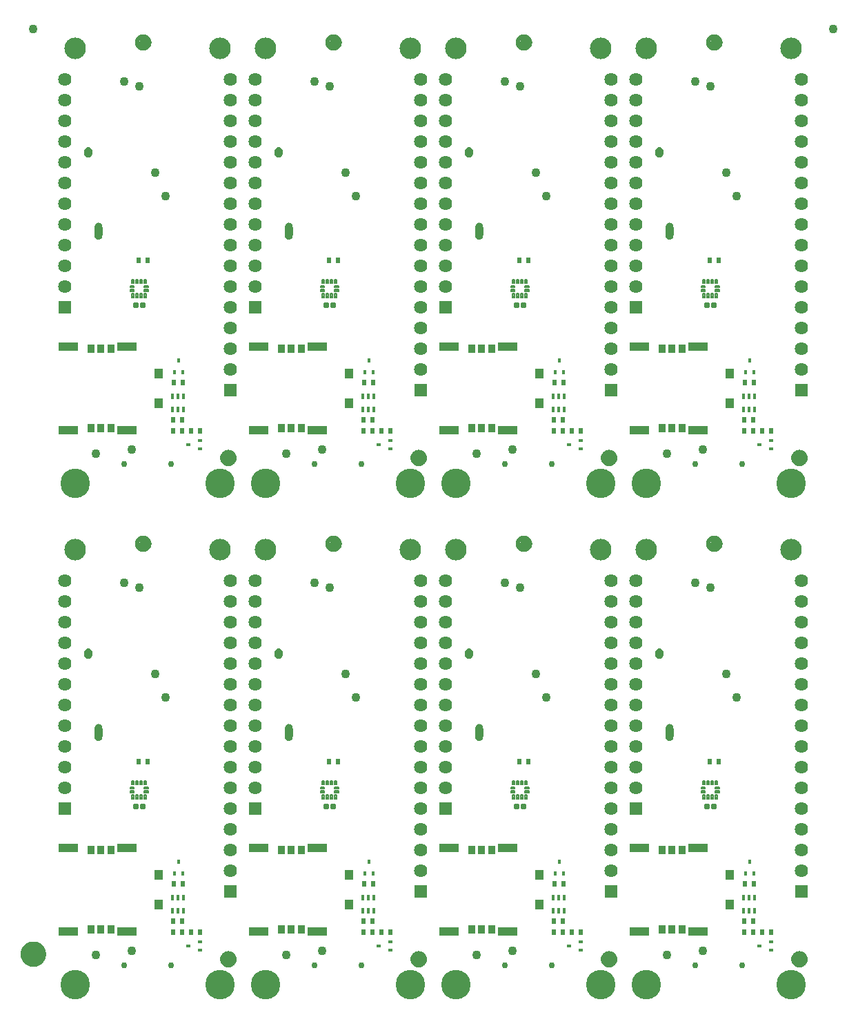
<source format=gbs>
G04 EAGLE Gerber RS-274X export*
G75*
%MOMM*%
%FSLAX34Y34*%
%LPD*%
%INSoldermask Bottom*%
%IPPOS*%
%AMOC8*
5,1,8,0,0,1.08239X$1,22.5*%
G01*
%ADD10C,2.641600*%
%ADD11C,3.617600*%
%ADD12R,1.625600X1.625600*%
%ADD13C,1.625600*%
%ADD14R,0.601600X0.801600*%
%ADD15R,0.355600X0.584200*%
%ADD16C,1.101600*%
%ADD17C,0.500000*%
%ADD18R,0.584200X0.355600*%
%ADD19R,0.401600X0.801600*%
%ADD20C,0.751600*%
%ADD21C,0.207734*%
%ADD22C,0.384959*%
%ADD23R,0.976000X0.320000*%
%ADD24R,0.976000X1.120000*%
%ADD25R,2.401600X1.101600*%
%ADD26R,0.901600X1.101600*%
%ADD27R,1.101600X1.201600*%
%ADD28C,1.270000*%
%ADD29C,1.601600*%

G36*
X291441Y953771D02*
X291441Y953771D01*
X291607Y953791D01*
X291608Y953791D01*
X291609Y953792D01*
X291761Y953849D01*
X291916Y953908D01*
X291917Y953909D01*
X291918Y953909D01*
X292048Y953998D01*
X292189Y954095D01*
X292190Y954096D01*
X292191Y954097D01*
X292302Y954222D01*
X292409Y954343D01*
X292410Y954343D01*
X292410Y954344D01*
X292491Y954499D01*
X292564Y954635D01*
X292564Y954636D01*
X292564Y954637D01*
X292606Y954806D01*
X292644Y954956D01*
X292644Y954957D01*
X292644Y954958D01*
X292645Y955289D01*
X292644Y955291D01*
X292644Y955292D01*
X292543Y956129D01*
X292463Y956451D01*
X292164Y957240D01*
X292010Y957533D01*
X291531Y958228D01*
X291311Y958475D01*
X291311Y958476D01*
X290680Y959035D01*
X290407Y959223D01*
X289660Y959615D01*
X289350Y959733D01*
X288535Y959934D01*
X288534Y959934D01*
X288531Y959935D01*
X288202Y959975D01*
X287358Y959975D01*
X287030Y959935D01*
X287029Y959935D01*
X286214Y959734D01*
X286210Y959733D01*
X285901Y959616D01*
X285900Y959615D01*
X285157Y959225D01*
X285153Y959223D01*
X284881Y959035D01*
X284249Y958476D01*
X284029Y958228D01*
X283550Y957533D01*
X283396Y957240D01*
X283097Y956451D01*
X283018Y956130D01*
X283018Y956129D01*
X282916Y955292D01*
X282916Y955126D01*
X282916Y954963D01*
X282916Y954962D01*
X282916Y954961D01*
X282956Y954796D01*
X282994Y954641D01*
X282995Y954640D01*
X282995Y954639D01*
X283074Y954489D01*
X283147Y954348D01*
X283148Y954347D01*
X283148Y954346D01*
X283259Y954221D01*
X283366Y954100D01*
X283367Y954099D01*
X283368Y954098D01*
X283503Y954005D01*
X283638Y953911D01*
X283639Y953911D01*
X283640Y953910D01*
X283791Y953852D01*
X283947Y953793D01*
X283948Y953793D01*
X283949Y953792D01*
X284278Y953752D01*
X284279Y953752D01*
X284280Y953752D01*
X291280Y953752D01*
X291441Y953771D01*
G37*
G36*
X525121Y953771D02*
X525121Y953771D01*
X525287Y953791D01*
X525288Y953791D01*
X525289Y953792D01*
X525441Y953849D01*
X525596Y953908D01*
X525597Y953909D01*
X525598Y953909D01*
X525728Y953998D01*
X525869Y954095D01*
X525870Y954096D01*
X525871Y954097D01*
X525982Y954222D01*
X526089Y954343D01*
X526090Y954343D01*
X526090Y954344D01*
X526171Y954499D01*
X526244Y954635D01*
X526244Y954636D01*
X526244Y954637D01*
X526286Y954806D01*
X526324Y954956D01*
X526324Y954957D01*
X526324Y954958D01*
X526325Y955289D01*
X526324Y955291D01*
X526324Y955292D01*
X526223Y956129D01*
X526143Y956451D01*
X525844Y957240D01*
X525690Y957533D01*
X525211Y958228D01*
X524991Y958475D01*
X524991Y958476D01*
X524360Y959035D01*
X524087Y959223D01*
X523340Y959615D01*
X523030Y959733D01*
X522215Y959934D01*
X522214Y959934D01*
X522211Y959935D01*
X521882Y959975D01*
X521038Y959975D01*
X520710Y959935D01*
X520709Y959935D01*
X519894Y959734D01*
X519890Y959733D01*
X519581Y959616D01*
X519580Y959615D01*
X518837Y959225D01*
X518833Y959223D01*
X518561Y959035D01*
X517929Y958476D01*
X517709Y958228D01*
X517230Y957533D01*
X517076Y957240D01*
X516777Y956451D01*
X516698Y956130D01*
X516698Y956129D01*
X516596Y955292D01*
X516596Y955126D01*
X516596Y954963D01*
X516596Y954962D01*
X516596Y954961D01*
X516636Y954796D01*
X516674Y954641D01*
X516675Y954640D01*
X516675Y954639D01*
X516754Y954489D01*
X516827Y954348D01*
X516828Y954347D01*
X516828Y954346D01*
X516939Y954221D01*
X517046Y954100D01*
X517047Y954099D01*
X517048Y954098D01*
X517183Y954005D01*
X517318Y953911D01*
X517319Y953911D01*
X517320Y953910D01*
X517471Y953852D01*
X517627Y953793D01*
X517628Y953793D01*
X517629Y953792D01*
X517958Y953752D01*
X517959Y953752D01*
X517960Y953752D01*
X524960Y953752D01*
X525121Y953771D01*
G37*
G36*
X758801Y953771D02*
X758801Y953771D01*
X758967Y953791D01*
X758968Y953791D01*
X758969Y953792D01*
X759121Y953849D01*
X759276Y953908D01*
X759277Y953909D01*
X759278Y953909D01*
X759408Y953998D01*
X759549Y954095D01*
X759550Y954096D01*
X759551Y954097D01*
X759662Y954222D01*
X759769Y954343D01*
X759770Y954343D01*
X759770Y954344D01*
X759851Y954499D01*
X759924Y954635D01*
X759924Y954636D01*
X759924Y954637D01*
X759966Y954806D01*
X760004Y954956D01*
X760004Y954957D01*
X760004Y954958D01*
X760005Y955289D01*
X760004Y955291D01*
X760004Y955292D01*
X759903Y956129D01*
X759823Y956451D01*
X759524Y957240D01*
X759370Y957533D01*
X758891Y958228D01*
X758671Y958475D01*
X758671Y958476D01*
X758040Y959035D01*
X757767Y959223D01*
X757020Y959615D01*
X756710Y959733D01*
X755895Y959934D01*
X755894Y959934D01*
X755891Y959935D01*
X755562Y959975D01*
X754718Y959975D01*
X754390Y959935D01*
X754389Y959935D01*
X753574Y959734D01*
X753570Y959733D01*
X753261Y959616D01*
X753260Y959615D01*
X752517Y959225D01*
X752513Y959223D01*
X752241Y959035D01*
X751609Y958476D01*
X751389Y958228D01*
X750910Y957533D01*
X750756Y957240D01*
X750457Y956451D01*
X750378Y956130D01*
X750378Y956129D01*
X750276Y955292D01*
X750276Y955126D01*
X750276Y954963D01*
X750276Y954962D01*
X750276Y954961D01*
X750316Y954796D01*
X750354Y954641D01*
X750355Y954640D01*
X750355Y954639D01*
X750434Y954489D01*
X750507Y954348D01*
X750508Y954347D01*
X750508Y954346D01*
X750619Y954221D01*
X750726Y954100D01*
X750727Y954099D01*
X750728Y954098D01*
X750863Y954005D01*
X750998Y953911D01*
X750999Y953911D01*
X751000Y953910D01*
X751151Y953852D01*
X751307Y953793D01*
X751308Y953793D01*
X751309Y953792D01*
X751638Y953752D01*
X751639Y953752D01*
X751640Y953752D01*
X758640Y953752D01*
X758801Y953771D01*
G37*
G36*
X57761Y953771D02*
X57761Y953771D01*
X57927Y953791D01*
X57928Y953791D01*
X57929Y953792D01*
X58081Y953849D01*
X58236Y953908D01*
X58237Y953909D01*
X58238Y953909D01*
X58368Y953998D01*
X58509Y954095D01*
X58510Y954096D01*
X58511Y954097D01*
X58622Y954222D01*
X58729Y954343D01*
X58730Y954343D01*
X58730Y954344D01*
X58811Y954499D01*
X58884Y954635D01*
X58884Y954636D01*
X58884Y954637D01*
X58926Y954806D01*
X58964Y954956D01*
X58964Y954957D01*
X58964Y954958D01*
X58965Y955289D01*
X58964Y955291D01*
X58964Y955292D01*
X58863Y956129D01*
X58783Y956451D01*
X58484Y957240D01*
X58330Y957533D01*
X57851Y958228D01*
X57631Y958475D01*
X57631Y958476D01*
X57000Y959035D01*
X56727Y959223D01*
X55980Y959615D01*
X55670Y959733D01*
X54855Y959934D01*
X54854Y959934D01*
X54851Y959935D01*
X54522Y959975D01*
X53678Y959975D01*
X53350Y959935D01*
X53349Y959935D01*
X52534Y959734D01*
X52530Y959733D01*
X52221Y959616D01*
X52220Y959615D01*
X51477Y959225D01*
X51473Y959223D01*
X51201Y959035D01*
X50569Y958476D01*
X50349Y958228D01*
X49870Y957533D01*
X49716Y957240D01*
X49417Y956451D01*
X49338Y956130D01*
X49338Y956129D01*
X49236Y955292D01*
X49236Y955126D01*
X49236Y954963D01*
X49236Y954962D01*
X49236Y954961D01*
X49276Y954796D01*
X49314Y954641D01*
X49315Y954640D01*
X49315Y954639D01*
X49394Y954489D01*
X49467Y954348D01*
X49468Y954347D01*
X49468Y954346D01*
X49579Y954221D01*
X49686Y954100D01*
X49687Y954099D01*
X49688Y954098D01*
X49823Y954005D01*
X49958Y953911D01*
X49959Y953911D01*
X49960Y953910D01*
X50111Y953852D01*
X50267Y953793D01*
X50268Y953793D01*
X50269Y953792D01*
X50598Y953752D01*
X50599Y953752D01*
X50600Y953752D01*
X57600Y953752D01*
X57761Y953771D01*
G37*
G36*
X746301Y431845D02*
X746301Y431845D01*
X746467Y431865D01*
X746468Y431865D01*
X746469Y431866D01*
X746621Y431923D01*
X746776Y431982D01*
X746777Y431983D01*
X746778Y431983D01*
X746908Y432072D01*
X747049Y432169D01*
X747050Y432170D01*
X747051Y432171D01*
X747162Y432296D01*
X747269Y432417D01*
X747270Y432417D01*
X747270Y432418D01*
X747351Y432573D01*
X747424Y432709D01*
X747424Y432710D01*
X747424Y432711D01*
X747466Y432880D01*
X747504Y433030D01*
X747504Y433031D01*
X747504Y433032D01*
X747505Y433363D01*
X747504Y433365D01*
X747504Y433366D01*
X747403Y434203D01*
X747323Y434525D01*
X747024Y435314D01*
X746870Y435607D01*
X746391Y436302D01*
X746171Y436549D01*
X746171Y436550D01*
X745540Y437109D01*
X745267Y437297D01*
X744520Y437689D01*
X744210Y437807D01*
X743395Y438008D01*
X743394Y438008D01*
X743391Y438009D01*
X743062Y438049D01*
X742218Y438049D01*
X741890Y438009D01*
X741889Y438009D01*
X741074Y437808D01*
X741070Y437807D01*
X740761Y437690D01*
X740760Y437689D01*
X740017Y437299D01*
X740013Y437297D01*
X739741Y437109D01*
X739109Y436550D01*
X738889Y436302D01*
X738410Y435607D01*
X738256Y435314D01*
X737957Y434525D01*
X737878Y434204D01*
X737878Y434203D01*
X737776Y433366D01*
X737776Y433200D01*
X737776Y433037D01*
X737776Y433036D01*
X737776Y433035D01*
X737816Y432870D01*
X737854Y432715D01*
X737855Y432714D01*
X737855Y432713D01*
X737934Y432563D01*
X738007Y432422D01*
X738008Y432421D01*
X738008Y432420D01*
X738119Y432295D01*
X738226Y432174D01*
X738227Y432173D01*
X738228Y432172D01*
X738363Y432079D01*
X738498Y431985D01*
X738499Y431985D01*
X738500Y431984D01*
X738651Y431926D01*
X738807Y431867D01*
X738808Y431867D01*
X738809Y431866D01*
X739138Y431826D01*
X739139Y431826D01*
X739140Y431826D01*
X746140Y431826D01*
X746301Y431845D01*
G37*
G36*
X45261Y431845D02*
X45261Y431845D01*
X45427Y431865D01*
X45428Y431865D01*
X45429Y431866D01*
X45581Y431923D01*
X45736Y431982D01*
X45737Y431983D01*
X45738Y431983D01*
X45868Y432072D01*
X46009Y432169D01*
X46010Y432170D01*
X46011Y432171D01*
X46122Y432296D01*
X46229Y432417D01*
X46230Y432417D01*
X46230Y432418D01*
X46311Y432573D01*
X46384Y432709D01*
X46384Y432710D01*
X46384Y432711D01*
X46426Y432880D01*
X46464Y433030D01*
X46464Y433031D01*
X46464Y433032D01*
X46465Y433363D01*
X46464Y433365D01*
X46464Y433366D01*
X46363Y434203D01*
X46283Y434525D01*
X45984Y435314D01*
X45830Y435607D01*
X45351Y436302D01*
X45131Y436549D01*
X45131Y436550D01*
X44500Y437109D01*
X44227Y437297D01*
X43480Y437689D01*
X43170Y437807D01*
X42355Y438008D01*
X42354Y438008D01*
X42351Y438009D01*
X42022Y438049D01*
X41178Y438049D01*
X40850Y438009D01*
X40849Y438009D01*
X40034Y437808D01*
X40030Y437807D01*
X39721Y437690D01*
X39720Y437689D01*
X38977Y437299D01*
X38973Y437297D01*
X38701Y437109D01*
X38069Y436550D01*
X37849Y436302D01*
X37370Y435607D01*
X37216Y435314D01*
X36917Y434525D01*
X36838Y434204D01*
X36838Y434203D01*
X36736Y433366D01*
X36736Y433200D01*
X36736Y433037D01*
X36736Y433036D01*
X36736Y433035D01*
X36776Y432870D01*
X36814Y432715D01*
X36815Y432714D01*
X36815Y432713D01*
X36894Y432563D01*
X36967Y432422D01*
X36968Y432421D01*
X36968Y432420D01*
X37079Y432295D01*
X37186Y432174D01*
X37187Y432173D01*
X37188Y432172D01*
X37323Y432079D01*
X37458Y431985D01*
X37459Y431985D01*
X37460Y431984D01*
X37611Y431926D01*
X37767Y431867D01*
X37768Y431867D01*
X37769Y431866D01*
X38098Y431826D01*
X38099Y431826D01*
X38100Y431826D01*
X45100Y431826D01*
X45261Y431845D01*
G37*
G36*
X512621Y431845D02*
X512621Y431845D01*
X512787Y431865D01*
X512788Y431865D01*
X512789Y431866D01*
X512941Y431923D01*
X513096Y431982D01*
X513097Y431983D01*
X513098Y431983D01*
X513228Y432072D01*
X513369Y432169D01*
X513370Y432170D01*
X513371Y432171D01*
X513482Y432296D01*
X513589Y432417D01*
X513590Y432417D01*
X513590Y432418D01*
X513671Y432573D01*
X513744Y432709D01*
X513744Y432710D01*
X513744Y432711D01*
X513786Y432880D01*
X513824Y433030D01*
X513824Y433031D01*
X513824Y433032D01*
X513825Y433363D01*
X513824Y433365D01*
X513824Y433366D01*
X513723Y434203D01*
X513643Y434525D01*
X513344Y435314D01*
X513190Y435607D01*
X512711Y436302D01*
X512491Y436549D01*
X512491Y436550D01*
X511860Y437109D01*
X511587Y437297D01*
X510840Y437689D01*
X510530Y437807D01*
X509715Y438008D01*
X509714Y438008D01*
X509711Y438009D01*
X509382Y438049D01*
X508538Y438049D01*
X508210Y438009D01*
X508209Y438009D01*
X507394Y437808D01*
X507390Y437807D01*
X507081Y437690D01*
X507080Y437689D01*
X506337Y437299D01*
X506333Y437297D01*
X506061Y437109D01*
X505429Y436550D01*
X505209Y436302D01*
X504730Y435607D01*
X504576Y435314D01*
X504277Y434525D01*
X504198Y434204D01*
X504198Y434203D01*
X504096Y433366D01*
X504096Y433200D01*
X504096Y433037D01*
X504096Y433036D01*
X504096Y433035D01*
X504136Y432870D01*
X504174Y432715D01*
X504175Y432714D01*
X504175Y432713D01*
X504254Y432563D01*
X504327Y432422D01*
X504328Y432421D01*
X504328Y432420D01*
X504439Y432295D01*
X504546Y432174D01*
X504547Y432173D01*
X504548Y432172D01*
X504683Y432079D01*
X504818Y431985D01*
X504819Y431985D01*
X504820Y431984D01*
X504971Y431926D01*
X505127Y431867D01*
X505128Y431867D01*
X505129Y431866D01*
X505458Y431826D01*
X505459Y431826D01*
X505460Y431826D01*
X512460Y431826D01*
X512621Y431845D01*
G37*
G36*
X278941Y431845D02*
X278941Y431845D01*
X279107Y431865D01*
X279108Y431865D01*
X279109Y431866D01*
X279261Y431923D01*
X279416Y431982D01*
X279417Y431983D01*
X279418Y431983D01*
X279548Y432072D01*
X279689Y432169D01*
X279690Y432170D01*
X279691Y432171D01*
X279802Y432296D01*
X279909Y432417D01*
X279910Y432417D01*
X279910Y432418D01*
X279991Y432573D01*
X280064Y432709D01*
X280064Y432710D01*
X280064Y432711D01*
X280106Y432880D01*
X280144Y433030D01*
X280144Y433031D01*
X280144Y433032D01*
X280145Y433363D01*
X280144Y433365D01*
X280144Y433366D01*
X280043Y434203D01*
X279963Y434525D01*
X279664Y435314D01*
X279510Y435607D01*
X279031Y436302D01*
X278811Y436549D01*
X278811Y436550D01*
X278180Y437109D01*
X277907Y437297D01*
X277160Y437689D01*
X276850Y437807D01*
X276035Y438008D01*
X276034Y438008D01*
X276031Y438009D01*
X275702Y438049D01*
X274858Y438049D01*
X274530Y438009D01*
X274529Y438009D01*
X273714Y437808D01*
X273710Y437807D01*
X273401Y437690D01*
X273400Y437689D01*
X272657Y437299D01*
X272653Y437297D01*
X272381Y437109D01*
X271749Y436550D01*
X271529Y436302D01*
X271050Y435607D01*
X270896Y435314D01*
X270597Y434525D01*
X270518Y434204D01*
X270518Y434203D01*
X270416Y433366D01*
X270416Y433200D01*
X270416Y433037D01*
X270416Y433036D01*
X270416Y433035D01*
X270456Y432870D01*
X270494Y432715D01*
X270495Y432714D01*
X270495Y432713D01*
X270574Y432563D01*
X270647Y432422D01*
X270648Y432421D01*
X270648Y432420D01*
X270759Y432295D01*
X270866Y432174D01*
X270867Y432173D01*
X270868Y432172D01*
X271003Y432079D01*
X271138Y431985D01*
X271139Y431985D01*
X271140Y431984D01*
X271291Y431926D01*
X271447Y431867D01*
X271448Y431867D01*
X271449Y431866D01*
X271778Y431826D01*
X271779Y431826D01*
X271780Y431826D01*
X278780Y431826D01*
X278941Y431845D01*
G37*
G36*
X525121Y339091D02*
X525121Y339091D01*
X525287Y339111D01*
X525288Y339111D01*
X525289Y339112D01*
X525441Y339169D01*
X525596Y339228D01*
X525597Y339229D01*
X525598Y339229D01*
X525728Y339318D01*
X525869Y339415D01*
X525870Y339416D01*
X525871Y339417D01*
X525982Y339542D01*
X526089Y339663D01*
X526090Y339663D01*
X526090Y339664D01*
X526171Y339819D01*
X526244Y339955D01*
X526244Y339956D01*
X526244Y339957D01*
X526286Y340126D01*
X526324Y340276D01*
X526324Y340277D01*
X526324Y340278D01*
X526325Y340609D01*
X526324Y340611D01*
X526324Y340612D01*
X526223Y341449D01*
X526143Y341771D01*
X525844Y342560D01*
X525690Y342853D01*
X525211Y343548D01*
X524991Y343795D01*
X524991Y343796D01*
X524360Y344355D01*
X524087Y344543D01*
X523340Y344935D01*
X523030Y345053D01*
X522215Y345254D01*
X522214Y345254D01*
X522211Y345255D01*
X521882Y345295D01*
X521038Y345295D01*
X520710Y345255D01*
X520709Y345255D01*
X519894Y345054D01*
X519890Y345053D01*
X519581Y344936D01*
X519580Y344935D01*
X518837Y344545D01*
X518833Y344543D01*
X518561Y344355D01*
X517929Y343796D01*
X517709Y343548D01*
X517230Y342853D01*
X517076Y342560D01*
X516777Y341771D01*
X516698Y341450D01*
X516698Y341449D01*
X516596Y340612D01*
X516596Y340446D01*
X516596Y340283D01*
X516596Y340282D01*
X516596Y340281D01*
X516636Y340116D01*
X516674Y339961D01*
X516675Y339960D01*
X516675Y339959D01*
X516754Y339809D01*
X516827Y339668D01*
X516828Y339667D01*
X516828Y339666D01*
X516939Y339541D01*
X517046Y339420D01*
X517047Y339419D01*
X517048Y339418D01*
X517183Y339325D01*
X517318Y339231D01*
X517319Y339231D01*
X517320Y339230D01*
X517471Y339172D01*
X517627Y339113D01*
X517628Y339113D01*
X517629Y339112D01*
X517958Y339072D01*
X517959Y339072D01*
X517960Y339072D01*
X524960Y339072D01*
X525121Y339091D01*
G37*
G36*
X291441Y339091D02*
X291441Y339091D01*
X291607Y339111D01*
X291608Y339111D01*
X291609Y339112D01*
X291761Y339169D01*
X291916Y339228D01*
X291917Y339229D01*
X291918Y339229D01*
X292048Y339318D01*
X292189Y339415D01*
X292190Y339416D01*
X292191Y339417D01*
X292302Y339542D01*
X292409Y339663D01*
X292410Y339663D01*
X292410Y339664D01*
X292491Y339819D01*
X292564Y339955D01*
X292564Y339956D01*
X292564Y339957D01*
X292606Y340126D01*
X292644Y340276D01*
X292644Y340277D01*
X292644Y340278D01*
X292645Y340609D01*
X292644Y340611D01*
X292644Y340612D01*
X292543Y341449D01*
X292463Y341771D01*
X292164Y342560D01*
X292010Y342853D01*
X291531Y343548D01*
X291311Y343795D01*
X291311Y343796D01*
X290680Y344355D01*
X290407Y344543D01*
X289660Y344935D01*
X289350Y345053D01*
X288535Y345254D01*
X288534Y345254D01*
X288531Y345255D01*
X288202Y345295D01*
X287358Y345295D01*
X287030Y345255D01*
X287029Y345255D01*
X286214Y345054D01*
X286210Y345053D01*
X285901Y344936D01*
X285900Y344935D01*
X285157Y344545D01*
X285153Y344543D01*
X284881Y344355D01*
X284249Y343796D01*
X284029Y343548D01*
X283550Y342853D01*
X283396Y342560D01*
X283097Y341771D01*
X283018Y341450D01*
X283018Y341449D01*
X282916Y340612D01*
X282916Y340446D01*
X282916Y340283D01*
X282916Y340282D01*
X282916Y340281D01*
X282956Y340116D01*
X282994Y339961D01*
X282995Y339960D01*
X282995Y339959D01*
X283074Y339809D01*
X283147Y339668D01*
X283148Y339667D01*
X283148Y339666D01*
X283259Y339541D01*
X283366Y339420D01*
X283367Y339419D01*
X283368Y339418D01*
X283503Y339325D01*
X283638Y339231D01*
X283639Y339231D01*
X283640Y339230D01*
X283791Y339172D01*
X283947Y339113D01*
X283948Y339113D01*
X283949Y339112D01*
X284278Y339072D01*
X284279Y339072D01*
X284280Y339072D01*
X291280Y339072D01*
X291441Y339091D01*
G37*
G36*
X758801Y339091D02*
X758801Y339091D01*
X758967Y339111D01*
X758968Y339111D01*
X758969Y339112D01*
X759121Y339169D01*
X759276Y339228D01*
X759277Y339229D01*
X759278Y339229D01*
X759408Y339318D01*
X759549Y339415D01*
X759550Y339416D01*
X759551Y339417D01*
X759662Y339542D01*
X759769Y339663D01*
X759770Y339663D01*
X759770Y339664D01*
X759851Y339819D01*
X759924Y339955D01*
X759924Y339956D01*
X759924Y339957D01*
X759966Y340126D01*
X760004Y340276D01*
X760004Y340277D01*
X760004Y340278D01*
X760005Y340609D01*
X760004Y340611D01*
X760004Y340612D01*
X759903Y341449D01*
X759823Y341771D01*
X759524Y342560D01*
X759370Y342853D01*
X758891Y343548D01*
X758671Y343795D01*
X758671Y343796D01*
X758040Y344355D01*
X757767Y344543D01*
X757020Y344935D01*
X756710Y345053D01*
X755895Y345254D01*
X755894Y345254D01*
X755891Y345255D01*
X755562Y345295D01*
X754718Y345295D01*
X754390Y345255D01*
X754389Y345255D01*
X753574Y345054D01*
X753570Y345053D01*
X753261Y344936D01*
X753260Y344935D01*
X752517Y344545D01*
X752513Y344543D01*
X752241Y344355D01*
X751609Y343796D01*
X751389Y343548D01*
X750910Y342853D01*
X750756Y342560D01*
X750457Y341771D01*
X750378Y341450D01*
X750378Y341449D01*
X750276Y340612D01*
X750276Y340446D01*
X750276Y340283D01*
X750276Y340282D01*
X750276Y340281D01*
X750316Y340116D01*
X750354Y339961D01*
X750355Y339960D01*
X750355Y339959D01*
X750434Y339809D01*
X750507Y339668D01*
X750508Y339667D01*
X750508Y339666D01*
X750619Y339541D01*
X750726Y339420D01*
X750727Y339419D01*
X750728Y339418D01*
X750863Y339325D01*
X750998Y339231D01*
X750999Y339231D01*
X751000Y339230D01*
X751151Y339172D01*
X751307Y339113D01*
X751308Y339113D01*
X751309Y339112D01*
X751638Y339072D01*
X751639Y339072D01*
X751640Y339072D01*
X758640Y339072D01*
X758801Y339091D01*
G37*
G36*
X57761Y339091D02*
X57761Y339091D01*
X57927Y339111D01*
X57928Y339111D01*
X57929Y339112D01*
X58081Y339169D01*
X58236Y339228D01*
X58237Y339229D01*
X58238Y339229D01*
X58368Y339318D01*
X58509Y339415D01*
X58510Y339416D01*
X58511Y339417D01*
X58622Y339542D01*
X58729Y339663D01*
X58730Y339663D01*
X58730Y339664D01*
X58811Y339819D01*
X58884Y339955D01*
X58884Y339956D01*
X58884Y339957D01*
X58926Y340126D01*
X58964Y340276D01*
X58964Y340277D01*
X58964Y340278D01*
X58965Y340609D01*
X58964Y340611D01*
X58964Y340612D01*
X58863Y341449D01*
X58783Y341771D01*
X58484Y342560D01*
X58330Y342853D01*
X57851Y343548D01*
X57631Y343795D01*
X57631Y343796D01*
X57000Y344355D01*
X56727Y344543D01*
X55980Y344935D01*
X55670Y345053D01*
X54855Y345254D01*
X54854Y345254D01*
X54851Y345255D01*
X54522Y345295D01*
X53678Y345295D01*
X53350Y345255D01*
X53349Y345255D01*
X52534Y345054D01*
X52530Y345053D01*
X52221Y344936D01*
X52220Y344935D01*
X51477Y344545D01*
X51473Y344543D01*
X51201Y344355D01*
X50569Y343796D01*
X50349Y343548D01*
X49870Y342853D01*
X49716Y342560D01*
X49417Y341771D01*
X49338Y341450D01*
X49338Y341449D01*
X49236Y340612D01*
X49236Y340446D01*
X49236Y340283D01*
X49236Y340282D01*
X49236Y340281D01*
X49276Y340116D01*
X49314Y339961D01*
X49315Y339960D01*
X49315Y339959D01*
X49394Y339809D01*
X49467Y339668D01*
X49468Y339667D01*
X49468Y339666D01*
X49579Y339541D01*
X49686Y339420D01*
X49687Y339419D01*
X49688Y339418D01*
X49823Y339325D01*
X49958Y339231D01*
X49959Y339231D01*
X49960Y339230D01*
X50111Y339172D01*
X50267Y339113D01*
X50268Y339113D01*
X50269Y339112D01*
X50598Y339072D01*
X50599Y339072D01*
X50600Y339072D01*
X57600Y339072D01*
X57761Y339091D01*
G37*
G36*
X746301Y1046525D02*
X746301Y1046525D01*
X746467Y1046545D01*
X746468Y1046545D01*
X746469Y1046546D01*
X746621Y1046603D01*
X746776Y1046662D01*
X746777Y1046663D01*
X746778Y1046663D01*
X746908Y1046752D01*
X747049Y1046849D01*
X747050Y1046850D01*
X747051Y1046851D01*
X747162Y1046976D01*
X747269Y1047097D01*
X747270Y1047097D01*
X747270Y1047098D01*
X747351Y1047253D01*
X747424Y1047389D01*
X747424Y1047390D01*
X747424Y1047391D01*
X747466Y1047560D01*
X747504Y1047710D01*
X747504Y1047711D01*
X747504Y1047712D01*
X747505Y1048043D01*
X747504Y1048045D01*
X747504Y1048046D01*
X747403Y1048883D01*
X747323Y1049205D01*
X747024Y1049994D01*
X746870Y1050287D01*
X746391Y1050982D01*
X746171Y1051229D01*
X746171Y1051230D01*
X745540Y1051789D01*
X745267Y1051977D01*
X744520Y1052369D01*
X744210Y1052487D01*
X743395Y1052688D01*
X743394Y1052688D01*
X743391Y1052689D01*
X743062Y1052729D01*
X742218Y1052729D01*
X741890Y1052689D01*
X741889Y1052689D01*
X741074Y1052488D01*
X741070Y1052487D01*
X740761Y1052370D01*
X740760Y1052369D01*
X740017Y1051979D01*
X740013Y1051977D01*
X739741Y1051789D01*
X739109Y1051230D01*
X738889Y1050982D01*
X738410Y1050287D01*
X738256Y1049994D01*
X737957Y1049205D01*
X737878Y1048884D01*
X737878Y1048883D01*
X737776Y1048046D01*
X737776Y1047880D01*
X737776Y1047717D01*
X737776Y1047716D01*
X737776Y1047715D01*
X737816Y1047550D01*
X737854Y1047395D01*
X737855Y1047394D01*
X737855Y1047393D01*
X737934Y1047243D01*
X738007Y1047102D01*
X738008Y1047101D01*
X738008Y1047100D01*
X738119Y1046975D01*
X738226Y1046854D01*
X738227Y1046853D01*
X738228Y1046852D01*
X738363Y1046759D01*
X738498Y1046665D01*
X738499Y1046665D01*
X738500Y1046664D01*
X738651Y1046606D01*
X738807Y1046547D01*
X738808Y1046547D01*
X738809Y1046546D01*
X739138Y1046506D01*
X739139Y1046506D01*
X739140Y1046506D01*
X746140Y1046506D01*
X746301Y1046525D01*
G37*
G36*
X278941Y1046525D02*
X278941Y1046525D01*
X279107Y1046545D01*
X279108Y1046545D01*
X279109Y1046546D01*
X279261Y1046603D01*
X279416Y1046662D01*
X279417Y1046663D01*
X279418Y1046663D01*
X279548Y1046752D01*
X279689Y1046849D01*
X279690Y1046850D01*
X279691Y1046851D01*
X279802Y1046976D01*
X279909Y1047097D01*
X279910Y1047097D01*
X279910Y1047098D01*
X279991Y1047253D01*
X280064Y1047389D01*
X280064Y1047390D01*
X280064Y1047391D01*
X280106Y1047560D01*
X280144Y1047710D01*
X280144Y1047711D01*
X280144Y1047712D01*
X280145Y1048043D01*
X280144Y1048045D01*
X280144Y1048046D01*
X280043Y1048883D01*
X279963Y1049205D01*
X279664Y1049994D01*
X279510Y1050287D01*
X279031Y1050982D01*
X278811Y1051229D01*
X278811Y1051230D01*
X278180Y1051789D01*
X277907Y1051977D01*
X277160Y1052369D01*
X276850Y1052487D01*
X276035Y1052688D01*
X276034Y1052688D01*
X276031Y1052689D01*
X275702Y1052729D01*
X274858Y1052729D01*
X274530Y1052689D01*
X274529Y1052689D01*
X273714Y1052488D01*
X273710Y1052487D01*
X273401Y1052370D01*
X273400Y1052369D01*
X272657Y1051979D01*
X272653Y1051977D01*
X272381Y1051789D01*
X271749Y1051230D01*
X271529Y1050982D01*
X271050Y1050287D01*
X270896Y1049994D01*
X270597Y1049205D01*
X270518Y1048884D01*
X270518Y1048883D01*
X270416Y1048046D01*
X270416Y1047880D01*
X270416Y1047717D01*
X270416Y1047716D01*
X270416Y1047715D01*
X270456Y1047550D01*
X270494Y1047395D01*
X270495Y1047394D01*
X270495Y1047393D01*
X270574Y1047243D01*
X270647Y1047102D01*
X270648Y1047101D01*
X270648Y1047100D01*
X270759Y1046975D01*
X270866Y1046854D01*
X270867Y1046853D01*
X270868Y1046852D01*
X271003Y1046759D01*
X271138Y1046665D01*
X271139Y1046665D01*
X271140Y1046664D01*
X271291Y1046606D01*
X271447Y1046547D01*
X271448Y1046547D01*
X271449Y1046546D01*
X271778Y1046506D01*
X271779Y1046506D01*
X271780Y1046506D01*
X278780Y1046506D01*
X278941Y1046525D01*
G37*
G36*
X512621Y1046525D02*
X512621Y1046525D01*
X512787Y1046545D01*
X512788Y1046545D01*
X512789Y1046546D01*
X512941Y1046603D01*
X513096Y1046662D01*
X513097Y1046663D01*
X513098Y1046663D01*
X513228Y1046752D01*
X513369Y1046849D01*
X513370Y1046850D01*
X513371Y1046851D01*
X513482Y1046976D01*
X513589Y1047097D01*
X513590Y1047097D01*
X513590Y1047098D01*
X513671Y1047253D01*
X513744Y1047389D01*
X513744Y1047390D01*
X513744Y1047391D01*
X513786Y1047560D01*
X513824Y1047710D01*
X513824Y1047711D01*
X513824Y1047712D01*
X513825Y1048043D01*
X513824Y1048045D01*
X513824Y1048046D01*
X513723Y1048883D01*
X513643Y1049205D01*
X513344Y1049994D01*
X513190Y1050287D01*
X512711Y1050982D01*
X512491Y1051229D01*
X512491Y1051230D01*
X511860Y1051789D01*
X511587Y1051977D01*
X510840Y1052369D01*
X510530Y1052487D01*
X509715Y1052688D01*
X509714Y1052688D01*
X509711Y1052689D01*
X509382Y1052729D01*
X508538Y1052729D01*
X508210Y1052689D01*
X508209Y1052689D01*
X507394Y1052488D01*
X507390Y1052487D01*
X507081Y1052370D01*
X507080Y1052369D01*
X506337Y1051979D01*
X506333Y1051977D01*
X506061Y1051789D01*
X505429Y1051230D01*
X505209Y1050982D01*
X504730Y1050287D01*
X504576Y1049994D01*
X504277Y1049205D01*
X504198Y1048884D01*
X504198Y1048883D01*
X504096Y1048046D01*
X504096Y1047880D01*
X504096Y1047717D01*
X504096Y1047716D01*
X504096Y1047715D01*
X504136Y1047550D01*
X504174Y1047395D01*
X504175Y1047394D01*
X504175Y1047393D01*
X504254Y1047243D01*
X504327Y1047102D01*
X504328Y1047101D01*
X504328Y1047100D01*
X504439Y1046975D01*
X504546Y1046854D01*
X504547Y1046853D01*
X504548Y1046852D01*
X504683Y1046759D01*
X504818Y1046665D01*
X504819Y1046665D01*
X504820Y1046664D01*
X504971Y1046606D01*
X505127Y1046547D01*
X505128Y1046547D01*
X505129Y1046546D01*
X505458Y1046506D01*
X505459Y1046506D01*
X505460Y1046506D01*
X512460Y1046506D01*
X512621Y1046525D01*
G37*
G36*
X45261Y1046525D02*
X45261Y1046525D01*
X45427Y1046545D01*
X45428Y1046545D01*
X45429Y1046546D01*
X45581Y1046603D01*
X45736Y1046662D01*
X45737Y1046663D01*
X45738Y1046663D01*
X45868Y1046752D01*
X46009Y1046849D01*
X46010Y1046850D01*
X46011Y1046851D01*
X46122Y1046976D01*
X46229Y1047097D01*
X46230Y1047097D01*
X46230Y1047098D01*
X46311Y1047253D01*
X46384Y1047389D01*
X46384Y1047390D01*
X46384Y1047391D01*
X46426Y1047560D01*
X46464Y1047710D01*
X46464Y1047711D01*
X46464Y1047712D01*
X46465Y1048043D01*
X46464Y1048045D01*
X46464Y1048046D01*
X46363Y1048883D01*
X46283Y1049205D01*
X45984Y1049994D01*
X45830Y1050287D01*
X45351Y1050982D01*
X45131Y1051229D01*
X45131Y1051230D01*
X44500Y1051789D01*
X44227Y1051977D01*
X43480Y1052369D01*
X43170Y1052487D01*
X42355Y1052688D01*
X42354Y1052688D01*
X42351Y1052689D01*
X42022Y1052729D01*
X41178Y1052729D01*
X40850Y1052689D01*
X40849Y1052689D01*
X40034Y1052488D01*
X40030Y1052487D01*
X39721Y1052370D01*
X39720Y1052369D01*
X38977Y1051979D01*
X38973Y1051977D01*
X38701Y1051789D01*
X38069Y1051230D01*
X37849Y1050982D01*
X37370Y1050287D01*
X37216Y1049994D01*
X36917Y1049205D01*
X36838Y1048884D01*
X36838Y1048883D01*
X36736Y1048046D01*
X36736Y1047880D01*
X36736Y1047717D01*
X36736Y1047716D01*
X36736Y1047715D01*
X36776Y1047550D01*
X36814Y1047395D01*
X36815Y1047394D01*
X36815Y1047393D01*
X36894Y1047243D01*
X36967Y1047102D01*
X36968Y1047101D01*
X36968Y1047100D01*
X37079Y1046975D01*
X37186Y1046854D01*
X37187Y1046853D01*
X37188Y1046852D01*
X37323Y1046759D01*
X37458Y1046665D01*
X37459Y1046665D01*
X37460Y1046664D01*
X37611Y1046606D01*
X37767Y1046547D01*
X37768Y1046547D01*
X37769Y1046546D01*
X38098Y1046506D01*
X38099Y1046506D01*
X38100Y1046506D01*
X45100Y1046506D01*
X45261Y1046525D01*
G37*
G36*
X743390Y1039671D02*
X743390Y1039671D01*
X743391Y1039671D01*
X744206Y1039872D01*
X744210Y1039873D01*
X744519Y1039990D01*
X744520Y1039991D01*
X745263Y1040381D01*
X745267Y1040383D01*
X745539Y1040571D01*
X745540Y1040571D01*
X746171Y1041130D01*
X746391Y1041378D01*
X746870Y1042073D01*
X747024Y1042366D01*
X747323Y1043155D01*
X747402Y1043476D01*
X747402Y1043477D01*
X747403Y1043477D01*
X747504Y1044314D01*
X747504Y1044478D01*
X747505Y1044643D01*
X747504Y1044644D01*
X747504Y1044645D01*
X747464Y1044810D01*
X747426Y1044965D01*
X747425Y1044966D01*
X747425Y1044967D01*
X747346Y1045117D01*
X747273Y1045258D01*
X747272Y1045259D01*
X747272Y1045260D01*
X747161Y1045385D01*
X747054Y1045506D01*
X747053Y1045507D01*
X747052Y1045508D01*
X746917Y1045601D01*
X746782Y1045695D01*
X746781Y1045696D01*
X746780Y1045696D01*
X746629Y1045754D01*
X746473Y1045813D01*
X746472Y1045814D01*
X746471Y1045814D01*
X746142Y1045854D01*
X746141Y1045854D01*
X746140Y1045854D01*
X739140Y1045854D01*
X738979Y1045835D01*
X738813Y1045815D01*
X738812Y1045815D01*
X738811Y1045814D01*
X738659Y1045757D01*
X738504Y1045698D01*
X738503Y1045698D01*
X738502Y1045697D01*
X738372Y1045608D01*
X738231Y1045511D01*
X738230Y1045510D01*
X738229Y1045509D01*
X738118Y1045384D01*
X738011Y1045263D01*
X738010Y1045263D01*
X738010Y1045262D01*
X737929Y1045108D01*
X737856Y1044971D01*
X737856Y1044970D01*
X737856Y1044969D01*
X737810Y1044783D01*
X737776Y1044650D01*
X737776Y1044649D01*
X737776Y1044648D01*
X737776Y1044317D01*
X737776Y1044315D01*
X737776Y1044314D01*
X737878Y1043477D01*
X737957Y1043155D01*
X738256Y1042366D01*
X738410Y1042073D01*
X738889Y1041378D01*
X739109Y1041131D01*
X739109Y1041130D01*
X739741Y1040571D01*
X740013Y1040383D01*
X740760Y1039991D01*
X741070Y1039873D01*
X741885Y1039672D01*
X741886Y1039672D01*
X741889Y1039671D01*
X742218Y1039631D01*
X743062Y1039631D01*
X743390Y1039671D01*
G37*
G36*
X509710Y1039671D02*
X509710Y1039671D01*
X509711Y1039671D01*
X510526Y1039872D01*
X510530Y1039873D01*
X510839Y1039990D01*
X510840Y1039991D01*
X511583Y1040381D01*
X511587Y1040383D01*
X511859Y1040571D01*
X511860Y1040571D01*
X512491Y1041130D01*
X512711Y1041378D01*
X513190Y1042073D01*
X513344Y1042366D01*
X513643Y1043155D01*
X513722Y1043476D01*
X513722Y1043477D01*
X513723Y1043477D01*
X513824Y1044314D01*
X513824Y1044478D01*
X513825Y1044643D01*
X513824Y1044644D01*
X513824Y1044645D01*
X513784Y1044810D01*
X513746Y1044965D01*
X513745Y1044966D01*
X513745Y1044967D01*
X513666Y1045117D01*
X513593Y1045258D01*
X513592Y1045259D01*
X513592Y1045260D01*
X513481Y1045385D01*
X513374Y1045506D01*
X513373Y1045507D01*
X513372Y1045508D01*
X513237Y1045601D01*
X513102Y1045695D01*
X513101Y1045696D01*
X513100Y1045696D01*
X512949Y1045754D01*
X512793Y1045813D01*
X512792Y1045814D01*
X512791Y1045814D01*
X512462Y1045854D01*
X512461Y1045854D01*
X512460Y1045854D01*
X505460Y1045854D01*
X505299Y1045835D01*
X505133Y1045815D01*
X505132Y1045815D01*
X505131Y1045814D01*
X504979Y1045757D01*
X504824Y1045698D01*
X504823Y1045698D01*
X504822Y1045697D01*
X504692Y1045608D01*
X504551Y1045511D01*
X504550Y1045510D01*
X504549Y1045509D01*
X504438Y1045384D01*
X504331Y1045263D01*
X504330Y1045263D01*
X504330Y1045262D01*
X504249Y1045108D01*
X504176Y1044971D01*
X504176Y1044970D01*
X504176Y1044969D01*
X504130Y1044783D01*
X504096Y1044650D01*
X504096Y1044649D01*
X504096Y1044648D01*
X504096Y1044317D01*
X504096Y1044315D01*
X504096Y1044314D01*
X504198Y1043477D01*
X504277Y1043155D01*
X504576Y1042366D01*
X504730Y1042073D01*
X505209Y1041378D01*
X505429Y1041131D01*
X505429Y1041130D01*
X506061Y1040571D01*
X506333Y1040383D01*
X507080Y1039991D01*
X507390Y1039873D01*
X508205Y1039672D01*
X508206Y1039672D01*
X508209Y1039671D01*
X508538Y1039631D01*
X509382Y1039631D01*
X509710Y1039671D01*
G37*
G36*
X42350Y1039671D02*
X42350Y1039671D01*
X42351Y1039671D01*
X43166Y1039872D01*
X43170Y1039873D01*
X43479Y1039990D01*
X43480Y1039991D01*
X44223Y1040381D01*
X44227Y1040383D01*
X44499Y1040571D01*
X44500Y1040571D01*
X45131Y1041130D01*
X45351Y1041378D01*
X45830Y1042073D01*
X45984Y1042366D01*
X46283Y1043155D01*
X46362Y1043476D01*
X46362Y1043477D01*
X46363Y1043477D01*
X46464Y1044314D01*
X46464Y1044478D01*
X46465Y1044643D01*
X46464Y1044644D01*
X46464Y1044645D01*
X46424Y1044810D01*
X46386Y1044965D01*
X46385Y1044966D01*
X46385Y1044967D01*
X46306Y1045117D01*
X46233Y1045258D01*
X46232Y1045259D01*
X46232Y1045260D01*
X46121Y1045385D01*
X46014Y1045506D01*
X46013Y1045507D01*
X46012Y1045508D01*
X45877Y1045601D01*
X45742Y1045695D01*
X45741Y1045696D01*
X45740Y1045696D01*
X45589Y1045754D01*
X45433Y1045813D01*
X45432Y1045814D01*
X45431Y1045814D01*
X45102Y1045854D01*
X45101Y1045854D01*
X45100Y1045854D01*
X38100Y1045854D01*
X37939Y1045835D01*
X37773Y1045815D01*
X37772Y1045815D01*
X37771Y1045814D01*
X37619Y1045757D01*
X37464Y1045698D01*
X37463Y1045698D01*
X37462Y1045697D01*
X37332Y1045608D01*
X37191Y1045511D01*
X37190Y1045510D01*
X37189Y1045509D01*
X37078Y1045384D01*
X36971Y1045263D01*
X36970Y1045263D01*
X36970Y1045262D01*
X36889Y1045108D01*
X36816Y1044971D01*
X36816Y1044970D01*
X36816Y1044969D01*
X36770Y1044783D01*
X36736Y1044650D01*
X36736Y1044649D01*
X36736Y1044648D01*
X36736Y1044317D01*
X36736Y1044315D01*
X36736Y1044314D01*
X36838Y1043477D01*
X36917Y1043155D01*
X37216Y1042366D01*
X37370Y1042073D01*
X37849Y1041378D01*
X38069Y1041131D01*
X38069Y1041130D01*
X38701Y1040571D01*
X38973Y1040383D01*
X39720Y1039991D01*
X40030Y1039873D01*
X40845Y1039672D01*
X40846Y1039672D01*
X40849Y1039671D01*
X41178Y1039631D01*
X42022Y1039631D01*
X42350Y1039671D01*
G37*
G36*
X276030Y1039671D02*
X276030Y1039671D01*
X276031Y1039671D01*
X276846Y1039872D01*
X276850Y1039873D01*
X277159Y1039990D01*
X277160Y1039991D01*
X277903Y1040381D01*
X277907Y1040383D01*
X278179Y1040571D01*
X278180Y1040571D01*
X278811Y1041130D01*
X279031Y1041378D01*
X279510Y1042073D01*
X279664Y1042366D01*
X279963Y1043155D01*
X280042Y1043476D01*
X280042Y1043477D01*
X280043Y1043477D01*
X280144Y1044314D01*
X280144Y1044478D01*
X280145Y1044643D01*
X280144Y1044644D01*
X280144Y1044645D01*
X280104Y1044810D01*
X280066Y1044965D01*
X280065Y1044966D01*
X280065Y1044967D01*
X279986Y1045117D01*
X279913Y1045258D01*
X279912Y1045259D01*
X279912Y1045260D01*
X279801Y1045385D01*
X279694Y1045506D01*
X279693Y1045507D01*
X279692Y1045508D01*
X279557Y1045601D01*
X279422Y1045695D01*
X279421Y1045696D01*
X279420Y1045696D01*
X279269Y1045754D01*
X279113Y1045813D01*
X279112Y1045814D01*
X279111Y1045814D01*
X278782Y1045854D01*
X278781Y1045854D01*
X278780Y1045854D01*
X271780Y1045854D01*
X271619Y1045835D01*
X271453Y1045815D01*
X271452Y1045815D01*
X271451Y1045814D01*
X271299Y1045757D01*
X271144Y1045698D01*
X271143Y1045698D01*
X271142Y1045697D01*
X271012Y1045608D01*
X270871Y1045511D01*
X270870Y1045510D01*
X270869Y1045509D01*
X270758Y1045384D01*
X270651Y1045263D01*
X270650Y1045263D01*
X270650Y1045262D01*
X270569Y1045108D01*
X270496Y1044971D01*
X270496Y1044970D01*
X270496Y1044969D01*
X270450Y1044783D01*
X270416Y1044650D01*
X270416Y1044649D01*
X270416Y1044648D01*
X270416Y1044317D01*
X270416Y1044315D01*
X270416Y1044314D01*
X270518Y1043477D01*
X270597Y1043155D01*
X270896Y1042366D01*
X271050Y1042073D01*
X271529Y1041378D01*
X271749Y1041131D01*
X271749Y1041130D01*
X272381Y1040571D01*
X272653Y1040383D01*
X273400Y1039991D01*
X273710Y1039873D01*
X274525Y1039672D01*
X274526Y1039672D01*
X274529Y1039671D01*
X274858Y1039631D01*
X275702Y1039631D01*
X276030Y1039671D01*
G37*
G36*
X755890Y939425D02*
X755890Y939425D01*
X755891Y939425D01*
X756706Y939626D01*
X756710Y939627D01*
X757019Y939744D01*
X757020Y939745D01*
X757763Y940135D01*
X757767Y940137D01*
X758039Y940325D01*
X758040Y940325D01*
X758671Y940884D01*
X758891Y941132D01*
X759370Y941827D01*
X759524Y942120D01*
X759823Y942909D01*
X759902Y943230D01*
X759902Y943231D01*
X759903Y943231D01*
X760004Y944068D01*
X760004Y944232D01*
X760005Y944397D01*
X760004Y944398D01*
X760004Y944399D01*
X759964Y944564D01*
X759926Y944719D01*
X759925Y944720D01*
X759925Y944721D01*
X759846Y944871D01*
X759773Y945012D01*
X759772Y945013D01*
X759772Y945014D01*
X759661Y945139D01*
X759554Y945260D01*
X759553Y945261D01*
X759552Y945262D01*
X759417Y945355D01*
X759282Y945449D01*
X759281Y945450D01*
X759280Y945450D01*
X759129Y945508D01*
X758973Y945567D01*
X758972Y945568D01*
X758971Y945568D01*
X758642Y945608D01*
X758641Y945608D01*
X758640Y945608D01*
X751640Y945608D01*
X751479Y945589D01*
X751313Y945569D01*
X751312Y945569D01*
X751311Y945568D01*
X751159Y945511D01*
X751004Y945452D01*
X751003Y945452D01*
X751002Y945451D01*
X750872Y945362D01*
X750731Y945265D01*
X750730Y945264D01*
X750729Y945263D01*
X750618Y945138D01*
X750511Y945017D01*
X750510Y945017D01*
X750510Y945016D01*
X750429Y944862D01*
X750356Y944725D01*
X750356Y944724D01*
X750356Y944723D01*
X750310Y944537D01*
X750276Y944404D01*
X750276Y944403D01*
X750276Y944402D01*
X750276Y944071D01*
X750276Y944069D01*
X750276Y944068D01*
X750378Y943231D01*
X750457Y942909D01*
X750756Y942120D01*
X750910Y941827D01*
X751389Y941132D01*
X751609Y940885D01*
X751609Y940884D01*
X752241Y940325D01*
X752513Y940137D01*
X753260Y939745D01*
X753570Y939627D01*
X754385Y939426D01*
X754386Y939426D01*
X754389Y939425D01*
X754718Y939385D01*
X755562Y939385D01*
X755890Y939425D01*
G37*
G36*
X522210Y939425D02*
X522210Y939425D01*
X522211Y939425D01*
X523026Y939626D01*
X523030Y939627D01*
X523339Y939744D01*
X523340Y939745D01*
X524083Y940135D01*
X524087Y940137D01*
X524359Y940325D01*
X524360Y940325D01*
X524991Y940884D01*
X525211Y941132D01*
X525690Y941827D01*
X525844Y942120D01*
X526143Y942909D01*
X526222Y943230D01*
X526222Y943231D01*
X526223Y943231D01*
X526324Y944068D01*
X526324Y944232D01*
X526325Y944397D01*
X526324Y944398D01*
X526324Y944399D01*
X526284Y944564D01*
X526246Y944719D01*
X526245Y944720D01*
X526245Y944721D01*
X526166Y944871D01*
X526093Y945012D01*
X526092Y945013D01*
X526092Y945014D01*
X525981Y945139D01*
X525874Y945260D01*
X525873Y945261D01*
X525872Y945262D01*
X525737Y945355D01*
X525602Y945449D01*
X525601Y945450D01*
X525600Y945450D01*
X525449Y945508D01*
X525293Y945567D01*
X525292Y945568D01*
X525291Y945568D01*
X524962Y945608D01*
X524961Y945608D01*
X524960Y945608D01*
X517960Y945608D01*
X517799Y945589D01*
X517633Y945569D01*
X517632Y945569D01*
X517631Y945568D01*
X517479Y945511D01*
X517324Y945452D01*
X517323Y945452D01*
X517322Y945451D01*
X517192Y945362D01*
X517051Y945265D01*
X517050Y945264D01*
X517049Y945263D01*
X516938Y945138D01*
X516831Y945017D01*
X516830Y945017D01*
X516830Y945016D01*
X516749Y944862D01*
X516676Y944725D01*
X516676Y944724D01*
X516676Y944723D01*
X516630Y944537D01*
X516596Y944404D01*
X516596Y944403D01*
X516596Y944402D01*
X516596Y944071D01*
X516596Y944069D01*
X516596Y944068D01*
X516698Y943231D01*
X516777Y942909D01*
X517076Y942120D01*
X517230Y941827D01*
X517709Y941132D01*
X517929Y940885D01*
X517929Y940884D01*
X518561Y940325D01*
X518833Y940137D01*
X519580Y939745D01*
X519890Y939627D01*
X520705Y939426D01*
X520706Y939426D01*
X520709Y939425D01*
X521038Y939385D01*
X521882Y939385D01*
X522210Y939425D01*
G37*
G36*
X288530Y939425D02*
X288530Y939425D01*
X288531Y939425D01*
X289346Y939626D01*
X289350Y939627D01*
X289659Y939744D01*
X289660Y939745D01*
X290403Y940135D01*
X290407Y940137D01*
X290679Y940325D01*
X290680Y940325D01*
X291311Y940884D01*
X291531Y941132D01*
X292010Y941827D01*
X292164Y942120D01*
X292463Y942909D01*
X292542Y943230D01*
X292542Y943231D01*
X292543Y943231D01*
X292644Y944068D01*
X292644Y944232D01*
X292645Y944397D01*
X292644Y944398D01*
X292644Y944399D01*
X292604Y944564D01*
X292566Y944719D01*
X292565Y944720D01*
X292565Y944721D01*
X292486Y944871D01*
X292413Y945012D01*
X292412Y945013D01*
X292412Y945014D01*
X292301Y945139D01*
X292194Y945260D01*
X292193Y945261D01*
X292192Y945262D01*
X292057Y945355D01*
X291922Y945449D01*
X291921Y945450D01*
X291920Y945450D01*
X291769Y945508D01*
X291613Y945567D01*
X291612Y945568D01*
X291611Y945568D01*
X291282Y945608D01*
X291281Y945608D01*
X291280Y945608D01*
X284280Y945608D01*
X284119Y945589D01*
X283953Y945569D01*
X283952Y945569D01*
X283951Y945568D01*
X283799Y945511D01*
X283644Y945452D01*
X283643Y945452D01*
X283642Y945451D01*
X283512Y945362D01*
X283371Y945265D01*
X283370Y945264D01*
X283369Y945263D01*
X283258Y945138D01*
X283151Y945017D01*
X283150Y945017D01*
X283150Y945016D01*
X283069Y944862D01*
X282996Y944725D01*
X282996Y944724D01*
X282996Y944723D01*
X282950Y944537D01*
X282916Y944404D01*
X282916Y944403D01*
X282916Y944402D01*
X282916Y944071D01*
X282916Y944069D01*
X282916Y944068D01*
X283018Y943231D01*
X283097Y942909D01*
X283396Y942120D01*
X283550Y941827D01*
X284029Y941132D01*
X284249Y940885D01*
X284249Y940884D01*
X284881Y940325D01*
X285153Y940137D01*
X285900Y939745D01*
X286210Y939627D01*
X287025Y939426D01*
X287026Y939426D01*
X287029Y939425D01*
X287358Y939385D01*
X288202Y939385D01*
X288530Y939425D01*
G37*
G36*
X54850Y939425D02*
X54850Y939425D01*
X54851Y939425D01*
X55666Y939626D01*
X55670Y939627D01*
X55979Y939744D01*
X55980Y939745D01*
X56723Y940135D01*
X56727Y940137D01*
X56999Y940325D01*
X57000Y940325D01*
X57631Y940884D01*
X57851Y941132D01*
X58330Y941827D01*
X58484Y942120D01*
X58783Y942909D01*
X58862Y943230D01*
X58862Y943231D01*
X58863Y943231D01*
X58964Y944068D01*
X58964Y944232D01*
X58965Y944397D01*
X58964Y944398D01*
X58964Y944399D01*
X58924Y944564D01*
X58886Y944719D01*
X58885Y944720D01*
X58885Y944721D01*
X58806Y944871D01*
X58733Y945012D01*
X58732Y945013D01*
X58732Y945014D01*
X58621Y945139D01*
X58514Y945260D01*
X58513Y945261D01*
X58512Y945262D01*
X58377Y945355D01*
X58242Y945449D01*
X58241Y945450D01*
X58240Y945450D01*
X58089Y945508D01*
X57933Y945567D01*
X57932Y945568D01*
X57931Y945568D01*
X57602Y945608D01*
X57601Y945608D01*
X57600Y945608D01*
X50600Y945608D01*
X50439Y945589D01*
X50273Y945569D01*
X50272Y945569D01*
X50271Y945568D01*
X50119Y945511D01*
X49964Y945452D01*
X49963Y945452D01*
X49962Y945451D01*
X49832Y945362D01*
X49691Y945265D01*
X49690Y945264D01*
X49689Y945263D01*
X49578Y945138D01*
X49471Y945017D01*
X49470Y945017D01*
X49470Y945016D01*
X49389Y944862D01*
X49316Y944725D01*
X49316Y944724D01*
X49316Y944723D01*
X49270Y944537D01*
X49236Y944404D01*
X49236Y944403D01*
X49236Y944402D01*
X49236Y944071D01*
X49236Y944069D01*
X49236Y944068D01*
X49338Y943231D01*
X49417Y942909D01*
X49716Y942120D01*
X49870Y941827D01*
X50349Y941132D01*
X50569Y940885D01*
X50569Y940884D01*
X51201Y940325D01*
X51473Y940137D01*
X52220Y939745D01*
X52530Y939627D01*
X53345Y939426D01*
X53346Y939426D01*
X53349Y939425D01*
X53678Y939385D01*
X54522Y939385D01*
X54850Y939425D01*
G37*
G36*
X743390Y424991D02*
X743390Y424991D01*
X743391Y424991D01*
X744206Y425192D01*
X744210Y425193D01*
X744519Y425310D01*
X744520Y425311D01*
X745263Y425701D01*
X745267Y425703D01*
X745539Y425891D01*
X745540Y425891D01*
X746171Y426450D01*
X746391Y426698D01*
X746870Y427393D01*
X747024Y427686D01*
X747323Y428475D01*
X747402Y428796D01*
X747402Y428797D01*
X747403Y428797D01*
X747504Y429634D01*
X747504Y429798D01*
X747505Y429963D01*
X747504Y429964D01*
X747504Y429965D01*
X747464Y430130D01*
X747426Y430285D01*
X747425Y430286D01*
X747425Y430287D01*
X747346Y430437D01*
X747273Y430578D01*
X747272Y430579D01*
X747272Y430580D01*
X747161Y430705D01*
X747054Y430826D01*
X747053Y430827D01*
X747052Y430828D01*
X746917Y430921D01*
X746782Y431015D01*
X746781Y431016D01*
X746780Y431016D01*
X746629Y431074D01*
X746473Y431133D01*
X746472Y431134D01*
X746471Y431134D01*
X746142Y431174D01*
X746141Y431174D01*
X746140Y431174D01*
X739140Y431174D01*
X738979Y431155D01*
X738813Y431135D01*
X738812Y431135D01*
X738811Y431134D01*
X738659Y431077D01*
X738504Y431018D01*
X738503Y431018D01*
X738502Y431017D01*
X738372Y430928D01*
X738231Y430831D01*
X738230Y430830D01*
X738229Y430829D01*
X738118Y430704D01*
X738011Y430583D01*
X738010Y430583D01*
X738010Y430582D01*
X737929Y430428D01*
X737856Y430291D01*
X737856Y430290D01*
X737856Y430289D01*
X737810Y430103D01*
X737776Y429970D01*
X737776Y429969D01*
X737776Y429968D01*
X737776Y429637D01*
X737776Y429635D01*
X737776Y429634D01*
X737878Y428797D01*
X737957Y428475D01*
X738256Y427686D01*
X738410Y427393D01*
X738889Y426698D01*
X739109Y426451D01*
X739109Y426450D01*
X739741Y425891D01*
X740013Y425703D01*
X740760Y425311D01*
X741070Y425193D01*
X741885Y424992D01*
X741886Y424992D01*
X741889Y424991D01*
X742218Y424951D01*
X743062Y424951D01*
X743390Y424991D01*
G37*
G36*
X509710Y424991D02*
X509710Y424991D01*
X509711Y424991D01*
X510526Y425192D01*
X510530Y425193D01*
X510839Y425310D01*
X510840Y425311D01*
X511583Y425701D01*
X511587Y425703D01*
X511859Y425891D01*
X511860Y425891D01*
X512491Y426450D01*
X512711Y426698D01*
X513190Y427393D01*
X513344Y427686D01*
X513643Y428475D01*
X513722Y428796D01*
X513722Y428797D01*
X513723Y428797D01*
X513824Y429634D01*
X513824Y429798D01*
X513825Y429963D01*
X513824Y429964D01*
X513824Y429965D01*
X513784Y430130D01*
X513746Y430285D01*
X513745Y430286D01*
X513745Y430287D01*
X513666Y430437D01*
X513593Y430578D01*
X513592Y430579D01*
X513592Y430580D01*
X513481Y430705D01*
X513374Y430826D01*
X513373Y430827D01*
X513372Y430828D01*
X513237Y430921D01*
X513102Y431015D01*
X513101Y431016D01*
X513100Y431016D01*
X512949Y431074D01*
X512793Y431133D01*
X512792Y431134D01*
X512791Y431134D01*
X512462Y431174D01*
X512461Y431174D01*
X512460Y431174D01*
X505460Y431174D01*
X505299Y431155D01*
X505133Y431135D01*
X505132Y431135D01*
X505131Y431134D01*
X504979Y431077D01*
X504824Y431018D01*
X504823Y431018D01*
X504822Y431017D01*
X504692Y430928D01*
X504551Y430831D01*
X504550Y430830D01*
X504549Y430829D01*
X504438Y430704D01*
X504331Y430583D01*
X504330Y430583D01*
X504330Y430582D01*
X504249Y430428D01*
X504176Y430291D01*
X504176Y430290D01*
X504176Y430289D01*
X504130Y430103D01*
X504096Y429970D01*
X504096Y429969D01*
X504096Y429968D01*
X504096Y429637D01*
X504096Y429635D01*
X504096Y429634D01*
X504198Y428797D01*
X504277Y428475D01*
X504576Y427686D01*
X504730Y427393D01*
X505209Y426698D01*
X505429Y426451D01*
X505429Y426450D01*
X506061Y425891D01*
X506333Y425703D01*
X507080Y425311D01*
X507390Y425193D01*
X508205Y424992D01*
X508206Y424992D01*
X508209Y424991D01*
X508538Y424951D01*
X509382Y424951D01*
X509710Y424991D01*
G37*
G36*
X276030Y424991D02*
X276030Y424991D01*
X276031Y424991D01*
X276846Y425192D01*
X276850Y425193D01*
X277159Y425310D01*
X277160Y425311D01*
X277903Y425701D01*
X277907Y425703D01*
X278179Y425891D01*
X278180Y425891D01*
X278811Y426450D01*
X279031Y426698D01*
X279510Y427393D01*
X279664Y427686D01*
X279963Y428475D01*
X280042Y428796D01*
X280042Y428797D01*
X280043Y428797D01*
X280144Y429634D01*
X280144Y429798D01*
X280145Y429963D01*
X280144Y429964D01*
X280144Y429965D01*
X280104Y430130D01*
X280066Y430285D01*
X280065Y430286D01*
X280065Y430287D01*
X279986Y430437D01*
X279913Y430578D01*
X279912Y430579D01*
X279912Y430580D01*
X279801Y430705D01*
X279694Y430826D01*
X279693Y430827D01*
X279692Y430828D01*
X279557Y430921D01*
X279422Y431015D01*
X279421Y431016D01*
X279420Y431016D01*
X279269Y431074D01*
X279113Y431133D01*
X279112Y431134D01*
X279111Y431134D01*
X278782Y431174D01*
X278781Y431174D01*
X278780Y431174D01*
X271780Y431174D01*
X271619Y431155D01*
X271453Y431135D01*
X271452Y431135D01*
X271451Y431134D01*
X271299Y431077D01*
X271144Y431018D01*
X271143Y431018D01*
X271142Y431017D01*
X271012Y430928D01*
X270871Y430831D01*
X270870Y430830D01*
X270869Y430829D01*
X270758Y430704D01*
X270651Y430583D01*
X270650Y430583D01*
X270650Y430582D01*
X270569Y430428D01*
X270496Y430291D01*
X270496Y430290D01*
X270496Y430289D01*
X270450Y430103D01*
X270416Y429970D01*
X270416Y429969D01*
X270416Y429968D01*
X270416Y429637D01*
X270416Y429635D01*
X270416Y429634D01*
X270518Y428797D01*
X270597Y428475D01*
X270896Y427686D01*
X271050Y427393D01*
X271529Y426698D01*
X271749Y426451D01*
X271749Y426450D01*
X272381Y425891D01*
X272653Y425703D01*
X273400Y425311D01*
X273710Y425193D01*
X274525Y424992D01*
X274526Y424992D01*
X274529Y424991D01*
X274858Y424951D01*
X275702Y424951D01*
X276030Y424991D01*
G37*
G36*
X42350Y424991D02*
X42350Y424991D01*
X42351Y424991D01*
X43166Y425192D01*
X43170Y425193D01*
X43479Y425310D01*
X43480Y425311D01*
X44223Y425701D01*
X44227Y425703D01*
X44499Y425891D01*
X44500Y425891D01*
X45131Y426450D01*
X45351Y426698D01*
X45830Y427393D01*
X45984Y427686D01*
X46283Y428475D01*
X46362Y428796D01*
X46362Y428797D01*
X46363Y428797D01*
X46464Y429634D01*
X46464Y429798D01*
X46465Y429963D01*
X46464Y429964D01*
X46464Y429965D01*
X46424Y430130D01*
X46386Y430285D01*
X46385Y430286D01*
X46385Y430287D01*
X46306Y430437D01*
X46233Y430578D01*
X46232Y430579D01*
X46232Y430580D01*
X46121Y430705D01*
X46014Y430826D01*
X46013Y430827D01*
X46012Y430828D01*
X45877Y430921D01*
X45742Y431015D01*
X45741Y431016D01*
X45740Y431016D01*
X45589Y431074D01*
X45433Y431133D01*
X45432Y431134D01*
X45431Y431134D01*
X45102Y431174D01*
X45101Y431174D01*
X45100Y431174D01*
X38100Y431174D01*
X37939Y431155D01*
X37773Y431135D01*
X37772Y431135D01*
X37771Y431134D01*
X37619Y431077D01*
X37464Y431018D01*
X37463Y431018D01*
X37462Y431017D01*
X37332Y430928D01*
X37191Y430831D01*
X37190Y430830D01*
X37189Y430829D01*
X37078Y430704D01*
X36971Y430583D01*
X36970Y430583D01*
X36970Y430582D01*
X36889Y430428D01*
X36816Y430291D01*
X36816Y430290D01*
X36816Y430289D01*
X36770Y430103D01*
X36736Y429970D01*
X36736Y429969D01*
X36736Y429968D01*
X36736Y429637D01*
X36736Y429635D01*
X36736Y429634D01*
X36838Y428797D01*
X36917Y428475D01*
X37216Y427686D01*
X37370Y427393D01*
X37849Y426698D01*
X38069Y426451D01*
X38069Y426450D01*
X38701Y425891D01*
X38973Y425703D01*
X39720Y425311D01*
X40030Y425193D01*
X40845Y424992D01*
X40846Y424992D01*
X40849Y424991D01*
X41178Y424951D01*
X42022Y424951D01*
X42350Y424991D01*
G37*
G36*
X522210Y324745D02*
X522210Y324745D01*
X522211Y324745D01*
X523026Y324946D01*
X523030Y324947D01*
X523339Y325064D01*
X523340Y325065D01*
X524083Y325455D01*
X524087Y325457D01*
X524359Y325645D01*
X524360Y325645D01*
X524991Y326204D01*
X525211Y326452D01*
X525690Y327147D01*
X525844Y327440D01*
X526143Y328229D01*
X526222Y328550D01*
X526222Y328551D01*
X526223Y328551D01*
X526324Y329388D01*
X526324Y329552D01*
X526325Y329717D01*
X526324Y329718D01*
X526324Y329719D01*
X526284Y329884D01*
X526246Y330039D01*
X526245Y330040D01*
X526245Y330041D01*
X526166Y330191D01*
X526093Y330332D01*
X526092Y330333D01*
X526092Y330334D01*
X525981Y330459D01*
X525874Y330580D01*
X525873Y330581D01*
X525872Y330582D01*
X525737Y330675D01*
X525602Y330769D01*
X525601Y330770D01*
X525600Y330770D01*
X525449Y330828D01*
X525293Y330887D01*
X525292Y330888D01*
X525291Y330888D01*
X524962Y330928D01*
X524961Y330928D01*
X524960Y330928D01*
X517960Y330928D01*
X517799Y330909D01*
X517633Y330889D01*
X517632Y330889D01*
X517631Y330888D01*
X517479Y330831D01*
X517324Y330772D01*
X517323Y330772D01*
X517322Y330771D01*
X517192Y330682D01*
X517051Y330585D01*
X517050Y330584D01*
X517049Y330583D01*
X516938Y330458D01*
X516831Y330337D01*
X516830Y330337D01*
X516830Y330336D01*
X516749Y330182D01*
X516676Y330045D01*
X516676Y330044D01*
X516676Y330043D01*
X516630Y329857D01*
X516596Y329724D01*
X516596Y329723D01*
X516596Y329722D01*
X516596Y329391D01*
X516596Y329389D01*
X516596Y329388D01*
X516698Y328551D01*
X516777Y328229D01*
X517076Y327440D01*
X517230Y327147D01*
X517709Y326452D01*
X517929Y326205D01*
X517929Y326204D01*
X518561Y325645D01*
X518833Y325457D01*
X519580Y325065D01*
X519890Y324947D01*
X520705Y324746D01*
X520706Y324746D01*
X520709Y324745D01*
X521038Y324705D01*
X521882Y324705D01*
X522210Y324745D01*
G37*
G36*
X288530Y324745D02*
X288530Y324745D01*
X288531Y324745D01*
X289346Y324946D01*
X289350Y324947D01*
X289659Y325064D01*
X289660Y325065D01*
X290403Y325455D01*
X290407Y325457D01*
X290679Y325645D01*
X290680Y325645D01*
X291311Y326204D01*
X291531Y326452D01*
X292010Y327147D01*
X292164Y327440D01*
X292463Y328229D01*
X292542Y328550D01*
X292542Y328551D01*
X292543Y328551D01*
X292644Y329388D01*
X292644Y329552D01*
X292645Y329717D01*
X292644Y329718D01*
X292644Y329719D01*
X292604Y329884D01*
X292566Y330039D01*
X292565Y330040D01*
X292565Y330041D01*
X292486Y330191D01*
X292413Y330332D01*
X292412Y330333D01*
X292412Y330334D01*
X292301Y330459D01*
X292194Y330580D01*
X292193Y330581D01*
X292192Y330582D01*
X292057Y330675D01*
X291922Y330769D01*
X291921Y330770D01*
X291920Y330770D01*
X291769Y330828D01*
X291613Y330887D01*
X291612Y330888D01*
X291611Y330888D01*
X291282Y330928D01*
X291281Y330928D01*
X291280Y330928D01*
X284280Y330928D01*
X284119Y330909D01*
X283953Y330889D01*
X283952Y330889D01*
X283951Y330888D01*
X283799Y330831D01*
X283644Y330772D01*
X283643Y330772D01*
X283642Y330771D01*
X283512Y330682D01*
X283371Y330585D01*
X283370Y330584D01*
X283369Y330583D01*
X283258Y330458D01*
X283151Y330337D01*
X283150Y330337D01*
X283150Y330336D01*
X283069Y330182D01*
X282996Y330045D01*
X282996Y330044D01*
X282996Y330043D01*
X282950Y329857D01*
X282916Y329724D01*
X282916Y329723D01*
X282916Y329722D01*
X282916Y329391D01*
X282916Y329389D01*
X282916Y329388D01*
X283018Y328551D01*
X283097Y328229D01*
X283396Y327440D01*
X283550Y327147D01*
X284029Y326452D01*
X284249Y326205D01*
X284249Y326204D01*
X284881Y325645D01*
X285153Y325457D01*
X285900Y325065D01*
X286210Y324947D01*
X287025Y324746D01*
X287026Y324746D01*
X287029Y324745D01*
X287358Y324705D01*
X288202Y324705D01*
X288530Y324745D01*
G37*
G36*
X755890Y324745D02*
X755890Y324745D01*
X755891Y324745D01*
X756706Y324946D01*
X756710Y324947D01*
X757019Y325064D01*
X757020Y325065D01*
X757763Y325455D01*
X757767Y325457D01*
X758039Y325645D01*
X758040Y325645D01*
X758671Y326204D01*
X758891Y326452D01*
X759370Y327147D01*
X759524Y327440D01*
X759823Y328229D01*
X759902Y328550D01*
X759902Y328551D01*
X759903Y328551D01*
X760004Y329388D01*
X760004Y329552D01*
X760005Y329717D01*
X760004Y329718D01*
X760004Y329719D01*
X759964Y329884D01*
X759926Y330039D01*
X759925Y330040D01*
X759925Y330041D01*
X759846Y330191D01*
X759773Y330332D01*
X759772Y330333D01*
X759772Y330334D01*
X759661Y330459D01*
X759554Y330580D01*
X759553Y330581D01*
X759552Y330582D01*
X759417Y330675D01*
X759282Y330769D01*
X759281Y330770D01*
X759280Y330770D01*
X759129Y330828D01*
X758973Y330887D01*
X758972Y330888D01*
X758971Y330888D01*
X758642Y330928D01*
X758641Y330928D01*
X758640Y330928D01*
X751640Y330928D01*
X751479Y330909D01*
X751313Y330889D01*
X751312Y330889D01*
X751311Y330888D01*
X751159Y330831D01*
X751004Y330772D01*
X751003Y330772D01*
X751002Y330771D01*
X750872Y330682D01*
X750731Y330585D01*
X750730Y330584D01*
X750729Y330583D01*
X750618Y330458D01*
X750511Y330337D01*
X750510Y330337D01*
X750510Y330336D01*
X750429Y330182D01*
X750356Y330045D01*
X750356Y330044D01*
X750356Y330043D01*
X750310Y329857D01*
X750276Y329724D01*
X750276Y329723D01*
X750276Y329722D01*
X750276Y329391D01*
X750276Y329389D01*
X750276Y329388D01*
X750378Y328551D01*
X750457Y328229D01*
X750756Y327440D01*
X750910Y327147D01*
X751389Y326452D01*
X751609Y326205D01*
X751609Y326204D01*
X752241Y325645D01*
X752513Y325457D01*
X753260Y325065D01*
X753570Y324947D01*
X754385Y324746D01*
X754386Y324746D01*
X754389Y324745D01*
X754718Y324705D01*
X755562Y324705D01*
X755890Y324745D01*
G37*
G36*
X54850Y324745D02*
X54850Y324745D01*
X54851Y324745D01*
X55666Y324946D01*
X55670Y324947D01*
X55979Y325064D01*
X55980Y325065D01*
X56723Y325455D01*
X56727Y325457D01*
X56999Y325645D01*
X57000Y325645D01*
X57631Y326204D01*
X57851Y326452D01*
X58330Y327147D01*
X58484Y327440D01*
X58783Y328229D01*
X58862Y328550D01*
X58862Y328551D01*
X58863Y328551D01*
X58964Y329388D01*
X58964Y329552D01*
X58965Y329717D01*
X58964Y329718D01*
X58964Y329719D01*
X58924Y329884D01*
X58886Y330039D01*
X58885Y330040D01*
X58885Y330041D01*
X58806Y330191D01*
X58733Y330332D01*
X58732Y330333D01*
X58732Y330334D01*
X58621Y330459D01*
X58514Y330580D01*
X58513Y330581D01*
X58512Y330582D01*
X58377Y330675D01*
X58242Y330769D01*
X58241Y330770D01*
X58240Y330770D01*
X58089Y330828D01*
X57933Y330887D01*
X57932Y330888D01*
X57931Y330888D01*
X57602Y330928D01*
X57601Y330928D01*
X57600Y330928D01*
X50600Y330928D01*
X50439Y330909D01*
X50273Y330889D01*
X50272Y330889D01*
X50271Y330888D01*
X50119Y330831D01*
X49964Y330772D01*
X49963Y330772D01*
X49962Y330771D01*
X49832Y330682D01*
X49691Y330585D01*
X49690Y330584D01*
X49689Y330583D01*
X49578Y330458D01*
X49471Y330337D01*
X49470Y330337D01*
X49470Y330336D01*
X49389Y330182D01*
X49316Y330045D01*
X49316Y330044D01*
X49316Y330043D01*
X49270Y329857D01*
X49236Y329724D01*
X49236Y329723D01*
X49236Y329722D01*
X49236Y329391D01*
X49236Y329389D01*
X49236Y329388D01*
X49338Y328551D01*
X49417Y328229D01*
X49716Y327440D01*
X49870Y327147D01*
X50349Y326452D01*
X50569Y326205D01*
X50569Y326204D01*
X51201Y325645D01*
X51473Y325457D01*
X52220Y325065D01*
X52530Y324947D01*
X53345Y324746D01*
X53346Y324746D01*
X53349Y324745D01*
X53678Y324705D01*
X54522Y324705D01*
X54850Y324745D01*
G37*
D10*
X25400Y558800D03*
X203200Y558800D03*
X259080Y558800D03*
X436880Y558800D03*
X492760Y558800D03*
X670560Y558800D03*
X726440Y558800D03*
X904240Y558800D03*
X25400Y1173480D03*
X203200Y1173480D03*
X259080Y1173480D03*
X436880Y1173480D03*
X492760Y1173480D03*
X670560Y1173480D03*
X726440Y1173480D03*
X904240Y1173480D03*
D11*
X25400Y25400D03*
X203200Y25400D03*
D12*
X12700Y241300D03*
D13*
X12700Y266700D03*
X12700Y292100D03*
X12700Y317500D03*
X12700Y342900D03*
X12700Y368300D03*
X12700Y393700D03*
X12700Y419100D03*
X12700Y444500D03*
X12700Y469900D03*
X12700Y495300D03*
X12700Y520700D03*
D12*
X215900Y139700D03*
D13*
X215900Y165100D03*
X215900Y190500D03*
X215900Y215900D03*
X215900Y241300D03*
X215900Y266700D03*
X215900Y292100D03*
X215900Y317500D03*
X215900Y342900D03*
X215900Y368300D03*
X215900Y393700D03*
X215900Y419100D03*
X215900Y444500D03*
X215900Y469900D03*
X215900Y495300D03*
X215900Y520700D03*
D14*
X156685Y89831D03*
X145685Y89831D03*
X156400Y103550D03*
X145400Y103550D03*
D15*
X157400Y161988D03*
X147400Y161988D03*
X152400Y176212D03*
D16*
X109100Y566200D03*
D17*
X101600Y566200D02*
X101602Y566384D01*
X101609Y566568D01*
X101620Y566752D01*
X101636Y566935D01*
X101656Y567118D01*
X101681Y567300D01*
X101710Y567482D01*
X101744Y567663D01*
X101782Y567843D01*
X101825Y568022D01*
X101872Y568200D01*
X101923Y568377D01*
X101979Y568553D01*
X102038Y568727D01*
X102103Y568899D01*
X102171Y569070D01*
X102243Y569239D01*
X102320Y569407D01*
X102401Y569572D01*
X102486Y569735D01*
X102574Y569897D01*
X102667Y570056D01*
X102764Y570212D01*
X102864Y570367D01*
X102968Y570519D01*
X103076Y570668D01*
X103187Y570814D01*
X103302Y570958D01*
X103421Y571099D01*
X103543Y571237D01*
X103668Y571372D01*
X103797Y571503D01*
X103928Y571632D01*
X104063Y571757D01*
X104201Y571879D01*
X104342Y571998D01*
X104486Y572113D01*
X104632Y572224D01*
X104781Y572332D01*
X104933Y572436D01*
X105088Y572536D01*
X105244Y572633D01*
X105403Y572726D01*
X105565Y572814D01*
X105728Y572899D01*
X105893Y572980D01*
X106061Y573057D01*
X106230Y573129D01*
X106401Y573197D01*
X106573Y573262D01*
X106747Y573321D01*
X106923Y573377D01*
X107100Y573428D01*
X107278Y573475D01*
X107457Y573518D01*
X107637Y573556D01*
X107818Y573590D01*
X108000Y573619D01*
X108182Y573644D01*
X108365Y573664D01*
X108548Y573680D01*
X108732Y573691D01*
X108916Y573698D01*
X109100Y573700D01*
X109284Y573698D01*
X109468Y573691D01*
X109652Y573680D01*
X109835Y573664D01*
X110018Y573644D01*
X110200Y573619D01*
X110382Y573590D01*
X110563Y573556D01*
X110743Y573518D01*
X110922Y573475D01*
X111100Y573428D01*
X111277Y573377D01*
X111453Y573321D01*
X111627Y573262D01*
X111799Y573197D01*
X111970Y573129D01*
X112139Y573057D01*
X112307Y572980D01*
X112472Y572899D01*
X112635Y572814D01*
X112797Y572726D01*
X112956Y572633D01*
X113112Y572536D01*
X113267Y572436D01*
X113419Y572332D01*
X113568Y572224D01*
X113714Y572113D01*
X113858Y571998D01*
X113999Y571879D01*
X114137Y571757D01*
X114272Y571632D01*
X114403Y571503D01*
X114532Y571372D01*
X114657Y571237D01*
X114779Y571099D01*
X114898Y570958D01*
X115013Y570814D01*
X115124Y570668D01*
X115232Y570519D01*
X115336Y570367D01*
X115436Y570212D01*
X115533Y570056D01*
X115626Y569897D01*
X115714Y569735D01*
X115799Y569572D01*
X115880Y569407D01*
X115957Y569239D01*
X116029Y569070D01*
X116097Y568899D01*
X116162Y568727D01*
X116221Y568553D01*
X116277Y568377D01*
X116328Y568200D01*
X116375Y568022D01*
X116418Y567843D01*
X116456Y567663D01*
X116490Y567482D01*
X116519Y567300D01*
X116544Y567118D01*
X116564Y566935D01*
X116580Y566752D01*
X116591Y566568D01*
X116598Y566384D01*
X116600Y566200D01*
X116598Y566016D01*
X116591Y565832D01*
X116580Y565648D01*
X116564Y565465D01*
X116544Y565282D01*
X116519Y565100D01*
X116490Y564918D01*
X116456Y564737D01*
X116418Y564557D01*
X116375Y564378D01*
X116328Y564200D01*
X116277Y564023D01*
X116221Y563847D01*
X116162Y563673D01*
X116097Y563501D01*
X116029Y563330D01*
X115957Y563161D01*
X115880Y562993D01*
X115799Y562828D01*
X115714Y562665D01*
X115626Y562503D01*
X115533Y562344D01*
X115436Y562188D01*
X115336Y562033D01*
X115232Y561881D01*
X115124Y561732D01*
X115013Y561586D01*
X114898Y561442D01*
X114779Y561301D01*
X114657Y561163D01*
X114532Y561028D01*
X114403Y560897D01*
X114272Y560768D01*
X114137Y560643D01*
X113999Y560521D01*
X113858Y560402D01*
X113714Y560287D01*
X113568Y560176D01*
X113419Y560068D01*
X113267Y559964D01*
X113112Y559864D01*
X112956Y559767D01*
X112797Y559674D01*
X112635Y559586D01*
X112472Y559501D01*
X112307Y559420D01*
X112139Y559343D01*
X111970Y559271D01*
X111799Y559203D01*
X111627Y559138D01*
X111453Y559079D01*
X111277Y559023D01*
X111100Y558972D01*
X110922Y558925D01*
X110743Y558882D01*
X110563Y558844D01*
X110382Y558810D01*
X110200Y558781D01*
X110018Y558756D01*
X109835Y558736D01*
X109652Y558720D01*
X109468Y558709D01*
X109284Y558702D01*
X109100Y558700D01*
X108916Y558702D01*
X108732Y558709D01*
X108548Y558720D01*
X108365Y558736D01*
X108182Y558756D01*
X108000Y558781D01*
X107818Y558810D01*
X107637Y558844D01*
X107457Y558882D01*
X107278Y558925D01*
X107100Y558972D01*
X106923Y559023D01*
X106747Y559079D01*
X106573Y559138D01*
X106401Y559203D01*
X106230Y559271D01*
X106061Y559343D01*
X105893Y559420D01*
X105728Y559501D01*
X105565Y559586D01*
X105403Y559674D01*
X105244Y559767D01*
X105088Y559864D01*
X104933Y559964D01*
X104781Y560068D01*
X104632Y560176D01*
X104486Y560287D01*
X104342Y560402D01*
X104201Y560521D01*
X104063Y560643D01*
X103928Y560768D01*
X103797Y560897D01*
X103668Y561028D01*
X103543Y561163D01*
X103421Y561301D01*
X103302Y561442D01*
X103187Y561586D01*
X103076Y561732D01*
X102968Y561881D01*
X102864Y562033D01*
X102764Y562188D01*
X102667Y562344D01*
X102574Y562503D01*
X102486Y562665D01*
X102401Y562828D01*
X102320Y562993D01*
X102243Y563161D01*
X102171Y563330D01*
X102103Y563501D01*
X102038Y563673D01*
X101979Y563847D01*
X101923Y564023D01*
X101872Y564200D01*
X101825Y564378D01*
X101782Y564557D01*
X101744Y564737D01*
X101710Y564918D01*
X101681Y565100D01*
X101656Y565282D01*
X101636Y565465D01*
X101620Y565648D01*
X101609Y565832D01*
X101602Y566016D01*
X101600Y566200D01*
D16*
X213600Y56700D03*
D17*
X206100Y56700D02*
X206102Y56884D01*
X206109Y57068D01*
X206120Y57252D01*
X206136Y57435D01*
X206156Y57618D01*
X206181Y57800D01*
X206210Y57982D01*
X206244Y58163D01*
X206282Y58343D01*
X206325Y58522D01*
X206372Y58700D01*
X206423Y58877D01*
X206479Y59053D01*
X206538Y59227D01*
X206603Y59399D01*
X206671Y59570D01*
X206743Y59739D01*
X206820Y59907D01*
X206901Y60072D01*
X206986Y60235D01*
X207074Y60397D01*
X207167Y60556D01*
X207264Y60712D01*
X207364Y60867D01*
X207468Y61019D01*
X207576Y61168D01*
X207687Y61314D01*
X207802Y61458D01*
X207921Y61599D01*
X208043Y61737D01*
X208168Y61872D01*
X208297Y62003D01*
X208428Y62132D01*
X208563Y62257D01*
X208701Y62379D01*
X208842Y62498D01*
X208986Y62613D01*
X209132Y62724D01*
X209281Y62832D01*
X209433Y62936D01*
X209588Y63036D01*
X209744Y63133D01*
X209903Y63226D01*
X210065Y63314D01*
X210228Y63399D01*
X210393Y63480D01*
X210561Y63557D01*
X210730Y63629D01*
X210901Y63697D01*
X211073Y63762D01*
X211247Y63821D01*
X211423Y63877D01*
X211600Y63928D01*
X211778Y63975D01*
X211957Y64018D01*
X212137Y64056D01*
X212318Y64090D01*
X212500Y64119D01*
X212682Y64144D01*
X212865Y64164D01*
X213048Y64180D01*
X213232Y64191D01*
X213416Y64198D01*
X213600Y64200D01*
X213784Y64198D01*
X213968Y64191D01*
X214152Y64180D01*
X214335Y64164D01*
X214518Y64144D01*
X214700Y64119D01*
X214882Y64090D01*
X215063Y64056D01*
X215243Y64018D01*
X215422Y63975D01*
X215600Y63928D01*
X215777Y63877D01*
X215953Y63821D01*
X216127Y63762D01*
X216299Y63697D01*
X216470Y63629D01*
X216639Y63557D01*
X216807Y63480D01*
X216972Y63399D01*
X217135Y63314D01*
X217297Y63226D01*
X217456Y63133D01*
X217612Y63036D01*
X217767Y62936D01*
X217919Y62832D01*
X218068Y62724D01*
X218214Y62613D01*
X218358Y62498D01*
X218499Y62379D01*
X218637Y62257D01*
X218772Y62132D01*
X218903Y62003D01*
X219032Y61872D01*
X219157Y61737D01*
X219279Y61599D01*
X219398Y61458D01*
X219513Y61314D01*
X219624Y61168D01*
X219732Y61019D01*
X219836Y60867D01*
X219936Y60712D01*
X220033Y60556D01*
X220126Y60397D01*
X220214Y60235D01*
X220299Y60072D01*
X220380Y59907D01*
X220457Y59739D01*
X220529Y59570D01*
X220597Y59399D01*
X220662Y59227D01*
X220721Y59053D01*
X220777Y58877D01*
X220828Y58700D01*
X220875Y58522D01*
X220918Y58343D01*
X220956Y58163D01*
X220990Y57982D01*
X221019Y57800D01*
X221044Y57618D01*
X221064Y57435D01*
X221080Y57252D01*
X221091Y57068D01*
X221098Y56884D01*
X221100Y56700D01*
X221098Y56516D01*
X221091Y56332D01*
X221080Y56148D01*
X221064Y55965D01*
X221044Y55782D01*
X221019Y55600D01*
X220990Y55418D01*
X220956Y55237D01*
X220918Y55057D01*
X220875Y54878D01*
X220828Y54700D01*
X220777Y54523D01*
X220721Y54347D01*
X220662Y54173D01*
X220597Y54001D01*
X220529Y53830D01*
X220457Y53661D01*
X220380Y53493D01*
X220299Y53328D01*
X220214Y53165D01*
X220126Y53003D01*
X220033Y52844D01*
X219936Y52688D01*
X219836Y52533D01*
X219732Y52381D01*
X219624Y52232D01*
X219513Y52086D01*
X219398Y51942D01*
X219279Y51801D01*
X219157Y51663D01*
X219032Y51528D01*
X218903Y51397D01*
X218772Y51268D01*
X218637Y51143D01*
X218499Y51021D01*
X218358Y50902D01*
X218214Y50787D01*
X218068Y50676D01*
X217919Y50568D01*
X217767Y50464D01*
X217612Y50364D01*
X217456Y50267D01*
X217297Y50174D01*
X217135Y50086D01*
X216972Y50001D01*
X216807Y49920D01*
X216639Y49843D01*
X216470Y49771D01*
X216299Y49703D01*
X216127Y49638D01*
X215953Y49579D01*
X215777Y49523D01*
X215600Y49472D01*
X215422Y49425D01*
X215243Y49382D01*
X215063Y49344D01*
X214882Y49310D01*
X214700Y49281D01*
X214518Y49256D01*
X214335Y49236D01*
X214152Y49220D01*
X213968Y49209D01*
X213784Y49202D01*
X213600Y49200D01*
X213416Y49202D01*
X213232Y49209D01*
X213048Y49220D01*
X212865Y49236D01*
X212682Y49256D01*
X212500Y49281D01*
X212318Y49310D01*
X212137Y49344D01*
X211957Y49382D01*
X211778Y49425D01*
X211600Y49472D01*
X211423Y49523D01*
X211247Y49579D01*
X211073Y49638D01*
X210901Y49703D01*
X210730Y49771D01*
X210561Y49843D01*
X210393Y49920D01*
X210228Y50001D01*
X210065Y50086D01*
X209903Y50174D01*
X209744Y50267D01*
X209588Y50364D01*
X209433Y50464D01*
X209281Y50568D01*
X209132Y50676D01*
X208986Y50787D01*
X208842Y50902D01*
X208701Y51021D01*
X208563Y51143D01*
X208428Y51268D01*
X208297Y51397D01*
X208168Y51528D01*
X208043Y51663D01*
X207921Y51801D01*
X207802Y51942D01*
X207687Y52086D01*
X207576Y52232D01*
X207468Y52381D01*
X207364Y52533D01*
X207264Y52688D01*
X207167Y52844D01*
X207074Y53003D01*
X206986Y53165D01*
X206901Y53328D01*
X206820Y53493D01*
X206743Y53661D01*
X206671Y53830D01*
X206603Y54001D01*
X206538Y54173D01*
X206479Y54347D01*
X206423Y54523D01*
X206372Y54700D01*
X206325Y54878D01*
X206282Y55057D01*
X206244Y55237D01*
X206210Y55418D01*
X206181Y55600D01*
X206156Y55782D01*
X206136Y55965D01*
X206120Y56148D01*
X206109Y56332D01*
X206102Y56516D01*
X206100Y56700D01*
D14*
X146600Y149500D03*
X157600Y149500D03*
D18*
X178912Y77900D03*
X178912Y67900D03*
X164688Y72900D03*
D19*
X158100Y116420D03*
X151600Y116420D03*
X145100Y116420D03*
X145100Y132420D03*
X151600Y132420D03*
X158100Y132420D03*
D14*
X168051Y89915D03*
X179051Y89915D03*
D16*
X85600Y518200D03*
X104600Y512200D03*
D20*
X85400Y49050D03*
X143200Y49050D03*
D21*
X100380Y270905D02*
X100380Y275595D01*
X102820Y275595D01*
X102820Y270905D01*
X100380Y270905D01*
X100380Y272878D02*
X102820Y272878D01*
X102820Y274851D02*
X100380Y274851D01*
X105380Y275595D02*
X105380Y270905D01*
X105380Y275595D02*
X107820Y275595D01*
X107820Y270905D01*
X105380Y270905D01*
X105380Y272878D02*
X107820Y272878D01*
X107820Y274851D02*
X105380Y274851D01*
X95380Y275595D02*
X95380Y270905D01*
X95380Y275595D02*
X97820Y275595D01*
X97820Y270905D01*
X95380Y270905D01*
X95380Y272878D02*
X97820Y272878D01*
X97820Y274851D02*
X95380Y274851D01*
X110380Y275595D02*
X110380Y270905D01*
X110380Y275595D02*
X112820Y275595D01*
X112820Y270905D01*
X110380Y270905D01*
X110380Y272878D02*
X112820Y272878D01*
X112820Y274851D02*
X110380Y274851D01*
X95380Y258095D02*
X95380Y253405D01*
X95380Y258095D02*
X97820Y258095D01*
X97820Y253405D01*
X95380Y253405D01*
X95380Y255378D02*
X97820Y255378D01*
X97820Y257351D02*
X95380Y257351D01*
X100380Y258095D02*
X100380Y253405D01*
X100380Y258095D02*
X102820Y258095D01*
X102820Y253405D01*
X100380Y253405D01*
X100380Y255378D02*
X102820Y255378D01*
X102820Y257351D02*
X100380Y257351D01*
X105380Y258095D02*
X105380Y253405D01*
X105380Y258095D02*
X107820Y258095D01*
X107820Y253405D01*
X105380Y253405D01*
X105380Y255378D02*
X107820Y255378D01*
X107820Y257351D02*
X105380Y257351D01*
X110380Y258095D02*
X110380Y253405D01*
X110380Y258095D02*
X112820Y258095D01*
X112820Y253405D01*
X110380Y253405D01*
X110380Y255378D02*
X112820Y255378D01*
X112820Y257351D02*
X110380Y257351D01*
X97695Y268220D02*
X93005Y268220D01*
X97695Y268220D02*
X97695Y265780D01*
X93005Y265780D01*
X93005Y268220D01*
X93005Y267753D02*
X97695Y267753D01*
X97695Y263220D02*
X93005Y263220D01*
X97695Y263220D02*
X97695Y260780D01*
X93005Y260780D01*
X93005Y263220D01*
X93005Y262753D02*
X97695Y262753D01*
X110505Y263220D02*
X115195Y263220D01*
X115195Y260780D01*
X110505Y260780D01*
X110505Y263220D01*
X110505Y262753D02*
X115195Y262753D01*
X115195Y268220D02*
X110505Y268220D01*
X115195Y268220D02*
X115195Y265780D01*
X110505Y265780D01*
X110505Y268220D01*
X110505Y267753D02*
X115195Y267753D01*
D22*
X98517Y246083D02*
X98517Y242917D01*
X98517Y246083D02*
X101083Y246083D01*
X101083Y242917D01*
X98517Y242917D01*
X107117Y242917D02*
X107117Y246083D01*
X109683Y246083D01*
X109683Y242917D01*
X107117Y242917D01*
D14*
X103600Y299000D03*
X114600Y299000D03*
D23*
X41600Y431500D03*
D24*
X54100Y335000D03*
D25*
X16800Y91100D03*
X88800Y91100D03*
X88800Y193100D03*
X16800Y193100D03*
D26*
X45300Y93100D03*
X45300Y191100D03*
X57300Y191100D03*
X69300Y191100D03*
X57300Y93100D03*
X69300Y93100D03*
D27*
X128050Y123900D03*
X128050Y160300D03*
D16*
X50800Y62300D03*
X136200Y378000D03*
X123600Y406700D03*
X94900Y67200D03*
D11*
X259080Y25400D03*
X436880Y25400D03*
D12*
X246380Y241300D03*
D13*
X246380Y266700D03*
X246380Y292100D03*
X246380Y317500D03*
X246380Y342900D03*
X246380Y368300D03*
X246380Y393700D03*
X246380Y419100D03*
X246380Y444500D03*
X246380Y469900D03*
X246380Y495300D03*
X246380Y520700D03*
D12*
X449580Y139700D03*
D13*
X449580Y165100D03*
X449580Y190500D03*
X449580Y215900D03*
X449580Y241300D03*
X449580Y266700D03*
X449580Y292100D03*
X449580Y317500D03*
X449580Y342900D03*
X449580Y368300D03*
X449580Y393700D03*
X449580Y419100D03*
X449580Y444500D03*
X449580Y469900D03*
X449580Y495300D03*
X449580Y520700D03*
D14*
X390365Y89831D03*
X379365Y89831D03*
X390080Y103550D03*
X379080Y103550D03*
D15*
X391080Y161988D03*
X381080Y161988D03*
X386080Y176212D03*
D16*
X342780Y566200D03*
D17*
X335280Y566200D02*
X335282Y566384D01*
X335289Y566568D01*
X335300Y566752D01*
X335316Y566935D01*
X335336Y567118D01*
X335361Y567300D01*
X335390Y567482D01*
X335424Y567663D01*
X335462Y567843D01*
X335505Y568022D01*
X335552Y568200D01*
X335603Y568377D01*
X335659Y568553D01*
X335718Y568727D01*
X335783Y568899D01*
X335851Y569070D01*
X335923Y569239D01*
X336000Y569407D01*
X336081Y569572D01*
X336166Y569735D01*
X336254Y569897D01*
X336347Y570056D01*
X336444Y570212D01*
X336544Y570367D01*
X336648Y570519D01*
X336756Y570668D01*
X336867Y570814D01*
X336982Y570958D01*
X337101Y571099D01*
X337223Y571237D01*
X337348Y571372D01*
X337477Y571503D01*
X337608Y571632D01*
X337743Y571757D01*
X337881Y571879D01*
X338022Y571998D01*
X338166Y572113D01*
X338312Y572224D01*
X338461Y572332D01*
X338613Y572436D01*
X338768Y572536D01*
X338924Y572633D01*
X339083Y572726D01*
X339245Y572814D01*
X339408Y572899D01*
X339573Y572980D01*
X339741Y573057D01*
X339910Y573129D01*
X340081Y573197D01*
X340253Y573262D01*
X340427Y573321D01*
X340603Y573377D01*
X340780Y573428D01*
X340958Y573475D01*
X341137Y573518D01*
X341317Y573556D01*
X341498Y573590D01*
X341680Y573619D01*
X341862Y573644D01*
X342045Y573664D01*
X342228Y573680D01*
X342412Y573691D01*
X342596Y573698D01*
X342780Y573700D01*
X342964Y573698D01*
X343148Y573691D01*
X343332Y573680D01*
X343515Y573664D01*
X343698Y573644D01*
X343880Y573619D01*
X344062Y573590D01*
X344243Y573556D01*
X344423Y573518D01*
X344602Y573475D01*
X344780Y573428D01*
X344957Y573377D01*
X345133Y573321D01*
X345307Y573262D01*
X345479Y573197D01*
X345650Y573129D01*
X345819Y573057D01*
X345987Y572980D01*
X346152Y572899D01*
X346315Y572814D01*
X346477Y572726D01*
X346636Y572633D01*
X346792Y572536D01*
X346947Y572436D01*
X347099Y572332D01*
X347248Y572224D01*
X347394Y572113D01*
X347538Y571998D01*
X347679Y571879D01*
X347817Y571757D01*
X347952Y571632D01*
X348083Y571503D01*
X348212Y571372D01*
X348337Y571237D01*
X348459Y571099D01*
X348578Y570958D01*
X348693Y570814D01*
X348804Y570668D01*
X348912Y570519D01*
X349016Y570367D01*
X349116Y570212D01*
X349213Y570056D01*
X349306Y569897D01*
X349394Y569735D01*
X349479Y569572D01*
X349560Y569407D01*
X349637Y569239D01*
X349709Y569070D01*
X349777Y568899D01*
X349842Y568727D01*
X349901Y568553D01*
X349957Y568377D01*
X350008Y568200D01*
X350055Y568022D01*
X350098Y567843D01*
X350136Y567663D01*
X350170Y567482D01*
X350199Y567300D01*
X350224Y567118D01*
X350244Y566935D01*
X350260Y566752D01*
X350271Y566568D01*
X350278Y566384D01*
X350280Y566200D01*
X350278Y566016D01*
X350271Y565832D01*
X350260Y565648D01*
X350244Y565465D01*
X350224Y565282D01*
X350199Y565100D01*
X350170Y564918D01*
X350136Y564737D01*
X350098Y564557D01*
X350055Y564378D01*
X350008Y564200D01*
X349957Y564023D01*
X349901Y563847D01*
X349842Y563673D01*
X349777Y563501D01*
X349709Y563330D01*
X349637Y563161D01*
X349560Y562993D01*
X349479Y562828D01*
X349394Y562665D01*
X349306Y562503D01*
X349213Y562344D01*
X349116Y562188D01*
X349016Y562033D01*
X348912Y561881D01*
X348804Y561732D01*
X348693Y561586D01*
X348578Y561442D01*
X348459Y561301D01*
X348337Y561163D01*
X348212Y561028D01*
X348083Y560897D01*
X347952Y560768D01*
X347817Y560643D01*
X347679Y560521D01*
X347538Y560402D01*
X347394Y560287D01*
X347248Y560176D01*
X347099Y560068D01*
X346947Y559964D01*
X346792Y559864D01*
X346636Y559767D01*
X346477Y559674D01*
X346315Y559586D01*
X346152Y559501D01*
X345987Y559420D01*
X345819Y559343D01*
X345650Y559271D01*
X345479Y559203D01*
X345307Y559138D01*
X345133Y559079D01*
X344957Y559023D01*
X344780Y558972D01*
X344602Y558925D01*
X344423Y558882D01*
X344243Y558844D01*
X344062Y558810D01*
X343880Y558781D01*
X343698Y558756D01*
X343515Y558736D01*
X343332Y558720D01*
X343148Y558709D01*
X342964Y558702D01*
X342780Y558700D01*
X342596Y558702D01*
X342412Y558709D01*
X342228Y558720D01*
X342045Y558736D01*
X341862Y558756D01*
X341680Y558781D01*
X341498Y558810D01*
X341317Y558844D01*
X341137Y558882D01*
X340958Y558925D01*
X340780Y558972D01*
X340603Y559023D01*
X340427Y559079D01*
X340253Y559138D01*
X340081Y559203D01*
X339910Y559271D01*
X339741Y559343D01*
X339573Y559420D01*
X339408Y559501D01*
X339245Y559586D01*
X339083Y559674D01*
X338924Y559767D01*
X338768Y559864D01*
X338613Y559964D01*
X338461Y560068D01*
X338312Y560176D01*
X338166Y560287D01*
X338022Y560402D01*
X337881Y560521D01*
X337743Y560643D01*
X337608Y560768D01*
X337477Y560897D01*
X337348Y561028D01*
X337223Y561163D01*
X337101Y561301D01*
X336982Y561442D01*
X336867Y561586D01*
X336756Y561732D01*
X336648Y561881D01*
X336544Y562033D01*
X336444Y562188D01*
X336347Y562344D01*
X336254Y562503D01*
X336166Y562665D01*
X336081Y562828D01*
X336000Y562993D01*
X335923Y563161D01*
X335851Y563330D01*
X335783Y563501D01*
X335718Y563673D01*
X335659Y563847D01*
X335603Y564023D01*
X335552Y564200D01*
X335505Y564378D01*
X335462Y564557D01*
X335424Y564737D01*
X335390Y564918D01*
X335361Y565100D01*
X335336Y565282D01*
X335316Y565465D01*
X335300Y565648D01*
X335289Y565832D01*
X335282Y566016D01*
X335280Y566200D01*
D16*
X447280Y56700D03*
D17*
X439780Y56700D02*
X439782Y56884D01*
X439789Y57068D01*
X439800Y57252D01*
X439816Y57435D01*
X439836Y57618D01*
X439861Y57800D01*
X439890Y57982D01*
X439924Y58163D01*
X439962Y58343D01*
X440005Y58522D01*
X440052Y58700D01*
X440103Y58877D01*
X440159Y59053D01*
X440218Y59227D01*
X440283Y59399D01*
X440351Y59570D01*
X440423Y59739D01*
X440500Y59907D01*
X440581Y60072D01*
X440666Y60235D01*
X440754Y60397D01*
X440847Y60556D01*
X440944Y60712D01*
X441044Y60867D01*
X441148Y61019D01*
X441256Y61168D01*
X441367Y61314D01*
X441482Y61458D01*
X441601Y61599D01*
X441723Y61737D01*
X441848Y61872D01*
X441977Y62003D01*
X442108Y62132D01*
X442243Y62257D01*
X442381Y62379D01*
X442522Y62498D01*
X442666Y62613D01*
X442812Y62724D01*
X442961Y62832D01*
X443113Y62936D01*
X443268Y63036D01*
X443424Y63133D01*
X443583Y63226D01*
X443745Y63314D01*
X443908Y63399D01*
X444073Y63480D01*
X444241Y63557D01*
X444410Y63629D01*
X444581Y63697D01*
X444753Y63762D01*
X444927Y63821D01*
X445103Y63877D01*
X445280Y63928D01*
X445458Y63975D01*
X445637Y64018D01*
X445817Y64056D01*
X445998Y64090D01*
X446180Y64119D01*
X446362Y64144D01*
X446545Y64164D01*
X446728Y64180D01*
X446912Y64191D01*
X447096Y64198D01*
X447280Y64200D01*
X447464Y64198D01*
X447648Y64191D01*
X447832Y64180D01*
X448015Y64164D01*
X448198Y64144D01*
X448380Y64119D01*
X448562Y64090D01*
X448743Y64056D01*
X448923Y64018D01*
X449102Y63975D01*
X449280Y63928D01*
X449457Y63877D01*
X449633Y63821D01*
X449807Y63762D01*
X449979Y63697D01*
X450150Y63629D01*
X450319Y63557D01*
X450487Y63480D01*
X450652Y63399D01*
X450815Y63314D01*
X450977Y63226D01*
X451136Y63133D01*
X451292Y63036D01*
X451447Y62936D01*
X451599Y62832D01*
X451748Y62724D01*
X451894Y62613D01*
X452038Y62498D01*
X452179Y62379D01*
X452317Y62257D01*
X452452Y62132D01*
X452583Y62003D01*
X452712Y61872D01*
X452837Y61737D01*
X452959Y61599D01*
X453078Y61458D01*
X453193Y61314D01*
X453304Y61168D01*
X453412Y61019D01*
X453516Y60867D01*
X453616Y60712D01*
X453713Y60556D01*
X453806Y60397D01*
X453894Y60235D01*
X453979Y60072D01*
X454060Y59907D01*
X454137Y59739D01*
X454209Y59570D01*
X454277Y59399D01*
X454342Y59227D01*
X454401Y59053D01*
X454457Y58877D01*
X454508Y58700D01*
X454555Y58522D01*
X454598Y58343D01*
X454636Y58163D01*
X454670Y57982D01*
X454699Y57800D01*
X454724Y57618D01*
X454744Y57435D01*
X454760Y57252D01*
X454771Y57068D01*
X454778Y56884D01*
X454780Y56700D01*
X454778Y56516D01*
X454771Y56332D01*
X454760Y56148D01*
X454744Y55965D01*
X454724Y55782D01*
X454699Y55600D01*
X454670Y55418D01*
X454636Y55237D01*
X454598Y55057D01*
X454555Y54878D01*
X454508Y54700D01*
X454457Y54523D01*
X454401Y54347D01*
X454342Y54173D01*
X454277Y54001D01*
X454209Y53830D01*
X454137Y53661D01*
X454060Y53493D01*
X453979Y53328D01*
X453894Y53165D01*
X453806Y53003D01*
X453713Y52844D01*
X453616Y52688D01*
X453516Y52533D01*
X453412Y52381D01*
X453304Y52232D01*
X453193Y52086D01*
X453078Y51942D01*
X452959Y51801D01*
X452837Y51663D01*
X452712Y51528D01*
X452583Y51397D01*
X452452Y51268D01*
X452317Y51143D01*
X452179Y51021D01*
X452038Y50902D01*
X451894Y50787D01*
X451748Y50676D01*
X451599Y50568D01*
X451447Y50464D01*
X451292Y50364D01*
X451136Y50267D01*
X450977Y50174D01*
X450815Y50086D01*
X450652Y50001D01*
X450487Y49920D01*
X450319Y49843D01*
X450150Y49771D01*
X449979Y49703D01*
X449807Y49638D01*
X449633Y49579D01*
X449457Y49523D01*
X449280Y49472D01*
X449102Y49425D01*
X448923Y49382D01*
X448743Y49344D01*
X448562Y49310D01*
X448380Y49281D01*
X448198Y49256D01*
X448015Y49236D01*
X447832Y49220D01*
X447648Y49209D01*
X447464Y49202D01*
X447280Y49200D01*
X447096Y49202D01*
X446912Y49209D01*
X446728Y49220D01*
X446545Y49236D01*
X446362Y49256D01*
X446180Y49281D01*
X445998Y49310D01*
X445817Y49344D01*
X445637Y49382D01*
X445458Y49425D01*
X445280Y49472D01*
X445103Y49523D01*
X444927Y49579D01*
X444753Y49638D01*
X444581Y49703D01*
X444410Y49771D01*
X444241Y49843D01*
X444073Y49920D01*
X443908Y50001D01*
X443745Y50086D01*
X443583Y50174D01*
X443424Y50267D01*
X443268Y50364D01*
X443113Y50464D01*
X442961Y50568D01*
X442812Y50676D01*
X442666Y50787D01*
X442522Y50902D01*
X442381Y51021D01*
X442243Y51143D01*
X442108Y51268D01*
X441977Y51397D01*
X441848Y51528D01*
X441723Y51663D01*
X441601Y51801D01*
X441482Y51942D01*
X441367Y52086D01*
X441256Y52232D01*
X441148Y52381D01*
X441044Y52533D01*
X440944Y52688D01*
X440847Y52844D01*
X440754Y53003D01*
X440666Y53165D01*
X440581Y53328D01*
X440500Y53493D01*
X440423Y53661D01*
X440351Y53830D01*
X440283Y54001D01*
X440218Y54173D01*
X440159Y54347D01*
X440103Y54523D01*
X440052Y54700D01*
X440005Y54878D01*
X439962Y55057D01*
X439924Y55237D01*
X439890Y55418D01*
X439861Y55600D01*
X439836Y55782D01*
X439816Y55965D01*
X439800Y56148D01*
X439789Y56332D01*
X439782Y56516D01*
X439780Y56700D01*
D14*
X380280Y149500D03*
X391280Y149500D03*
D18*
X412592Y77900D03*
X412592Y67900D03*
X398368Y72900D03*
D19*
X391780Y116420D03*
X385280Y116420D03*
X378780Y116420D03*
X378780Y132420D03*
X385280Y132420D03*
X391780Y132420D03*
D14*
X401731Y89915D03*
X412731Y89915D03*
D16*
X319280Y518200D03*
X338280Y512200D03*
D20*
X319080Y49050D03*
X376880Y49050D03*
D21*
X334060Y270905D02*
X334060Y275595D01*
X336500Y275595D01*
X336500Y270905D01*
X334060Y270905D01*
X334060Y272878D02*
X336500Y272878D01*
X336500Y274851D02*
X334060Y274851D01*
X339060Y275595D02*
X339060Y270905D01*
X339060Y275595D02*
X341500Y275595D01*
X341500Y270905D01*
X339060Y270905D01*
X339060Y272878D02*
X341500Y272878D01*
X341500Y274851D02*
X339060Y274851D01*
X329060Y275595D02*
X329060Y270905D01*
X329060Y275595D02*
X331500Y275595D01*
X331500Y270905D01*
X329060Y270905D01*
X329060Y272878D02*
X331500Y272878D01*
X331500Y274851D02*
X329060Y274851D01*
X344060Y275595D02*
X344060Y270905D01*
X344060Y275595D02*
X346500Y275595D01*
X346500Y270905D01*
X344060Y270905D01*
X344060Y272878D02*
X346500Y272878D01*
X346500Y274851D02*
X344060Y274851D01*
X329060Y258095D02*
X329060Y253405D01*
X329060Y258095D02*
X331500Y258095D01*
X331500Y253405D01*
X329060Y253405D01*
X329060Y255378D02*
X331500Y255378D01*
X331500Y257351D02*
X329060Y257351D01*
X334060Y258095D02*
X334060Y253405D01*
X334060Y258095D02*
X336500Y258095D01*
X336500Y253405D01*
X334060Y253405D01*
X334060Y255378D02*
X336500Y255378D01*
X336500Y257351D02*
X334060Y257351D01*
X339060Y258095D02*
X339060Y253405D01*
X339060Y258095D02*
X341500Y258095D01*
X341500Y253405D01*
X339060Y253405D01*
X339060Y255378D02*
X341500Y255378D01*
X341500Y257351D02*
X339060Y257351D01*
X344060Y258095D02*
X344060Y253405D01*
X344060Y258095D02*
X346500Y258095D01*
X346500Y253405D01*
X344060Y253405D01*
X344060Y255378D02*
X346500Y255378D01*
X346500Y257351D02*
X344060Y257351D01*
X331375Y268220D02*
X326685Y268220D01*
X331375Y268220D02*
X331375Y265780D01*
X326685Y265780D01*
X326685Y268220D01*
X326685Y267753D02*
X331375Y267753D01*
X331375Y263220D02*
X326685Y263220D01*
X331375Y263220D02*
X331375Y260780D01*
X326685Y260780D01*
X326685Y263220D01*
X326685Y262753D02*
X331375Y262753D01*
X344185Y263220D02*
X348875Y263220D01*
X348875Y260780D01*
X344185Y260780D01*
X344185Y263220D01*
X344185Y262753D02*
X348875Y262753D01*
X348875Y268220D02*
X344185Y268220D01*
X348875Y268220D02*
X348875Y265780D01*
X344185Y265780D01*
X344185Y268220D01*
X344185Y267753D02*
X348875Y267753D01*
D22*
X332197Y246083D02*
X332197Y242917D01*
X332197Y246083D02*
X334763Y246083D01*
X334763Y242917D01*
X332197Y242917D01*
X340797Y242917D02*
X340797Y246083D01*
X343363Y246083D01*
X343363Y242917D01*
X340797Y242917D01*
D14*
X337280Y299000D03*
X348280Y299000D03*
D23*
X275280Y431500D03*
D24*
X287780Y335000D03*
D25*
X250480Y91100D03*
X322480Y91100D03*
X322480Y193100D03*
X250480Y193100D03*
D26*
X278980Y93100D03*
X278980Y191100D03*
X290980Y191100D03*
X302980Y191100D03*
X290980Y93100D03*
X302980Y93100D03*
D27*
X361730Y123900D03*
X361730Y160300D03*
D16*
X284480Y62300D03*
X369880Y378000D03*
X357280Y406700D03*
X328580Y67200D03*
D11*
X492760Y25400D03*
X670560Y25400D03*
D12*
X480060Y241300D03*
D13*
X480060Y266700D03*
X480060Y292100D03*
X480060Y317500D03*
X480060Y342900D03*
X480060Y368300D03*
X480060Y393700D03*
X480060Y419100D03*
X480060Y444500D03*
X480060Y469900D03*
X480060Y495300D03*
X480060Y520700D03*
D12*
X683260Y139700D03*
D13*
X683260Y165100D03*
X683260Y190500D03*
X683260Y215900D03*
X683260Y241300D03*
X683260Y266700D03*
X683260Y292100D03*
X683260Y317500D03*
X683260Y342900D03*
X683260Y368300D03*
X683260Y393700D03*
X683260Y419100D03*
X683260Y444500D03*
X683260Y469900D03*
X683260Y495300D03*
X683260Y520700D03*
D14*
X624045Y89831D03*
X613045Y89831D03*
X623760Y103550D03*
X612760Y103550D03*
D15*
X624760Y161988D03*
X614760Y161988D03*
X619760Y176212D03*
D16*
X576460Y566200D03*
D17*
X568960Y566200D02*
X568962Y566384D01*
X568969Y566568D01*
X568980Y566752D01*
X568996Y566935D01*
X569016Y567118D01*
X569041Y567300D01*
X569070Y567482D01*
X569104Y567663D01*
X569142Y567843D01*
X569185Y568022D01*
X569232Y568200D01*
X569283Y568377D01*
X569339Y568553D01*
X569398Y568727D01*
X569463Y568899D01*
X569531Y569070D01*
X569603Y569239D01*
X569680Y569407D01*
X569761Y569572D01*
X569846Y569735D01*
X569934Y569897D01*
X570027Y570056D01*
X570124Y570212D01*
X570224Y570367D01*
X570328Y570519D01*
X570436Y570668D01*
X570547Y570814D01*
X570662Y570958D01*
X570781Y571099D01*
X570903Y571237D01*
X571028Y571372D01*
X571157Y571503D01*
X571288Y571632D01*
X571423Y571757D01*
X571561Y571879D01*
X571702Y571998D01*
X571846Y572113D01*
X571992Y572224D01*
X572141Y572332D01*
X572293Y572436D01*
X572448Y572536D01*
X572604Y572633D01*
X572763Y572726D01*
X572925Y572814D01*
X573088Y572899D01*
X573253Y572980D01*
X573421Y573057D01*
X573590Y573129D01*
X573761Y573197D01*
X573933Y573262D01*
X574107Y573321D01*
X574283Y573377D01*
X574460Y573428D01*
X574638Y573475D01*
X574817Y573518D01*
X574997Y573556D01*
X575178Y573590D01*
X575360Y573619D01*
X575542Y573644D01*
X575725Y573664D01*
X575908Y573680D01*
X576092Y573691D01*
X576276Y573698D01*
X576460Y573700D01*
X576644Y573698D01*
X576828Y573691D01*
X577012Y573680D01*
X577195Y573664D01*
X577378Y573644D01*
X577560Y573619D01*
X577742Y573590D01*
X577923Y573556D01*
X578103Y573518D01*
X578282Y573475D01*
X578460Y573428D01*
X578637Y573377D01*
X578813Y573321D01*
X578987Y573262D01*
X579159Y573197D01*
X579330Y573129D01*
X579499Y573057D01*
X579667Y572980D01*
X579832Y572899D01*
X579995Y572814D01*
X580157Y572726D01*
X580316Y572633D01*
X580472Y572536D01*
X580627Y572436D01*
X580779Y572332D01*
X580928Y572224D01*
X581074Y572113D01*
X581218Y571998D01*
X581359Y571879D01*
X581497Y571757D01*
X581632Y571632D01*
X581763Y571503D01*
X581892Y571372D01*
X582017Y571237D01*
X582139Y571099D01*
X582258Y570958D01*
X582373Y570814D01*
X582484Y570668D01*
X582592Y570519D01*
X582696Y570367D01*
X582796Y570212D01*
X582893Y570056D01*
X582986Y569897D01*
X583074Y569735D01*
X583159Y569572D01*
X583240Y569407D01*
X583317Y569239D01*
X583389Y569070D01*
X583457Y568899D01*
X583522Y568727D01*
X583581Y568553D01*
X583637Y568377D01*
X583688Y568200D01*
X583735Y568022D01*
X583778Y567843D01*
X583816Y567663D01*
X583850Y567482D01*
X583879Y567300D01*
X583904Y567118D01*
X583924Y566935D01*
X583940Y566752D01*
X583951Y566568D01*
X583958Y566384D01*
X583960Y566200D01*
X583958Y566016D01*
X583951Y565832D01*
X583940Y565648D01*
X583924Y565465D01*
X583904Y565282D01*
X583879Y565100D01*
X583850Y564918D01*
X583816Y564737D01*
X583778Y564557D01*
X583735Y564378D01*
X583688Y564200D01*
X583637Y564023D01*
X583581Y563847D01*
X583522Y563673D01*
X583457Y563501D01*
X583389Y563330D01*
X583317Y563161D01*
X583240Y562993D01*
X583159Y562828D01*
X583074Y562665D01*
X582986Y562503D01*
X582893Y562344D01*
X582796Y562188D01*
X582696Y562033D01*
X582592Y561881D01*
X582484Y561732D01*
X582373Y561586D01*
X582258Y561442D01*
X582139Y561301D01*
X582017Y561163D01*
X581892Y561028D01*
X581763Y560897D01*
X581632Y560768D01*
X581497Y560643D01*
X581359Y560521D01*
X581218Y560402D01*
X581074Y560287D01*
X580928Y560176D01*
X580779Y560068D01*
X580627Y559964D01*
X580472Y559864D01*
X580316Y559767D01*
X580157Y559674D01*
X579995Y559586D01*
X579832Y559501D01*
X579667Y559420D01*
X579499Y559343D01*
X579330Y559271D01*
X579159Y559203D01*
X578987Y559138D01*
X578813Y559079D01*
X578637Y559023D01*
X578460Y558972D01*
X578282Y558925D01*
X578103Y558882D01*
X577923Y558844D01*
X577742Y558810D01*
X577560Y558781D01*
X577378Y558756D01*
X577195Y558736D01*
X577012Y558720D01*
X576828Y558709D01*
X576644Y558702D01*
X576460Y558700D01*
X576276Y558702D01*
X576092Y558709D01*
X575908Y558720D01*
X575725Y558736D01*
X575542Y558756D01*
X575360Y558781D01*
X575178Y558810D01*
X574997Y558844D01*
X574817Y558882D01*
X574638Y558925D01*
X574460Y558972D01*
X574283Y559023D01*
X574107Y559079D01*
X573933Y559138D01*
X573761Y559203D01*
X573590Y559271D01*
X573421Y559343D01*
X573253Y559420D01*
X573088Y559501D01*
X572925Y559586D01*
X572763Y559674D01*
X572604Y559767D01*
X572448Y559864D01*
X572293Y559964D01*
X572141Y560068D01*
X571992Y560176D01*
X571846Y560287D01*
X571702Y560402D01*
X571561Y560521D01*
X571423Y560643D01*
X571288Y560768D01*
X571157Y560897D01*
X571028Y561028D01*
X570903Y561163D01*
X570781Y561301D01*
X570662Y561442D01*
X570547Y561586D01*
X570436Y561732D01*
X570328Y561881D01*
X570224Y562033D01*
X570124Y562188D01*
X570027Y562344D01*
X569934Y562503D01*
X569846Y562665D01*
X569761Y562828D01*
X569680Y562993D01*
X569603Y563161D01*
X569531Y563330D01*
X569463Y563501D01*
X569398Y563673D01*
X569339Y563847D01*
X569283Y564023D01*
X569232Y564200D01*
X569185Y564378D01*
X569142Y564557D01*
X569104Y564737D01*
X569070Y564918D01*
X569041Y565100D01*
X569016Y565282D01*
X568996Y565465D01*
X568980Y565648D01*
X568969Y565832D01*
X568962Y566016D01*
X568960Y566200D01*
D16*
X680960Y56700D03*
D17*
X673460Y56700D02*
X673462Y56884D01*
X673469Y57068D01*
X673480Y57252D01*
X673496Y57435D01*
X673516Y57618D01*
X673541Y57800D01*
X673570Y57982D01*
X673604Y58163D01*
X673642Y58343D01*
X673685Y58522D01*
X673732Y58700D01*
X673783Y58877D01*
X673839Y59053D01*
X673898Y59227D01*
X673963Y59399D01*
X674031Y59570D01*
X674103Y59739D01*
X674180Y59907D01*
X674261Y60072D01*
X674346Y60235D01*
X674434Y60397D01*
X674527Y60556D01*
X674624Y60712D01*
X674724Y60867D01*
X674828Y61019D01*
X674936Y61168D01*
X675047Y61314D01*
X675162Y61458D01*
X675281Y61599D01*
X675403Y61737D01*
X675528Y61872D01*
X675657Y62003D01*
X675788Y62132D01*
X675923Y62257D01*
X676061Y62379D01*
X676202Y62498D01*
X676346Y62613D01*
X676492Y62724D01*
X676641Y62832D01*
X676793Y62936D01*
X676948Y63036D01*
X677104Y63133D01*
X677263Y63226D01*
X677425Y63314D01*
X677588Y63399D01*
X677753Y63480D01*
X677921Y63557D01*
X678090Y63629D01*
X678261Y63697D01*
X678433Y63762D01*
X678607Y63821D01*
X678783Y63877D01*
X678960Y63928D01*
X679138Y63975D01*
X679317Y64018D01*
X679497Y64056D01*
X679678Y64090D01*
X679860Y64119D01*
X680042Y64144D01*
X680225Y64164D01*
X680408Y64180D01*
X680592Y64191D01*
X680776Y64198D01*
X680960Y64200D01*
X681144Y64198D01*
X681328Y64191D01*
X681512Y64180D01*
X681695Y64164D01*
X681878Y64144D01*
X682060Y64119D01*
X682242Y64090D01*
X682423Y64056D01*
X682603Y64018D01*
X682782Y63975D01*
X682960Y63928D01*
X683137Y63877D01*
X683313Y63821D01*
X683487Y63762D01*
X683659Y63697D01*
X683830Y63629D01*
X683999Y63557D01*
X684167Y63480D01*
X684332Y63399D01*
X684495Y63314D01*
X684657Y63226D01*
X684816Y63133D01*
X684972Y63036D01*
X685127Y62936D01*
X685279Y62832D01*
X685428Y62724D01*
X685574Y62613D01*
X685718Y62498D01*
X685859Y62379D01*
X685997Y62257D01*
X686132Y62132D01*
X686263Y62003D01*
X686392Y61872D01*
X686517Y61737D01*
X686639Y61599D01*
X686758Y61458D01*
X686873Y61314D01*
X686984Y61168D01*
X687092Y61019D01*
X687196Y60867D01*
X687296Y60712D01*
X687393Y60556D01*
X687486Y60397D01*
X687574Y60235D01*
X687659Y60072D01*
X687740Y59907D01*
X687817Y59739D01*
X687889Y59570D01*
X687957Y59399D01*
X688022Y59227D01*
X688081Y59053D01*
X688137Y58877D01*
X688188Y58700D01*
X688235Y58522D01*
X688278Y58343D01*
X688316Y58163D01*
X688350Y57982D01*
X688379Y57800D01*
X688404Y57618D01*
X688424Y57435D01*
X688440Y57252D01*
X688451Y57068D01*
X688458Y56884D01*
X688460Y56700D01*
X688458Y56516D01*
X688451Y56332D01*
X688440Y56148D01*
X688424Y55965D01*
X688404Y55782D01*
X688379Y55600D01*
X688350Y55418D01*
X688316Y55237D01*
X688278Y55057D01*
X688235Y54878D01*
X688188Y54700D01*
X688137Y54523D01*
X688081Y54347D01*
X688022Y54173D01*
X687957Y54001D01*
X687889Y53830D01*
X687817Y53661D01*
X687740Y53493D01*
X687659Y53328D01*
X687574Y53165D01*
X687486Y53003D01*
X687393Y52844D01*
X687296Y52688D01*
X687196Y52533D01*
X687092Y52381D01*
X686984Y52232D01*
X686873Y52086D01*
X686758Y51942D01*
X686639Y51801D01*
X686517Y51663D01*
X686392Y51528D01*
X686263Y51397D01*
X686132Y51268D01*
X685997Y51143D01*
X685859Y51021D01*
X685718Y50902D01*
X685574Y50787D01*
X685428Y50676D01*
X685279Y50568D01*
X685127Y50464D01*
X684972Y50364D01*
X684816Y50267D01*
X684657Y50174D01*
X684495Y50086D01*
X684332Y50001D01*
X684167Y49920D01*
X683999Y49843D01*
X683830Y49771D01*
X683659Y49703D01*
X683487Y49638D01*
X683313Y49579D01*
X683137Y49523D01*
X682960Y49472D01*
X682782Y49425D01*
X682603Y49382D01*
X682423Y49344D01*
X682242Y49310D01*
X682060Y49281D01*
X681878Y49256D01*
X681695Y49236D01*
X681512Y49220D01*
X681328Y49209D01*
X681144Y49202D01*
X680960Y49200D01*
X680776Y49202D01*
X680592Y49209D01*
X680408Y49220D01*
X680225Y49236D01*
X680042Y49256D01*
X679860Y49281D01*
X679678Y49310D01*
X679497Y49344D01*
X679317Y49382D01*
X679138Y49425D01*
X678960Y49472D01*
X678783Y49523D01*
X678607Y49579D01*
X678433Y49638D01*
X678261Y49703D01*
X678090Y49771D01*
X677921Y49843D01*
X677753Y49920D01*
X677588Y50001D01*
X677425Y50086D01*
X677263Y50174D01*
X677104Y50267D01*
X676948Y50364D01*
X676793Y50464D01*
X676641Y50568D01*
X676492Y50676D01*
X676346Y50787D01*
X676202Y50902D01*
X676061Y51021D01*
X675923Y51143D01*
X675788Y51268D01*
X675657Y51397D01*
X675528Y51528D01*
X675403Y51663D01*
X675281Y51801D01*
X675162Y51942D01*
X675047Y52086D01*
X674936Y52232D01*
X674828Y52381D01*
X674724Y52533D01*
X674624Y52688D01*
X674527Y52844D01*
X674434Y53003D01*
X674346Y53165D01*
X674261Y53328D01*
X674180Y53493D01*
X674103Y53661D01*
X674031Y53830D01*
X673963Y54001D01*
X673898Y54173D01*
X673839Y54347D01*
X673783Y54523D01*
X673732Y54700D01*
X673685Y54878D01*
X673642Y55057D01*
X673604Y55237D01*
X673570Y55418D01*
X673541Y55600D01*
X673516Y55782D01*
X673496Y55965D01*
X673480Y56148D01*
X673469Y56332D01*
X673462Y56516D01*
X673460Y56700D01*
D14*
X613960Y149500D03*
X624960Y149500D03*
D18*
X646272Y77900D03*
X646272Y67900D03*
X632048Y72900D03*
D19*
X625460Y116420D03*
X618960Y116420D03*
X612460Y116420D03*
X612460Y132420D03*
X618960Y132420D03*
X625460Y132420D03*
D14*
X635411Y89915D03*
X646411Y89915D03*
D16*
X552960Y518200D03*
X571960Y512200D03*
D20*
X552760Y49050D03*
X610560Y49050D03*
D21*
X567740Y270905D02*
X567740Y275595D01*
X570180Y275595D01*
X570180Y270905D01*
X567740Y270905D01*
X567740Y272878D02*
X570180Y272878D01*
X570180Y274851D02*
X567740Y274851D01*
X572740Y275595D02*
X572740Y270905D01*
X572740Y275595D02*
X575180Y275595D01*
X575180Y270905D01*
X572740Y270905D01*
X572740Y272878D02*
X575180Y272878D01*
X575180Y274851D02*
X572740Y274851D01*
X562740Y275595D02*
X562740Y270905D01*
X562740Y275595D02*
X565180Y275595D01*
X565180Y270905D01*
X562740Y270905D01*
X562740Y272878D02*
X565180Y272878D01*
X565180Y274851D02*
X562740Y274851D01*
X577740Y275595D02*
X577740Y270905D01*
X577740Y275595D02*
X580180Y275595D01*
X580180Y270905D01*
X577740Y270905D01*
X577740Y272878D02*
X580180Y272878D01*
X580180Y274851D02*
X577740Y274851D01*
X562740Y258095D02*
X562740Y253405D01*
X562740Y258095D02*
X565180Y258095D01*
X565180Y253405D01*
X562740Y253405D01*
X562740Y255378D02*
X565180Y255378D01*
X565180Y257351D02*
X562740Y257351D01*
X567740Y258095D02*
X567740Y253405D01*
X567740Y258095D02*
X570180Y258095D01*
X570180Y253405D01*
X567740Y253405D01*
X567740Y255378D02*
X570180Y255378D01*
X570180Y257351D02*
X567740Y257351D01*
X572740Y258095D02*
X572740Y253405D01*
X572740Y258095D02*
X575180Y258095D01*
X575180Y253405D01*
X572740Y253405D01*
X572740Y255378D02*
X575180Y255378D01*
X575180Y257351D02*
X572740Y257351D01*
X577740Y258095D02*
X577740Y253405D01*
X577740Y258095D02*
X580180Y258095D01*
X580180Y253405D01*
X577740Y253405D01*
X577740Y255378D02*
X580180Y255378D01*
X580180Y257351D02*
X577740Y257351D01*
X565055Y268220D02*
X560365Y268220D01*
X565055Y268220D02*
X565055Y265780D01*
X560365Y265780D01*
X560365Y268220D01*
X560365Y267753D02*
X565055Y267753D01*
X565055Y263220D02*
X560365Y263220D01*
X565055Y263220D02*
X565055Y260780D01*
X560365Y260780D01*
X560365Y263220D01*
X560365Y262753D02*
X565055Y262753D01*
X577865Y263220D02*
X582555Y263220D01*
X582555Y260780D01*
X577865Y260780D01*
X577865Y263220D01*
X577865Y262753D02*
X582555Y262753D01*
X582555Y268220D02*
X577865Y268220D01*
X582555Y268220D02*
X582555Y265780D01*
X577865Y265780D01*
X577865Y268220D01*
X577865Y267753D02*
X582555Y267753D01*
D22*
X565877Y246083D02*
X565877Y242917D01*
X565877Y246083D02*
X568443Y246083D01*
X568443Y242917D01*
X565877Y242917D01*
X574477Y242917D02*
X574477Y246083D01*
X577043Y246083D01*
X577043Y242917D01*
X574477Y242917D01*
D14*
X570960Y299000D03*
X581960Y299000D03*
D23*
X508960Y431500D03*
D24*
X521460Y335000D03*
D25*
X484160Y91100D03*
X556160Y91100D03*
X556160Y193100D03*
X484160Y193100D03*
D26*
X512660Y93100D03*
X512660Y191100D03*
X524660Y191100D03*
X536660Y191100D03*
X524660Y93100D03*
X536660Y93100D03*
D27*
X595410Y123900D03*
X595410Y160300D03*
D16*
X518160Y62300D03*
X603560Y378000D03*
X590960Y406700D03*
X562260Y67200D03*
D11*
X726440Y25400D03*
X904240Y25400D03*
D12*
X713740Y241300D03*
D13*
X713740Y266700D03*
X713740Y292100D03*
X713740Y317500D03*
X713740Y342900D03*
X713740Y368300D03*
X713740Y393700D03*
X713740Y419100D03*
X713740Y444500D03*
X713740Y469900D03*
X713740Y495300D03*
X713740Y520700D03*
D12*
X916940Y139700D03*
D13*
X916940Y165100D03*
X916940Y190500D03*
X916940Y215900D03*
X916940Y241300D03*
X916940Y266700D03*
X916940Y292100D03*
X916940Y317500D03*
X916940Y342900D03*
X916940Y368300D03*
X916940Y393700D03*
X916940Y419100D03*
X916940Y444500D03*
X916940Y469900D03*
X916940Y495300D03*
X916940Y520700D03*
D14*
X857725Y89831D03*
X846725Y89831D03*
X857440Y103550D03*
X846440Y103550D03*
D15*
X858440Y161988D03*
X848440Y161988D03*
X853440Y176212D03*
D16*
X810140Y566200D03*
D17*
X802640Y566200D02*
X802642Y566384D01*
X802649Y566568D01*
X802660Y566752D01*
X802676Y566935D01*
X802696Y567118D01*
X802721Y567300D01*
X802750Y567482D01*
X802784Y567663D01*
X802822Y567843D01*
X802865Y568022D01*
X802912Y568200D01*
X802963Y568377D01*
X803019Y568553D01*
X803078Y568727D01*
X803143Y568899D01*
X803211Y569070D01*
X803283Y569239D01*
X803360Y569407D01*
X803441Y569572D01*
X803526Y569735D01*
X803614Y569897D01*
X803707Y570056D01*
X803804Y570212D01*
X803904Y570367D01*
X804008Y570519D01*
X804116Y570668D01*
X804227Y570814D01*
X804342Y570958D01*
X804461Y571099D01*
X804583Y571237D01*
X804708Y571372D01*
X804837Y571503D01*
X804968Y571632D01*
X805103Y571757D01*
X805241Y571879D01*
X805382Y571998D01*
X805526Y572113D01*
X805672Y572224D01*
X805821Y572332D01*
X805973Y572436D01*
X806128Y572536D01*
X806284Y572633D01*
X806443Y572726D01*
X806605Y572814D01*
X806768Y572899D01*
X806933Y572980D01*
X807101Y573057D01*
X807270Y573129D01*
X807441Y573197D01*
X807613Y573262D01*
X807787Y573321D01*
X807963Y573377D01*
X808140Y573428D01*
X808318Y573475D01*
X808497Y573518D01*
X808677Y573556D01*
X808858Y573590D01*
X809040Y573619D01*
X809222Y573644D01*
X809405Y573664D01*
X809588Y573680D01*
X809772Y573691D01*
X809956Y573698D01*
X810140Y573700D01*
X810324Y573698D01*
X810508Y573691D01*
X810692Y573680D01*
X810875Y573664D01*
X811058Y573644D01*
X811240Y573619D01*
X811422Y573590D01*
X811603Y573556D01*
X811783Y573518D01*
X811962Y573475D01*
X812140Y573428D01*
X812317Y573377D01*
X812493Y573321D01*
X812667Y573262D01*
X812839Y573197D01*
X813010Y573129D01*
X813179Y573057D01*
X813347Y572980D01*
X813512Y572899D01*
X813675Y572814D01*
X813837Y572726D01*
X813996Y572633D01*
X814152Y572536D01*
X814307Y572436D01*
X814459Y572332D01*
X814608Y572224D01*
X814754Y572113D01*
X814898Y571998D01*
X815039Y571879D01*
X815177Y571757D01*
X815312Y571632D01*
X815443Y571503D01*
X815572Y571372D01*
X815697Y571237D01*
X815819Y571099D01*
X815938Y570958D01*
X816053Y570814D01*
X816164Y570668D01*
X816272Y570519D01*
X816376Y570367D01*
X816476Y570212D01*
X816573Y570056D01*
X816666Y569897D01*
X816754Y569735D01*
X816839Y569572D01*
X816920Y569407D01*
X816997Y569239D01*
X817069Y569070D01*
X817137Y568899D01*
X817202Y568727D01*
X817261Y568553D01*
X817317Y568377D01*
X817368Y568200D01*
X817415Y568022D01*
X817458Y567843D01*
X817496Y567663D01*
X817530Y567482D01*
X817559Y567300D01*
X817584Y567118D01*
X817604Y566935D01*
X817620Y566752D01*
X817631Y566568D01*
X817638Y566384D01*
X817640Y566200D01*
X817638Y566016D01*
X817631Y565832D01*
X817620Y565648D01*
X817604Y565465D01*
X817584Y565282D01*
X817559Y565100D01*
X817530Y564918D01*
X817496Y564737D01*
X817458Y564557D01*
X817415Y564378D01*
X817368Y564200D01*
X817317Y564023D01*
X817261Y563847D01*
X817202Y563673D01*
X817137Y563501D01*
X817069Y563330D01*
X816997Y563161D01*
X816920Y562993D01*
X816839Y562828D01*
X816754Y562665D01*
X816666Y562503D01*
X816573Y562344D01*
X816476Y562188D01*
X816376Y562033D01*
X816272Y561881D01*
X816164Y561732D01*
X816053Y561586D01*
X815938Y561442D01*
X815819Y561301D01*
X815697Y561163D01*
X815572Y561028D01*
X815443Y560897D01*
X815312Y560768D01*
X815177Y560643D01*
X815039Y560521D01*
X814898Y560402D01*
X814754Y560287D01*
X814608Y560176D01*
X814459Y560068D01*
X814307Y559964D01*
X814152Y559864D01*
X813996Y559767D01*
X813837Y559674D01*
X813675Y559586D01*
X813512Y559501D01*
X813347Y559420D01*
X813179Y559343D01*
X813010Y559271D01*
X812839Y559203D01*
X812667Y559138D01*
X812493Y559079D01*
X812317Y559023D01*
X812140Y558972D01*
X811962Y558925D01*
X811783Y558882D01*
X811603Y558844D01*
X811422Y558810D01*
X811240Y558781D01*
X811058Y558756D01*
X810875Y558736D01*
X810692Y558720D01*
X810508Y558709D01*
X810324Y558702D01*
X810140Y558700D01*
X809956Y558702D01*
X809772Y558709D01*
X809588Y558720D01*
X809405Y558736D01*
X809222Y558756D01*
X809040Y558781D01*
X808858Y558810D01*
X808677Y558844D01*
X808497Y558882D01*
X808318Y558925D01*
X808140Y558972D01*
X807963Y559023D01*
X807787Y559079D01*
X807613Y559138D01*
X807441Y559203D01*
X807270Y559271D01*
X807101Y559343D01*
X806933Y559420D01*
X806768Y559501D01*
X806605Y559586D01*
X806443Y559674D01*
X806284Y559767D01*
X806128Y559864D01*
X805973Y559964D01*
X805821Y560068D01*
X805672Y560176D01*
X805526Y560287D01*
X805382Y560402D01*
X805241Y560521D01*
X805103Y560643D01*
X804968Y560768D01*
X804837Y560897D01*
X804708Y561028D01*
X804583Y561163D01*
X804461Y561301D01*
X804342Y561442D01*
X804227Y561586D01*
X804116Y561732D01*
X804008Y561881D01*
X803904Y562033D01*
X803804Y562188D01*
X803707Y562344D01*
X803614Y562503D01*
X803526Y562665D01*
X803441Y562828D01*
X803360Y562993D01*
X803283Y563161D01*
X803211Y563330D01*
X803143Y563501D01*
X803078Y563673D01*
X803019Y563847D01*
X802963Y564023D01*
X802912Y564200D01*
X802865Y564378D01*
X802822Y564557D01*
X802784Y564737D01*
X802750Y564918D01*
X802721Y565100D01*
X802696Y565282D01*
X802676Y565465D01*
X802660Y565648D01*
X802649Y565832D01*
X802642Y566016D01*
X802640Y566200D01*
D16*
X914640Y56700D03*
D17*
X907140Y56700D02*
X907142Y56884D01*
X907149Y57068D01*
X907160Y57252D01*
X907176Y57435D01*
X907196Y57618D01*
X907221Y57800D01*
X907250Y57982D01*
X907284Y58163D01*
X907322Y58343D01*
X907365Y58522D01*
X907412Y58700D01*
X907463Y58877D01*
X907519Y59053D01*
X907578Y59227D01*
X907643Y59399D01*
X907711Y59570D01*
X907783Y59739D01*
X907860Y59907D01*
X907941Y60072D01*
X908026Y60235D01*
X908114Y60397D01*
X908207Y60556D01*
X908304Y60712D01*
X908404Y60867D01*
X908508Y61019D01*
X908616Y61168D01*
X908727Y61314D01*
X908842Y61458D01*
X908961Y61599D01*
X909083Y61737D01*
X909208Y61872D01*
X909337Y62003D01*
X909468Y62132D01*
X909603Y62257D01*
X909741Y62379D01*
X909882Y62498D01*
X910026Y62613D01*
X910172Y62724D01*
X910321Y62832D01*
X910473Y62936D01*
X910628Y63036D01*
X910784Y63133D01*
X910943Y63226D01*
X911105Y63314D01*
X911268Y63399D01*
X911433Y63480D01*
X911601Y63557D01*
X911770Y63629D01*
X911941Y63697D01*
X912113Y63762D01*
X912287Y63821D01*
X912463Y63877D01*
X912640Y63928D01*
X912818Y63975D01*
X912997Y64018D01*
X913177Y64056D01*
X913358Y64090D01*
X913540Y64119D01*
X913722Y64144D01*
X913905Y64164D01*
X914088Y64180D01*
X914272Y64191D01*
X914456Y64198D01*
X914640Y64200D01*
X914824Y64198D01*
X915008Y64191D01*
X915192Y64180D01*
X915375Y64164D01*
X915558Y64144D01*
X915740Y64119D01*
X915922Y64090D01*
X916103Y64056D01*
X916283Y64018D01*
X916462Y63975D01*
X916640Y63928D01*
X916817Y63877D01*
X916993Y63821D01*
X917167Y63762D01*
X917339Y63697D01*
X917510Y63629D01*
X917679Y63557D01*
X917847Y63480D01*
X918012Y63399D01*
X918175Y63314D01*
X918337Y63226D01*
X918496Y63133D01*
X918652Y63036D01*
X918807Y62936D01*
X918959Y62832D01*
X919108Y62724D01*
X919254Y62613D01*
X919398Y62498D01*
X919539Y62379D01*
X919677Y62257D01*
X919812Y62132D01*
X919943Y62003D01*
X920072Y61872D01*
X920197Y61737D01*
X920319Y61599D01*
X920438Y61458D01*
X920553Y61314D01*
X920664Y61168D01*
X920772Y61019D01*
X920876Y60867D01*
X920976Y60712D01*
X921073Y60556D01*
X921166Y60397D01*
X921254Y60235D01*
X921339Y60072D01*
X921420Y59907D01*
X921497Y59739D01*
X921569Y59570D01*
X921637Y59399D01*
X921702Y59227D01*
X921761Y59053D01*
X921817Y58877D01*
X921868Y58700D01*
X921915Y58522D01*
X921958Y58343D01*
X921996Y58163D01*
X922030Y57982D01*
X922059Y57800D01*
X922084Y57618D01*
X922104Y57435D01*
X922120Y57252D01*
X922131Y57068D01*
X922138Y56884D01*
X922140Y56700D01*
X922138Y56516D01*
X922131Y56332D01*
X922120Y56148D01*
X922104Y55965D01*
X922084Y55782D01*
X922059Y55600D01*
X922030Y55418D01*
X921996Y55237D01*
X921958Y55057D01*
X921915Y54878D01*
X921868Y54700D01*
X921817Y54523D01*
X921761Y54347D01*
X921702Y54173D01*
X921637Y54001D01*
X921569Y53830D01*
X921497Y53661D01*
X921420Y53493D01*
X921339Y53328D01*
X921254Y53165D01*
X921166Y53003D01*
X921073Y52844D01*
X920976Y52688D01*
X920876Y52533D01*
X920772Y52381D01*
X920664Y52232D01*
X920553Y52086D01*
X920438Y51942D01*
X920319Y51801D01*
X920197Y51663D01*
X920072Y51528D01*
X919943Y51397D01*
X919812Y51268D01*
X919677Y51143D01*
X919539Y51021D01*
X919398Y50902D01*
X919254Y50787D01*
X919108Y50676D01*
X918959Y50568D01*
X918807Y50464D01*
X918652Y50364D01*
X918496Y50267D01*
X918337Y50174D01*
X918175Y50086D01*
X918012Y50001D01*
X917847Y49920D01*
X917679Y49843D01*
X917510Y49771D01*
X917339Y49703D01*
X917167Y49638D01*
X916993Y49579D01*
X916817Y49523D01*
X916640Y49472D01*
X916462Y49425D01*
X916283Y49382D01*
X916103Y49344D01*
X915922Y49310D01*
X915740Y49281D01*
X915558Y49256D01*
X915375Y49236D01*
X915192Y49220D01*
X915008Y49209D01*
X914824Y49202D01*
X914640Y49200D01*
X914456Y49202D01*
X914272Y49209D01*
X914088Y49220D01*
X913905Y49236D01*
X913722Y49256D01*
X913540Y49281D01*
X913358Y49310D01*
X913177Y49344D01*
X912997Y49382D01*
X912818Y49425D01*
X912640Y49472D01*
X912463Y49523D01*
X912287Y49579D01*
X912113Y49638D01*
X911941Y49703D01*
X911770Y49771D01*
X911601Y49843D01*
X911433Y49920D01*
X911268Y50001D01*
X911105Y50086D01*
X910943Y50174D01*
X910784Y50267D01*
X910628Y50364D01*
X910473Y50464D01*
X910321Y50568D01*
X910172Y50676D01*
X910026Y50787D01*
X909882Y50902D01*
X909741Y51021D01*
X909603Y51143D01*
X909468Y51268D01*
X909337Y51397D01*
X909208Y51528D01*
X909083Y51663D01*
X908961Y51801D01*
X908842Y51942D01*
X908727Y52086D01*
X908616Y52232D01*
X908508Y52381D01*
X908404Y52533D01*
X908304Y52688D01*
X908207Y52844D01*
X908114Y53003D01*
X908026Y53165D01*
X907941Y53328D01*
X907860Y53493D01*
X907783Y53661D01*
X907711Y53830D01*
X907643Y54001D01*
X907578Y54173D01*
X907519Y54347D01*
X907463Y54523D01*
X907412Y54700D01*
X907365Y54878D01*
X907322Y55057D01*
X907284Y55237D01*
X907250Y55418D01*
X907221Y55600D01*
X907196Y55782D01*
X907176Y55965D01*
X907160Y56148D01*
X907149Y56332D01*
X907142Y56516D01*
X907140Y56700D01*
D14*
X847640Y149500D03*
X858640Y149500D03*
D18*
X879952Y77900D03*
X879952Y67900D03*
X865728Y72900D03*
D19*
X859140Y116420D03*
X852640Y116420D03*
X846140Y116420D03*
X846140Y132420D03*
X852640Y132420D03*
X859140Y132420D03*
D14*
X869091Y89915D03*
X880091Y89915D03*
D16*
X786640Y518200D03*
X805640Y512200D03*
D20*
X786440Y49050D03*
X844240Y49050D03*
D21*
X801420Y270905D02*
X801420Y275595D01*
X803860Y275595D01*
X803860Y270905D01*
X801420Y270905D01*
X801420Y272878D02*
X803860Y272878D01*
X803860Y274851D02*
X801420Y274851D01*
X806420Y275595D02*
X806420Y270905D01*
X806420Y275595D02*
X808860Y275595D01*
X808860Y270905D01*
X806420Y270905D01*
X806420Y272878D02*
X808860Y272878D01*
X808860Y274851D02*
X806420Y274851D01*
X796420Y275595D02*
X796420Y270905D01*
X796420Y275595D02*
X798860Y275595D01*
X798860Y270905D01*
X796420Y270905D01*
X796420Y272878D02*
X798860Y272878D01*
X798860Y274851D02*
X796420Y274851D01*
X811420Y275595D02*
X811420Y270905D01*
X811420Y275595D02*
X813860Y275595D01*
X813860Y270905D01*
X811420Y270905D01*
X811420Y272878D02*
X813860Y272878D01*
X813860Y274851D02*
X811420Y274851D01*
X796420Y258095D02*
X796420Y253405D01*
X796420Y258095D02*
X798860Y258095D01*
X798860Y253405D01*
X796420Y253405D01*
X796420Y255378D02*
X798860Y255378D01*
X798860Y257351D02*
X796420Y257351D01*
X801420Y258095D02*
X801420Y253405D01*
X801420Y258095D02*
X803860Y258095D01*
X803860Y253405D01*
X801420Y253405D01*
X801420Y255378D02*
X803860Y255378D01*
X803860Y257351D02*
X801420Y257351D01*
X806420Y258095D02*
X806420Y253405D01*
X806420Y258095D02*
X808860Y258095D01*
X808860Y253405D01*
X806420Y253405D01*
X806420Y255378D02*
X808860Y255378D01*
X808860Y257351D02*
X806420Y257351D01*
X811420Y258095D02*
X811420Y253405D01*
X811420Y258095D02*
X813860Y258095D01*
X813860Y253405D01*
X811420Y253405D01*
X811420Y255378D02*
X813860Y255378D01*
X813860Y257351D02*
X811420Y257351D01*
X798735Y268220D02*
X794045Y268220D01*
X798735Y268220D02*
X798735Y265780D01*
X794045Y265780D01*
X794045Y268220D01*
X794045Y267753D02*
X798735Y267753D01*
X798735Y263220D02*
X794045Y263220D01*
X798735Y263220D02*
X798735Y260780D01*
X794045Y260780D01*
X794045Y263220D01*
X794045Y262753D02*
X798735Y262753D01*
X811545Y263220D02*
X816235Y263220D01*
X816235Y260780D01*
X811545Y260780D01*
X811545Y263220D01*
X811545Y262753D02*
X816235Y262753D01*
X816235Y268220D02*
X811545Y268220D01*
X816235Y268220D02*
X816235Y265780D01*
X811545Y265780D01*
X811545Y268220D01*
X811545Y267753D02*
X816235Y267753D01*
D22*
X799557Y246083D02*
X799557Y242917D01*
X799557Y246083D02*
X802123Y246083D01*
X802123Y242917D01*
X799557Y242917D01*
X808157Y242917D02*
X808157Y246083D01*
X810723Y246083D01*
X810723Y242917D01*
X808157Y242917D01*
D14*
X804640Y299000D03*
X815640Y299000D03*
D23*
X742640Y431500D03*
D24*
X755140Y335000D03*
D25*
X717840Y91100D03*
X789840Y91100D03*
X789840Y193100D03*
X717840Y193100D03*
D26*
X746340Y93100D03*
X746340Y191100D03*
X758340Y191100D03*
X770340Y191100D03*
X758340Y93100D03*
X770340Y93100D03*
D27*
X829090Y123900D03*
X829090Y160300D03*
D16*
X751840Y62300D03*
X837240Y378000D03*
X824640Y406700D03*
X795940Y67200D03*
D11*
X25400Y640080D03*
X203200Y640080D03*
D12*
X12700Y855980D03*
D13*
X12700Y881380D03*
X12700Y906780D03*
X12700Y932180D03*
X12700Y957580D03*
X12700Y982980D03*
X12700Y1008380D03*
X12700Y1033780D03*
X12700Y1059180D03*
X12700Y1084580D03*
X12700Y1109980D03*
X12700Y1135380D03*
D12*
X215900Y754380D03*
D13*
X215900Y779780D03*
X215900Y805180D03*
X215900Y830580D03*
X215900Y855980D03*
X215900Y881380D03*
X215900Y906780D03*
X215900Y932180D03*
X215900Y957580D03*
X215900Y982980D03*
X215900Y1008380D03*
X215900Y1033780D03*
X215900Y1059180D03*
X215900Y1084580D03*
X215900Y1109980D03*
X215900Y1135380D03*
D14*
X156685Y704511D03*
X145685Y704511D03*
X156400Y718230D03*
X145400Y718230D03*
D15*
X157400Y776668D03*
X147400Y776668D03*
X152400Y790892D03*
D16*
X109100Y1180880D03*
D17*
X101600Y1180880D02*
X101602Y1181064D01*
X101609Y1181248D01*
X101620Y1181432D01*
X101636Y1181615D01*
X101656Y1181798D01*
X101681Y1181980D01*
X101710Y1182162D01*
X101744Y1182343D01*
X101782Y1182523D01*
X101825Y1182702D01*
X101872Y1182880D01*
X101923Y1183057D01*
X101979Y1183233D01*
X102038Y1183407D01*
X102103Y1183579D01*
X102171Y1183750D01*
X102243Y1183919D01*
X102320Y1184087D01*
X102401Y1184252D01*
X102486Y1184415D01*
X102574Y1184577D01*
X102667Y1184736D01*
X102764Y1184892D01*
X102864Y1185047D01*
X102968Y1185199D01*
X103076Y1185348D01*
X103187Y1185494D01*
X103302Y1185638D01*
X103421Y1185779D01*
X103543Y1185917D01*
X103668Y1186052D01*
X103797Y1186183D01*
X103928Y1186312D01*
X104063Y1186437D01*
X104201Y1186559D01*
X104342Y1186678D01*
X104486Y1186793D01*
X104632Y1186904D01*
X104781Y1187012D01*
X104933Y1187116D01*
X105088Y1187216D01*
X105244Y1187313D01*
X105403Y1187406D01*
X105565Y1187494D01*
X105728Y1187579D01*
X105893Y1187660D01*
X106061Y1187737D01*
X106230Y1187809D01*
X106401Y1187877D01*
X106573Y1187942D01*
X106747Y1188001D01*
X106923Y1188057D01*
X107100Y1188108D01*
X107278Y1188155D01*
X107457Y1188198D01*
X107637Y1188236D01*
X107818Y1188270D01*
X108000Y1188299D01*
X108182Y1188324D01*
X108365Y1188344D01*
X108548Y1188360D01*
X108732Y1188371D01*
X108916Y1188378D01*
X109100Y1188380D01*
X109284Y1188378D01*
X109468Y1188371D01*
X109652Y1188360D01*
X109835Y1188344D01*
X110018Y1188324D01*
X110200Y1188299D01*
X110382Y1188270D01*
X110563Y1188236D01*
X110743Y1188198D01*
X110922Y1188155D01*
X111100Y1188108D01*
X111277Y1188057D01*
X111453Y1188001D01*
X111627Y1187942D01*
X111799Y1187877D01*
X111970Y1187809D01*
X112139Y1187737D01*
X112307Y1187660D01*
X112472Y1187579D01*
X112635Y1187494D01*
X112797Y1187406D01*
X112956Y1187313D01*
X113112Y1187216D01*
X113267Y1187116D01*
X113419Y1187012D01*
X113568Y1186904D01*
X113714Y1186793D01*
X113858Y1186678D01*
X113999Y1186559D01*
X114137Y1186437D01*
X114272Y1186312D01*
X114403Y1186183D01*
X114532Y1186052D01*
X114657Y1185917D01*
X114779Y1185779D01*
X114898Y1185638D01*
X115013Y1185494D01*
X115124Y1185348D01*
X115232Y1185199D01*
X115336Y1185047D01*
X115436Y1184892D01*
X115533Y1184736D01*
X115626Y1184577D01*
X115714Y1184415D01*
X115799Y1184252D01*
X115880Y1184087D01*
X115957Y1183919D01*
X116029Y1183750D01*
X116097Y1183579D01*
X116162Y1183407D01*
X116221Y1183233D01*
X116277Y1183057D01*
X116328Y1182880D01*
X116375Y1182702D01*
X116418Y1182523D01*
X116456Y1182343D01*
X116490Y1182162D01*
X116519Y1181980D01*
X116544Y1181798D01*
X116564Y1181615D01*
X116580Y1181432D01*
X116591Y1181248D01*
X116598Y1181064D01*
X116600Y1180880D01*
X116598Y1180696D01*
X116591Y1180512D01*
X116580Y1180328D01*
X116564Y1180145D01*
X116544Y1179962D01*
X116519Y1179780D01*
X116490Y1179598D01*
X116456Y1179417D01*
X116418Y1179237D01*
X116375Y1179058D01*
X116328Y1178880D01*
X116277Y1178703D01*
X116221Y1178527D01*
X116162Y1178353D01*
X116097Y1178181D01*
X116029Y1178010D01*
X115957Y1177841D01*
X115880Y1177673D01*
X115799Y1177508D01*
X115714Y1177345D01*
X115626Y1177183D01*
X115533Y1177024D01*
X115436Y1176868D01*
X115336Y1176713D01*
X115232Y1176561D01*
X115124Y1176412D01*
X115013Y1176266D01*
X114898Y1176122D01*
X114779Y1175981D01*
X114657Y1175843D01*
X114532Y1175708D01*
X114403Y1175577D01*
X114272Y1175448D01*
X114137Y1175323D01*
X113999Y1175201D01*
X113858Y1175082D01*
X113714Y1174967D01*
X113568Y1174856D01*
X113419Y1174748D01*
X113267Y1174644D01*
X113112Y1174544D01*
X112956Y1174447D01*
X112797Y1174354D01*
X112635Y1174266D01*
X112472Y1174181D01*
X112307Y1174100D01*
X112139Y1174023D01*
X111970Y1173951D01*
X111799Y1173883D01*
X111627Y1173818D01*
X111453Y1173759D01*
X111277Y1173703D01*
X111100Y1173652D01*
X110922Y1173605D01*
X110743Y1173562D01*
X110563Y1173524D01*
X110382Y1173490D01*
X110200Y1173461D01*
X110018Y1173436D01*
X109835Y1173416D01*
X109652Y1173400D01*
X109468Y1173389D01*
X109284Y1173382D01*
X109100Y1173380D01*
X108916Y1173382D01*
X108732Y1173389D01*
X108548Y1173400D01*
X108365Y1173416D01*
X108182Y1173436D01*
X108000Y1173461D01*
X107818Y1173490D01*
X107637Y1173524D01*
X107457Y1173562D01*
X107278Y1173605D01*
X107100Y1173652D01*
X106923Y1173703D01*
X106747Y1173759D01*
X106573Y1173818D01*
X106401Y1173883D01*
X106230Y1173951D01*
X106061Y1174023D01*
X105893Y1174100D01*
X105728Y1174181D01*
X105565Y1174266D01*
X105403Y1174354D01*
X105244Y1174447D01*
X105088Y1174544D01*
X104933Y1174644D01*
X104781Y1174748D01*
X104632Y1174856D01*
X104486Y1174967D01*
X104342Y1175082D01*
X104201Y1175201D01*
X104063Y1175323D01*
X103928Y1175448D01*
X103797Y1175577D01*
X103668Y1175708D01*
X103543Y1175843D01*
X103421Y1175981D01*
X103302Y1176122D01*
X103187Y1176266D01*
X103076Y1176412D01*
X102968Y1176561D01*
X102864Y1176713D01*
X102764Y1176868D01*
X102667Y1177024D01*
X102574Y1177183D01*
X102486Y1177345D01*
X102401Y1177508D01*
X102320Y1177673D01*
X102243Y1177841D01*
X102171Y1178010D01*
X102103Y1178181D01*
X102038Y1178353D01*
X101979Y1178527D01*
X101923Y1178703D01*
X101872Y1178880D01*
X101825Y1179058D01*
X101782Y1179237D01*
X101744Y1179417D01*
X101710Y1179598D01*
X101681Y1179780D01*
X101656Y1179962D01*
X101636Y1180145D01*
X101620Y1180328D01*
X101609Y1180512D01*
X101602Y1180696D01*
X101600Y1180880D01*
D16*
X213600Y671380D03*
D17*
X206100Y671380D02*
X206102Y671564D01*
X206109Y671748D01*
X206120Y671932D01*
X206136Y672115D01*
X206156Y672298D01*
X206181Y672480D01*
X206210Y672662D01*
X206244Y672843D01*
X206282Y673023D01*
X206325Y673202D01*
X206372Y673380D01*
X206423Y673557D01*
X206479Y673733D01*
X206538Y673907D01*
X206603Y674079D01*
X206671Y674250D01*
X206743Y674419D01*
X206820Y674587D01*
X206901Y674752D01*
X206986Y674915D01*
X207074Y675077D01*
X207167Y675236D01*
X207264Y675392D01*
X207364Y675547D01*
X207468Y675699D01*
X207576Y675848D01*
X207687Y675994D01*
X207802Y676138D01*
X207921Y676279D01*
X208043Y676417D01*
X208168Y676552D01*
X208297Y676683D01*
X208428Y676812D01*
X208563Y676937D01*
X208701Y677059D01*
X208842Y677178D01*
X208986Y677293D01*
X209132Y677404D01*
X209281Y677512D01*
X209433Y677616D01*
X209588Y677716D01*
X209744Y677813D01*
X209903Y677906D01*
X210065Y677994D01*
X210228Y678079D01*
X210393Y678160D01*
X210561Y678237D01*
X210730Y678309D01*
X210901Y678377D01*
X211073Y678442D01*
X211247Y678501D01*
X211423Y678557D01*
X211600Y678608D01*
X211778Y678655D01*
X211957Y678698D01*
X212137Y678736D01*
X212318Y678770D01*
X212500Y678799D01*
X212682Y678824D01*
X212865Y678844D01*
X213048Y678860D01*
X213232Y678871D01*
X213416Y678878D01*
X213600Y678880D01*
X213784Y678878D01*
X213968Y678871D01*
X214152Y678860D01*
X214335Y678844D01*
X214518Y678824D01*
X214700Y678799D01*
X214882Y678770D01*
X215063Y678736D01*
X215243Y678698D01*
X215422Y678655D01*
X215600Y678608D01*
X215777Y678557D01*
X215953Y678501D01*
X216127Y678442D01*
X216299Y678377D01*
X216470Y678309D01*
X216639Y678237D01*
X216807Y678160D01*
X216972Y678079D01*
X217135Y677994D01*
X217297Y677906D01*
X217456Y677813D01*
X217612Y677716D01*
X217767Y677616D01*
X217919Y677512D01*
X218068Y677404D01*
X218214Y677293D01*
X218358Y677178D01*
X218499Y677059D01*
X218637Y676937D01*
X218772Y676812D01*
X218903Y676683D01*
X219032Y676552D01*
X219157Y676417D01*
X219279Y676279D01*
X219398Y676138D01*
X219513Y675994D01*
X219624Y675848D01*
X219732Y675699D01*
X219836Y675547D01*
X219936Y675392D01*
X220033Y675236D01*
X220126Y675077D01*
X220214Y674915D01*
X220299Y674752D01*
X220380Y674587D01*
X220457Y674419D01*
X220529Y674250D01*
X220597Y674079D01*
X220662Y673907D01*
X220721Y673733D01*
X220777Y673557D01*
X220828Y673380D01*
X220875Y673202D01*
X220918Y673023D01*
X220956Y672843D01*
X220990Y672662D01*
X221019Y672480D01*
X221044Y672298D01*
X221064Y672115D01*
X221080Y671932D01*
X221091Y671748D01*
X221098Y671564D01*
X221100Y671380D01*
X221098Y671196D01*
X221091Y671012D01*
X221080Y670828D01*
X221064Y670645D01*
X221044Y670462D01*
X221019Y670280D01*
X220990Y670098D01*
X220956Y669917D01*
X220918Y669737D01*
X220875Y669558D01*
X220828Y669380D01*
X220777Y669203D01*
X220721Y669027D01*
X220662Y668853D01*
X220597Y668681D01*
X220529Y668510D01*
X220457Y668341D01*
X220380Y668173D01*
X220299Y668008D01*
X220214Y667845D01*
X220126Y667683D01*
X220033Y667524D01*
X219936Y667368D01*
X219836Y667213D01*
X219732Y667061D01*
X219624Y666912D01*
X219513Y666766D01*
X219398Y666622D01*
X219279Y666481D01*
X219157Y666343D01*
X219032Y666208D01*
X218903Y666077D01*
X218772Y665948D01*
X218637Y665823D01*
X218499Y665701D01*
X218358Y665582D01*
X218214Y665467D01*
X218068Y665356D01*
X217919Y665248D01*
X217767Y665144D01*
X217612Y665044D01*
X217456Y664947D01*
X217297Y664854D01*
X217135Y664766D01*
X216972Y664681D01*
X216807Y664600D01*
X216639Y664523D01*
X216470Y664451D01*
X216299Y664383D01*
X216127Y664318D01*
X215953Y664259D01*
X215777Y664203D01*
X215600Y664152D01*
X215422Y664105D01*
X215243Y664062D01*
X215063Y664024D01*
X214882Y663990D01*
X214700Y663961D01*
X214518Y663936D01*
X214335Y663916D01*
X214152Y663900D01*
X213968Y663889D01*
X213784Y663882D01*
X213600Y663880D01*
X213416Y663882D01*
X213232Y663889D01*
X213048Y663900D01*
X212865Y663916D01*
X212682Y663936D01*
X212500Y663961D01*
X212318Y663990D01*
X212137Y664024D01*
X211957Y664062D01*
X211778Y664105D01*
X211600Y664152D01*
X211423Y664203D01*
X211247Y664259D01*
X211073Y664318D01*
X210901Y664383D01*
X210730Y664451D01*
X210561Y664523D01*
X210393Y664600D01*
X210228Y664681D01*
X210065Y664766D01*
X209903Y664854D01*
X209744Y664947D01*
X209588Y665044D01*
X209433Y665144D01*
X209281Y665248D01*
X209132Y665356D01*
X208986Y665467D01*
X208842Y665582D01*
X208701Y665701D01*
X208563Y665823D01*
X208428Y665948D01*
X208297Y666077D01*
X208168Y666208D01*
X208043Y666343D01*
X207921Y666481D01*
X207802Y666622D01*
X207687Y666766D01*
X207576Y666912D01*
X207468Y667061D01*
X207364Y667213D01*
X207264Y667368D01*
X207167Y667524D01*
X207074Y667683D01*
X206986Y667845D01*
X206901Y668008D01*
X206820Y668173D01*
X206743Y668341D01*
X206671Y668510D01*
X206603Y668681D01*
X206538Y668853D01*
X206479Y669027D01*
X206423Y669203D01*
X206372Y669380D01*
X206325Y669558D01*
X206282Y669737D01*
X206244Y669917D01*
X206210Y670098D01*
X206181Y670280D01*
X206156Y670462D01*
X206136Y670645D01*
X206120Y670828D01*
X206109Y671012D01*
X206102Y671196D01*
X206100Y671380D01*
D14*
X146600Y764180D03*
X157600Y764180D03*
D18*
X178912Y692580D03*
X178912Y682580D03*
X164688Y687580D03*
D19*
X158100Y731100D03*
X151600Y731100D03*
X145100Y731100D03*
X145100Y747100D03*
X151600Y747100D03*
X158100Y747100D03*
D14*
X168051Y704595D03*
X179051Y704595D03*
D16*
X85600Y1132880D03*
X104600Y1126880D03*
D20*
X85400Y663730D03*
X143200Y663730D03*
D21*
X100380Y885585D02*
X100380Y890275D01*
X102820Y890275D01*
X102820Y885585D01*
X100380Y885585D01*
X100380Y887558D02*
X102820Y887558D01*
X102820Y889531D02*
X100380Y889531D01*
X105380Y890275D02*
X105380Y885585D01*
X105380Y890275D02*
X107820Y890275D01*
X107820Y885585D01*
X105380Y885585D01*
X105380Y887558D02*
X107820Y887558D01*
X107820Y889531D02*
X105380Y889531D01*
X95380Y890275D02*
X95380Y885585D01*
X95380Y890275D02*
X97820Y890275D01*
X97820Y885585D01*
X95380Y885585D01*
X95380Y887558D02*
X97820Y887558D01*
X97820Y889531D02*
X95380Y889531D01*
X110380Y890275D02*
X110380Y885585D01*
X110380Y890275D02*
X112820Y890275D01*
X112820Y885585D01*
X110380Y885585D01*
X110380Y887558D02*
X112820Y887558D01*
X112820Y889531D02*
X110380Y889531D01*
X95380Y872775D02*
X95380Y868085D01*
X95380Y872775D02*
X97820Y872775D01*
X97820Y868085D01*
X95380Y868085D01*
X95380Y870058D02*
X97820Y870058D01*
X97820Y872031D02*
X95380Y872031D01*
X100380Y872775D02*
X100380Y868085D01*
X100380Y872775D02*
X102820Y872775D01*
X102820Y868085D01*
X100380Y868085D01*
X100380Y870058D02*
X102820Y870058D01*
X102820Y872031D02*
X100380Y872031D01*
X105380Y872775D02*
X105380Y868085D01*
X105380Y872775D02*
X107820Y872775D01*
X107820Y868085D01*
X105380Y868085D01*
X105380Y870058D02*
X107820Y870058D01*
X107820Y872031D02*
X105380Y872031D01*
X110380Y872775D02*
X110380Y868085D01*
X110380Y872775D02*
X112820Y872775D01*
X112820Y868085D01*
X110380Y868085D01*
X110380Y870058D02*
X112820Y870058D01*
X112820Y872031D02*
X110380Y872031D01*
X97695Y882900D02*
X93005Y882900D01*
X97695Y882900D02*
X97695Y880460D01*
X93005Y880460D01*
X93005Y882900D01*
X93005Y882433D02*
X97695Y882433D01*
X97695Y877900D02*
X93005Y877900D01*
X97695Y877900D02*
X97695Y875460D01*
X93005Y875460D01*
X93005Y877900D01*
X93005Y877433D02*
X97695Y877433D01*
X110505Y877900D02*
X115195Y877900D01*
X115195Y875460D01*
X110505Y875460D01*
X110505Y877900D01*
X110505Y877433D02*
X115195Y877433D01*
X115195Y882900D02*
X110505Y882900D01*
X115195Y882900D02*
X115195Y880460D01*
X110505Y880460D01*
X110505Y882900D01*
X110505Y882433D02*
X115195Y882433D01*
D22*
X98517Y860763D02*
X98517Y857597D01*
X98517Y860763D02*
X101083Y860763D01*
X101083Y857597D01*
X98517Y857597D01*
X107117Y857597D02*
X107117Y860763D01*
X109683Y860763D01*
X109683Y857597D01*
X107117Y857597D01*
D14*
X103600Y913680D03*
X114600Y913680D03*
D23*
X41600Y1046180D03*
D24*
X54100Y949680D03*
D25*
X16800Y705780D03*
X88800Y705780D03*
X88800Y807780D03*
X16800Y807780D03*
D26*
X45300Y707780D03*
X45300Y805780D03*
X57300Y805780D03*
X69300Y805780D03*
X57300Y707780D03*
X69300Y707780D03*
D27*
X128050Y738580D03*
X128050Y774980D03*
D16*
X50800Y676980D03*
X136200Y992680D03*
X123600Y1021380D03*
X94900Y681880D03*
D11*
X259080Y640080D03*
X436880Y640080D03*
D12*
X246380Y855980D03*
D13*
X246380Y881380D03*
X246380Y906780D03*
X246380Y932180D03*
X246380Y957580D03*
X246380Y982980D03*
X246380Y1008380D03*
X246380Y1033780D03*
X246380Y1059180D03*
X246380Y1084580D03*
X246380Y1109980D03*
X246380Y1135380D03*
D12*
X449580Y754380D03*
D13*
X449580Y779780D03*
X449580Y805180D03*
X449580Y830580D03*
X449580Y855980D03*
X449580Y881380D03*
X449580Y906780D03*
X449580Y932180D03*
X449580Y957580D03*
X449580Y982980D03*
X449580Y1008380D03*
X449580Y1033780D03*
X449580Y1059180D03*
X449580Y1084580D03*
X449580Y1109980D03*
X449580Y1135380D03*
D14*
X390365Y704511D03*
X379365Y704511D03*
X390080Y718230D03*
X379080Y718230D03*
D15*
X391080Y776668D03*
X381080Y776668D03*
X386080Y790892D03*
D16*
X342780Y1180880D03*
D17*
X335280Y1180880D02*
X335282Y1181064D01*
X335289Y1181248D01*
X335300Y1181432D01*
X335316Y1181615D01*
X335336Y1181798D01*
X335361Y1181980D01*
X335390Y1182162D01*
X335424Y1182343D01*
X335462Y1182523D01*
X335505Y1182702D01*
X335552Y1182880D01*
X335603Y1183057D01*
X335659Y1183233D01*
X335718Y1183407D01*
X335783Y1183579D01*
X335851Y1183750D01*
X335923Y1183919D01*
X336000Y1184087D01*
X336081Y1184252D01*
X336166Y1184415D01*
X336254Y1184577D01*
X336347Y1184736D01*
X336444Y1184892D01*
X336544Y1185047D01*
X336648Y1185199D01*
X336756Y1185348D01*
X336867Y1185494D01*
X336982Y1185638D01*
X337101Y1185779D01*
X337223Y1185917D01*
X337348Y1186052D01*
X337477Y1186183D01*
X337608Y1186312D01*
X337743Y1186437D01*
X337881Y1186559D01*
X338022Y1186678D01*
X338166Y1186793D01*
X338312Y1186904D01*
X338461Y1187012D01*
X338613Y1187116D01*
X338768Y1187216D01*
X338924Y1187313D01*
X339083Y1187406D01*
X339245Y1187494D01*
X339408Y1187579D01*
X339573Y1187660D01*
X339741Y1187737D01*
X339910Y1187809D01*
X340081Y1187877D01*
X340253Y1187942D01*
X340427Y1188001D01*
X340603Y1188057D01*
X340780Y1188108D01*
X340958Y1188155D01*
X341137Y1188198D01*
X341317Y1188236D01*
X341498Y1188270D01*
X341680Y1188299D01*
X341862Y1188324D01*
X342045Y1188344D01*
X342228Y1188360D01*
X342412Y1188371D01*
X342596Y1188378D01*
X342780Y1188380D01*
X342964Y1188378D01*
X343148Y1188371D01*
X343332Y1188360D01*
X343515Y1188344D01*
X343698Y1188324D01*
X343880Y1188299D01*
X344062Y1188270D01*
X344243Y1188236D01*
X344423Y1188198D01*
X344602Y1188155D01*
X344780Y1188108D01*
X344957Y1188057D01*
X345133Y1188001D01*
X345307Y1187942D01*
X345479Y1187877D01*
X345650Y1187809D01*
X345819Y1187737D01*
X345987Y1187660D01*
X346152Y1187579D01*
X346315Y1187494D01*
X346477Y1187406D01*
X346636Y1187313D01*
X346792Y1187216D01*
X346947Y1187116D01*
X347099Y1187012D01*
X347248Y1186904D01*
X347394Y1186793D01*
X347538Y1186678D01*
X347679Y1186559D01*
X347817Y1186437D01*
X347952Y1186312D01*
X348083Y1186183D01*
X348212Y1186052D01*
X348337Y1185917D01*
X348459Y1185779D01*
X348578Y1185638D01*
X348693Y1185494D01*
X348804Y1185348D01*
X348912Y1185199D01*
X349016Y1185047D01*
X349116Y1184892D01*
X349213Y1184736D01*
X349306Y1184577D01*
X349394Y1184415D01*
X349479Y1184252D01*
X349560Y1184087D01*
X349637Y1183919D01*
X349709Y1183750D01*
X349777Y1183579D01*
X349842Y1183407D01*
X349901Y1183233D01*
X349957Y1183057D01*
X350008Y1182880D01*
X350055Y1182702D01*
X350098Y1182523D01*
X350136Y1182343D01*
X350170Y1182162D01*
X350199Y1181980D01*
X350224Y1181798D01*
X350244Y1181615D01*
X350260Y1181432D01*
X350271Y1181248D01*
X350278Y1181064D01*
X350280Y1180880D01*
X350278Y1180696D01*
X350271Y1180512D01*
X350260Y1180328D01*
X350244Y1180145D01*
X350224Y1179962D01*
X350199Y1179780D01*
X350170Y1179598D01*
X350136Y1179417D01*
X350098Y1179237D01*
X350055Y1179058D01*
X350008Y1178880D01*
X349957Y1178703D01*
X349901Y1178527D01*
X349842Y1178353D01*
X349777Y1178181D01*
X349709Y1178010D01*
X349637Y1177841D01*
X349560Y1177673D01*
X349479Y1177508D01*
X349394Y1177345D01*
X349306Y1177183D01*
X349213Y1177024D01*
X349116Y1176868D01*
X349016Y1176713D01*
X348912Y1176561D01*
X348804Y1176412D01*
X348693Y1176266D01*
X348578Y1176122D01*
X348459Y1175981D01*
X348337Y1175843D01*
X348212Y1175708D01*
X348083Y1175577D01*
X347952Y1175448D01*
X347817Y1175323D01*
X347679Y1175201D01*
X347538Y1175082D01*
X347394Y1174967D01*
X347248Y1174856D01*
X347099Y1174748D01*
X346947Y1174644D01*
X346792Y1174544D01*
X346636Y1174447D01*
X346477Y1174354D01*
X346315Y1174266D01*
X346152Y1174181D01*
X345987Y1174100D01*
X345819Y1174023D01*
X345650Y1173951D01*
X345479Y1173883D01*
X345307Y1173818D01*
X345133Y1173759D01*
X344957Y1173703D01*
X344780Y1173652D01*
X344602Y1173605D01*
X344423Y1173562D01*
X344243Y1173524D01*
X344062Y1173490D01*
X343880Y1173461D01*
X343698Y1173436D01*
X343515Y1173416D01*
X343332Y1173400D01*
X343148Y1173389D01*
X342964Y1173382D01*
X342780Y1173380D01*
X342596Y1173382D01*
X342412Y1173389D01*
X342228Y1173400D01*
X342045Y1173416D01*
X341862Y1173436D01*
X341680Y1173461D01*
X341498Y1173490D01*
X341317Y1173524D01*
X341137Y1173562D01*
X340958Y1173605D01*
X340780Y1173652D01*
X340603Y1173703D01*
X340427Y1173759D01*
X340253Y1173818D01*
X340081Y1173883D01*
X339910Y1173951D01*
X339741Y1174023D01*
X339573Y1174100D01*
X339408Y1174181D01*
X339245Y1174266D01*
X339083Y1174354D01*
X338924Y1174447D01*
X338768Y1174544D01*
X338613Y1174644D01*
X338461Y1174748D01*
X338312Y1174856D01*
X338166Y1174967D01*
X338022Y1175082D01*
X337881Y1175201D01*
X337743Y1175323D01*
X337608Y1175448D01*
X337477Y1175577D01*
X337348Y1175708D01*
X337223Y1175843D01*
X337101Y1175981D01*
X336982Y1176122D01*
X336867Y1176266D01*
X336756Y1176412D01*
X336648Y1176561D01*
X336544Y1176713D01*
X336444Y1176868D01*
X336347Y1177024D01*
X336254Y1177183D01*
X336166Y1177345D01*
X336081Y1177508D01*
X336000Y1177673D01*
X335923Y1177841D01*
X335851Y1178010D01*
X335783Y1178181D01*
X335718Y1178353D01*
X335659Y1178527D01*
X335603Y1178703D01*
X335552Y1178880D01*
X335505Y1179058D01*
X335462Y1179237D01*
X335424Y1179417D01*
X335390Y1179598D01*
X335361Y1179780D01*
X335336Y1179962D01*
X335316Y1180145D01*
X335300Y1180328D01*
X335289Y1180512D01*
X335282Y1180696D01*
X335280Y1180880D01*
D16*
X447280Y671380D03*
D17*
X439780Y671380D02*
X439782Y671564D01*
X439789Y671748D01*
X439800Y671932D01*
X439816Y672115D01*
X439836Y672298D01*
X439861Y672480D01*
X439890Y672662D01*
X439924Y672843D01*
X439962Y673023D01*
X440005Y673202D01*
X440052Y673380D01*
X440103Y673557D01*
X440159Y673733D01*
X440218Y673907D01*
X440283Y674079D01*
X440351Y674250D01*
X440423Y674419D01*
X440500Y674587D01*
X440581Y674752D01*
X440666Y674915D01*
X440754Y675077D01*
X440847Y675236D01*
X440944Y675392D01*
X441044Y675547D01*
X441148Y675699D01*
X441256Y675848D01*
X441367Y675994D01*
X441482Y676138D01*
X441601Y676279D01*
X441723Y676417D01*
X441848Y676552D01*
X441977Y676683D01*
X442108Y676812D01*
X442243Y676937D01*
X442381Y677059D01*
X442522Y677178D01*
X442666Y677293D01*
X442812Y677404D01*
X442961Y677512D01*
X443113Y677616D01*
X443268Y677716D01*
X443424Y677813D01*
X443583Y677906D01*
X443745Y677994D01*
X443908Y678079D01*
X444073Y678160D01*
X444241Y678237D01*
X444410Y678309D01*
X444581Y678377D01*
X444753Y678442D01*
X444927Y678501D01*
X445103Y678557D01*
X445280Y678608D01*
X445458Y678655D01*
X445637Y678698D01*
X445817Y678736D01*
X445998Y678770D01*
X446180Y678799D01*
X446362Y678824D01*
X446545Y678844D01*
X446728Y678860D01*
X446912Y678871D01*
X447096Y678878D01*
X447280Y678880D01*
X447464Y678878D01*
X447648Y678871D01*
X447832Y678860D01*
X448015Y678844D01*
X448198Y678824D01*
X448380Y678799D01*
X448562Y678770D01*
X448743Y678736D01*
X448923Y678698D01*
X449102Y678655D01*
X449280Y678608D01*
X449457Y678557D01*
X449633Y678501D01*
X449807Y678442D01*
X449979Y678377D01*
X450150Y678309D01*
X450319Y678237D01*
X450487Y678160D01*
X450652Y678079D01*
X450815Y677994D01*
X450977Y677906D01*
X451136Y677813D01*
X451292Y677716D01*
X451447Y677616D01*
X451599Y677512D01*
X451748Y677404D01*
X451894Y677293D01*
X452038Y677178D01*
X452179Y677059D01*
X452317Y676937D01*
X452452Y676812D01*
X452583Y676683D01*
X452712Y676552D01*
X452837Y676417D01*
X452959Y676279D01*
X453078Y676138D01*
X453193Y675994D01*
X453304Y675848D01*
X453412Y675699D01*
X453516Y675547D01*
X453616Y675392D01*
X453713Y675236D01*
X453806Y675077D01*
X453894Y674915D01*
X453979Y674752D01*
X454060Y674587D01*
X454137Y674419D01*
X454209Y674250D01*
X454277Y674079D01*
X454342Y673907D01*
X454401Y673733D01*
X454457Y673557D01*
X454508Y673380D01*
X454555Y673202D01*
X454598Y673023D01*
X454636Y672843D01*
X454670Y672662D01*
X454699Y672480D01*
X454724Y672298D01*
X454744Y672115D01*
X454760Y671932D01*
X454771Y671748D01*
X454778Y671564D01*
X454780Y671380D01*
X454778Y671196D01*
X454771Y671012D01*
X454760Y670828D01*
X454744Y670645D01*
X454724Y670462D01*
X454699Y670280D01*
X454670Y670098D01*
X454636Y669917D01*
X454598Y669737D01*
X454555Y669558D01*
X454508Y669380D01*
X454457Y669203D01*
X454401Y669027D01*
X454342Y668853D01*
X454277Y668681D01*
X454209Y668510D01*
X454137Y668341D01*
X454060Y668173D01*
X453979Y668008D01*
X453894Y667845D01*
X453806Y667683D01*
X453713Y667524D01*
X453616Y667368D01*
X453516Y667213D01*
X453412Y667061D01*
X453304Y666912D01*
X453193Y666766D01*
X453078Y666622D01*
X452959Y666481D01*
X452837Y666343D01*
X452712Y666208D01*
X452583Y666077D01*
X452452Y665948D01*
X452317Y665823D01*
X452179Y665701D01*
X452038Y665582D01*
X451894Y665467D01*
X451748Y665356D01*
X451599Y665248D01*
X451447Y665144D01*
X451292Y665044D01*
X451136Y664947D01*
X450977Y664854D01*
X450815Y664766D01*
X450652Y664681D01*
X450487Y664600D01*
X450319Y664523D01*
X450150Y664451D01*
X449979Y664383D01*
X449807Y664318D01*
X449633Y664259D01*
X449457Y664203D01*
X449280Y664152D01*
X449102Y664105D01*
X448923Y664062D01*
X448743Y664024D01*
X448562Y663990D01*
X448380Y663961D01*
X448198Y663936D01*
X448015Y663916D01*
X447832Y663900D01*
X447648Y663889D01*
X447464Y663882D01*
X447280Y663880D01*
X447096Y663882D01*
X446912Y663889D01*
X446728Y663900D01*
X446545Y663916D01*
X446362Y663936D01*
X446180Y663961D01*
X445998Y663990D01*
X445817Y664024D01*
X445637Y664062D01*
X445458Y664105D01*
X445280Y664152D01*
X445103Y664203D01*
X444927Y664259D01*
X444753Y664318D01*
X444581Y664383D01*
X444410Y664451D01*
X444241Y664523D01*
X444073Y664600D01*
X443908Y664681D01*
X443745Y664766D01*
X443583Y664854D01*
X443424Y664947D01*
X443268Y665044D01*
X443113Y665144D01*
X442961Y665248D01*
X442812Y665356D01*
X442666Y665467D01*
X442522Y665582D01*
X442381Y665701D01*
X442243Y665823D01*
X442108Y665948D01*
X441977Y666077D01*
X441848Y666208D01*
X441723Y666343D01*
X441601Y666481D01*
X441482Y666622D01*
X441367Y666766D01*
X441256Y666912D01*
X441148Y667061D01*
X441044Y667213D01*
X440944Y667368D01*
X440847Y667524D01*
X440754Y667683D01*
X440666Y667845D01*
X440581Y668008D01*
X440500Y668173D01*
X440423Y668341D01*
X440351Y668510D01*
X440283Y668681D01*
X440218Y668853D01*
X440159Y669027D01*
X440103Y669203D01*
X440052Y669380D01*
X440005Y669558D01*
X439962Y669737D01*
X439924Y669917D01*
X439890Y670098D01*
X439861Y670280D01*
X439836Y670462D01*
X439816Y670645D01*
X439800Y670828D01*
X439789Y671012D01*
X439782Y671196D01*
X439780Y671380D01*
D14*
X380280Y764180D03*
X391280Y764180D03*
D18*
X412592Y692580D03*
X412592Y682580D03*
X398368Y687580D03*
D19*
X391780Y731100D03*
X385280Y731100D03*
X378780Y731100D03*
X378780Y747100D03*
X385280Y747100D03*
X391780Y747100D03*
D14*
X401731Y704595D03*
X412731Y704595D03*
D16*
X319280Y1132880D03*
X338280Y1126880D03*
D20*
X319080Y663730D03*
X376880Y663730D03*
D21*
X334060Y885585D02*
X334060Y890275D01*
X336500Y890275D01*
X336500Y885585D01*
X334060Y885585D01*
X334060Y887558D02*
X336500Y887558D01*
X336500Y889531D02*
X334060Y889531D01*
X339060Y890275D02*
X339060Y885585D01*
X339060Y890275D02*
X341500Y890275D01*
X341500Y885585D01*
X339060Y885585D01*
X339060Y887558D02*
X341500Y887558D01*
X341500Y889531D02*
X339060Y889531D01*
X329060Y890275D02*
X329060Y885585D01*
X329060Y890275D02*
X331500Y890275D01*
X331500Y885585D01*
X329060Y885585D01*
X329060Y887558D02*
X331500Y887558D01*
X331500Y889531D02*
X329060Y889531D01*
X344060Y890275D02*
X344060Y885585D01*
X344060Y890275D02*
X346500Y890275D01*
X346500Y885585D01*
X344060Y885585D01*
X344060Y887558D02*
X346500Y887558D01*
X346500Y889531D02*
X344060Y889531D01*
X329060Y872775D02*
X329060Y868085D01*
X329060Y872775D02*
X331500Y872775D01*
X331500Y868085D01*
X329060Y868085D01*
X329060Y870058D02*
X331500Y870058D01*
X331500Y872031D02*
X329060Y872031D01*
X334060Y872775D02*
X334060Y868085D01*
X334060Y872775D02*
X336500Y872775D01*
X336500Y868085D01*
X334060Y868085D01*
X334060Y870058D02*
X336500Y870058D01*
X336500Y872031D02*
X334060Y872031D01*
X339060Y872775D02*
X339060Y868085D01*
X339060Y872775D02*
X341500Y872775D01*
X341500Y868085D01*
X339060Y868085D01*
X339060Y870058D02*
X341500Y870058D01*
X341500Y872031D02*
X339060Y872031D01*
X344060Y872775D02*
X344060Y868085D01*
X344060Y872775D02*
X346500Y872775D01*
X346500Y868085D01*
X344060Y868085D01*
X344060Y870058D02*
X346500Y870058D01*
X346500Y872031D02*
X344060Y872031D01*
X331375Y882900D02*
X326685Y882900D01*
X331375Y882900D02*
X331375Y880460D01*
X326685Y880460D01*
X326685Y882900D01*
X326685Y882433D02*
X331375Y882433D01*
X331375Y877900D02*
X326685Y877900D01*
X331375Y877900D02*
X331375Y875460D01*
X326685Y875460D01*
X326685Y877900D01*
X326685Y877433D02*
X331375Y877433D01*
X344185Y877900D02*
X348875Y877900D01*
X348875Y875460D01*
X344185Y875460D01*
X344185Y877900D01*
X344185Y877433D02*
X348875Y877433D01*
X348875Y882900D02*
X344185Y882900D01*
X348875Y882900D02*
X348875Y880460D01*
X344185Y880460D01*
X344185Y882900D01*
X344185Y882433D02*
X348875Y882433D01*
D22*
X332197Y860763D02*
X332197Y857597D01*
X332197Y860763D02*
X334763Y860763D01*
X334763Y857597D01*
X332197Y857597D01*
X340797Y857597D02*
X340797Y860763D01*
X343363Y860763D01*
X343363Y857597D01*
X340797Y857597D01*
D14*
X337280Y913680D03*
X348280Y913680D03*
D23*
X275280Y1046180D03*
D24*
X287780Y949680D03*
D25*
X250480Y705780D03*
X322480Y705780D03*
X322480Y807780D03*
X250480Y807780D03*
D26*
X278980Y707780D03*
X278980Y805780D03*
X290980Y805780D03*
X302980Y805780D03*
X290980Y707780D03*
X302980Y707780D03*
D27*
X361730Y738580D03*
X361730Y774980D03*
D16*
X284480Y676980D03*
X369880Y992680D03*
X357280Y1021380D03*
X328580Y681880D03*
D11*
X492760Y640080D03*
X670560Y640080D03*
D12*
X480060Y855980D03*
D13*
X480060Y881380D03*
X480060Y906780D03*
X480060Y932180D03*
X480060Y957580D03*
X480060Y982980D03*
X480060Y1008380D03*
X480060Y1033780D03*
X480060Y1059180D03*
X480060Y1084580D03*
X480060Y1109980D03*
X480060Y1135380D03*
D12*
X683260Y754380D03*
D13*
X683260Y779780D03*
X683260Y805180D03*
X683260Y830580D03*
X683260Y855980D03*
X683260Y881380D03*
X683260Y906780D03*
X683260Y932180D03*
X683260Y957580D03*
X683260Y982980D03*
X683260Y1008380D03*
X683260Y1033780D03*
X683260Y1059180D03*
X683260Y1084580D03*
X683260Y1109980D03*
X683260Y1135380D03*
D14*
X624045Y704511D03*
X613045Y704511D03*
X623760Y718230D03*
X612760Y718230D03*
D15*
X624760Y776668D03*
X614760Y776668D03*
X619760Y790892D03*
D16*
X576460Y1180880D03*
D17*
X568960Y1180880D02*
X568962Y1181064D01*
X568969Y1181248D01*
X568980Y1181432D01*
X568996Y1181615D01*
X569016Y1181798D01*
X569041Y1181980D01*
X569070Y1182162D01*
X569104Y1182343D01*
X569142Y1182523D01*
X569185Y1182702D01*
X569232Y1182880D01*
X569283Y1183057D01*
X569339Y1183233D01*
X569398Y1183407D01*
X569463Y1183579D01*
X569531Y1183750D01*
X569603Y1183919D01*
X569680Y1184087D01*
X569761Y1184252D01*
X569846Y1184415D01*
X569934Y1184577D01*
X570027Y1184736D01*
X570124Y1184892D01*
X570224Y1185047D01*
X570328Y1185199D01*
X570436Y1185348D01*
X570547Y1185494D01*
X570662Y1185638D01*
X570781Y1185779D01*
X570903Y1185917D01*
X571028Y1186052D01*
X571157Y1186183D01*
X571288Y1186312D01*
X571423Y1186437D01*
X571561Y1186559D01*
X571702Y1186678D01*
X571846Y1186793D01*
X571992Y1186904D01*
X572141Y1187012D01*
X572293Y1187116D01*
X572448Y1187216D01*
X572604Y1187313D01*
X572763Y1187406D01*
X572925Y1187494D01*
X573088Y1187579D01*
X573253Y1187660D01*
X573421Y1187737D01*
X573590Y1187809D01*
X573761Y1187877D01*
X573933Y1187942D01*
X574107Y1188001D01*
X574283Y1188057D01*
X574460Y1188108D01*
X574638Y1188155D01*
X574817Y1188198D01*
X574997Y1188236D01*
X575178Y1188270D01*
X575360Y1188299D01*
X575542Y1188324D01*
X575725Y1188344D01*
X575908Y1188360D01*
X576092Y1188371D01*
X576276Y1188378D01*
X576460Y1188380D01*
X576644Y1188378D01*
X576828Y1188371D01*
X577012Y1188360D01*
X577195Y1188344D01*
X577378Y1188324D01*
X577560Y1188299D01*
X577742Y1188270D01*
X577923Y1188236D01*
X578103Y1188198D01*
X578282Y1188155D01*
X578460Y1188108D01*
X578637Y1188057D01*
X578813Y1188001D01*
X578987Y1187942D01*
X579159Y1187877D01*
X579330Y1187809D01*
X579499Y1187737D01*
X579667Y1187660D01*
X579832Y1187579D01*
X579995Y1187494D01*
X580157Y1187406D01*
X580316Y1187313D01*
X580472Y1187216D01*
X580627Y1187116D01*
X580779Y1187012D01*
X580928Y1186904D01*
X581074Y1186793D01*
X581218Y1186678D01*
X581359Y1186559D01*
X581497Y1186437D01*
X581632Y1186312D01*
X581763Y1186183D01*
X581892Y1186052D01*
X582017Y1185917D01*
X582139Y1185779D01*
X582258Y1185638D01*
X582373Y1185494D01*
X582484Y1185348D01*
X582592Y1185199D01*
X582696Y1185047D01*
X582796Y1184892D01*
X582893Y1184736D01*
X582986Y1184577D01*
X583074Y1184415D01*
X583159Y1184252D01*
X583240Y1184087D01*
X583317Y1183919D01*
X583389Y1183750D01*
X583457Y1183579D01*
X583522Y1183407D01*
X583581Y1183233D01*
X583637Y1183057D01*
X583688Y1182880D01*
X583735Y1182702D01*
X583778Y1182523D01*
X583816Y1182343D01*
X583850Y1182162D01*
X583879Y1181980D01*
X583904Y1181798D01*
X583924Y1181615D01*
X583940Y1181432D01*
X583951Y1181248D01*
X583958Y1181064D01*
X583960Y1180880D01*
X583958Y1180696D01*
X583951Y1180512D01*
X583940Y1180328D01*
X583924Y1180145D01*
X583904Y1179962D01*
X583879Y1179780D01*
X583850Y1179598D01*
X583816Y1179417D01*
X583778Y1179237D01*
X583735Y1179058D01*
X583688Y1178880D01*
X583637Y1178703D01*
X583581Y1178527D01*
X583522Y1178353D01*
X583457Y1178181D01*
X583389Y1178010D01*
X583317Y1177841D01*
X583240Y1177673D01*
X583159Y1177508D01*
X583074Y1177345D01*
X582986Y1177183D01*
X582893Y1177024D01*
X582796Y1176868D01*
X582696Y1176713D01*
X582592Y1176561D01*
X582484Y1176412D01*
X582373Y1176266D01*
X582258Y1176122D01*
X582139Y1175981D01*
X582017Y1175843D01*
X581892Y1175708D01*
X581763Y1175577D01*
X581632Y1175448D01*
X581497Y1175323D01*
X581359Y1175201D01*
X581218Y1175082D01*
X581074Y1174967D01*
X580928Y1174856D01*
X580779Y1174748D01*
X580627Y1174644D01*
X580472Y1174544D01*
X580316Y1174447D01*
X580157Y1174354D01*
X579995Y1174266D01*
X579832Y1174181D01*
X579667Y1174100D01*
X579499Y1174023D01*
X579330Y1173951D01*
X579159Y1173883D01*
X578987Y1173818D01*
X578813Y1173759D01*
X578637Y1173703D01*
X578460Y1173652D01*
X578282Y1173605D01*
X578103Y1173562D01*
X577923Y1173524D01*
X577742Y1173490D01*
X577560Y1173461D01*
X577378Y1173436D01*
X577195Y1173416D01*
X577012Y1173400D01*
X576828Y1173389D01*
X576644Y1173382D01*
X576460Y1173380D01*
X576276Y1173382D01*
X576092Y1173389D01*
X575908Y1173400D01*
X575725Y1173416D01*
X575542Y1173436D01*
X575360Y1173461D01*
X575178Y1173490D01*
X574997Y1173524D01*
X574817Y1173562D01*
X574638Y1173605D01*
X574460Y1173652D01*
X574283Y1173703D01*
X574107Y1173759D01*
X573933Y1173818D01*
X573761Y1173883D01*
X573590Y1173951D01*
X573421Y1174023D01*
X573253Y1174100D01*
X573088Y1174181D01*
X572925Y1174266D01*
X572763Y1174354D01*
X572604Y1174447D01*
X572448Y1174544D01*
X572293Y1174644D01*
X572141Y1174748D01*
X571992Y1174856D01*
X571846Y1174967D01*
X571702Y1175082D01*
X571561Y1175201D01*
X571423Y1175323D01*
X571288Y1175448D01*
X571157Y1175577D01*
X571028Y1175708D01*
X570903Y1175843D01*
X570781Y1175981D01*
X570662Y1176122D01*
X570547Y1176266D01*
X570436Y1176412D01*
X570328Y1176561D01*
X570224Y1176713D01*
X570124Y1176868D01*
X570027Y1177024D01*
X569934Y1177183D01*
X569846Y1177345D01*
X569761Y1177508D01*
X569680Y1177673D01*
X569603Y1177841D01*
X569531Y1178010D01*
X569463Y1178181D01*
X569398Y1178353D01*
X569339Y1178527D01*
X569283Y1178703D01*
X569232Y1178880D01*
X569185Y1179058D01*
X569142Y1179237D01*
X569104Y1179417D01*
X569070Y1179598D01*
X569041Y1179780D01*
X569016Y1179962D01*
X568996Y1180145D01*
X568980Y1180328D01*
X568969Y1180512D01*
X568962Y1180696D01*
X568960Y1180880D01*
D16*
X680960Y671380D03*
D17*
X673460Y671380D02*
X673462Y671564D01*
X673469Y671748D01*
X673480Y671932D01*
X673496Y672115D01*
X673516Y672298D01*
X673541Y672480D01*
X673570Y672662D01*
X673604Y672843D01*
X673642Y673023D01*
X673685Y673202D01*
X673732Y673380D01*
X673783Y673557D01*
X673839Y673733D01*
X673898Y673907D01*
X673963Y674079D01*
X674031Y674250D01*
X674103Y674419D01*
X674180Y674587D01*
X674261Y674752D01*
X674346Y674915D01*
X674434Y675077D01*
X674527Y675236D01*
X674624Y675392D01*
X674724Y675547D01*
X674828Y675699D01*
X674936Y675848D01*
X675047Y675994D01*
X675162Y676138D01*
X675281Y676279D01*
X675403Y676417D01*
X675528Y676552D01*
X675657Y676683D01*
X675788Y676812D01*
X675923Y676937D01*
X676061Y677059D01*
X676202Y677178D01*
X676346Y677293D01*
X676492Y677404D01*
X676641Y677512D01*
X676793Y677616D01*
X676948Y677716D01*
X677104Y677813D01*
X677263Y677906D01*
X677425Y677994D01*
X677588Y678079D01*
X677753Y678160D01*
X677921Y678237D01*
X678090Y678309D01*
X678261Y678377D01*
X678433Y678442D01*
X678607Y678501D01*
X678783Y678557D01*
X678960Y678608D01*
X679138Y678655D01*
X679317Y678698D01*
X679497Y678736D01*
X679678Y678770D01*
X679860Y678799D01*
X680042Y678824D01*
X680225Y678844D01*
X680408Y678860D01*
X680592Y678871D01*
X680776Y678878D01*
X680960Y678880D01*
X681144Y678878D01*
X681328Y678871D01*
X681512Y678860D01*
X681695Y678844D01*
X681878Y678824D01*
X682060Y678799D01*
X682242Y678770D01*
X682423Y678736D01*
X682603Y678698D01*
X682782Y678655D01*
X682960Y678608D01*
X683137Y678557D01*
X683313Y678501D01*
X683487Y678442D01*
X683659Y678377D01*
X683830Y678309D01*
X683999Y678237D01*
X684167Y678160D01*
X684332Y678079D01*
X684495Y677994D01*
X684657Y677906D01*
X684816Y677813D01*
X684972Y677716D01*
X685127Y677616D01*
X685279Y677512D01*
X685428Y677404D01*
X685574Y677293D01*
X685718Y677178D01*
X685859Y677059D01*
X685997Y676937D01*
X686132Y676812D01*
X686263Y676683D01*
X686392Y676552D01*
X686517Y676417D01*
X686639Y676279D01*
X686758Y676138D01*
X686873Y675994D01*
X686984Y675848D01*
X687092Y675699D01*
X687196Y675547D01*
X687296Y675392D01*
X687393Y675236D01*
X687486Y675077D01*
X687574Y674915D01*
X687659Y674752D01*
X687740Y674587D01*
X687817Y674419D01*
X687889Y674250D01*
X687957Y674079D01*
X688022Y673907D01*
X688081Y673733D01*
X688137Y673557D01*
X688188Y673380D01*
X688235Y673202D01*
X688278Y673023D01*
X688316Y672843D01*
X688350Y672662D01*
X688379Y672480D01*
X688404Y672298D01*
X688424Y672115D01*
X688440Y671932D01*
X688451Y671748D01*
X688458Y671564D01*
X688460Y671380D01*
X688458Y671196D01*
X688451Y671012D01*
X688440Y670828D01*
X688424Y670645D01*
X688404Y670462D01*
X688379Y670280D01*
X688350Y670098D01*
X688316Y669917D01*
X688278Y669737D01*
X688235Y669558D01*
X688188Y669380D01*
X688137Y669203D01*
X688081Y669027D01*
X688022Y668853D01*
X687957Y668681D01*
X687889Y668510D01*
X687817Y668341D01*
X687740Y668173D01*
X687659Y668008D01*
X687574Y667845D01*
X687486Y667683D01*
X687393Y667524D01*
X687296Y667368D01*
X687196Y667213D01*
X687092Y667061D01*
X686984Y666912D01*
X686873Y666766D01*
X686758Y666622D01*
X686639Y666481D01*
X686517Y666343D01*
X686392Y666208D01*
X686263Y666077D01*
X686132Y665948D01*
X685997Y665823D01*
X685859Y665701D01*
X685718Y665582D01*
X685574Y665467D01*
X685428Y665356D01*
X685279Y665248D01*
X685127Y665144D01*
X684972Y665044D01*
X684816Y664947D01*
X684657Y664854D01*
X684495Y664766D01*
X684332Y664681D01*
X684167Y664600D01*
X683999Y664523D01*
X683830Y664451D01*
X683659Y664383D01*
X683487Y664318D01*
X683313Y664259D01*
X683137Y664203D01*
X682960Y664152D01*
X682782Y664105D01*
X682603Y664062D01*
X682423Y664024D01*
X682242Y663990D01*
X682060Y663961D01*
X681878Y663936D01*
X681695Y663916D01*
X681512Y663900D01*
X681328Y663889D01*
X681144Y663882D01*
X680960Y663880D01*
X680776Y663882D01*
X680592Y663889D01*
X680408Y663900D01*
X680225Y663916D01*
X680042Y663936D01*
X679860Y663961D01*
X679678Y663990D01*
X679497Y664024D01*
X679317Y664062D01*
X679138Y664105D01*
X678960Y664152D01*
X678783Y664203D01*
X678607Y664259D01*
X678433Y664318D01*
X678261Y664383D01*
X678090Y664451D01*
X677921Y664523D01*
X677753Y664600D01*
X677588Y664681D01*
X677425Y664766D01*
X677263Y664854D01*
X677104Y664947D01*
X676948Y665044D01*
X676793Y665144D01*
X676641Y665248D01*
X676492Y665356D01*
X676346Y665467D01*
X676202Y665582D01*
X676061Y665701D01*
X675923Y665823D01*
X675788Y665948D01*
X675657Y666077D01*
X675528Y666208D01*
X675403Y666343D01*
X675281Y666481D01*
X675162Y666622D01*
X675047Y666766D01*
X674936Y666912D01*
X674828Y667061D01*
X674724Y667213D01*
X674624Y667368D01*
X674527Y667524D01*
X674434Y667683D01*
X674346Y667845D01*
X674261Y668008D01*
X674180Y668173D01*
X674103Y668341D01*
X674031Y668510D01*
X673963Y668681D01*
X673898Y668853D01*
X673839Y669027D01*
X673783Y669203D01*
X673732Y669380D01*
X673685Y669558D01*
X673642Y669737D01*
X673604Y669917D01*
X673570Y670098D01*
X673541Y670280D01*
X673516Y670462D01*
X673496Y670645D01*
X673480Y670828D01*
X673469Y671012D01*
X673462Y671196D01*
X673460Y671380D01*
D14*
X613960Y764180D03*
X624960Y764180D03*
D18*
X646272Y692580D03*
X646272Y682580D03*
X632048Y687580D03*
D19*
X625460Y731100D03*
X618960Y731100D03*
X612460Y731100D03*
X612460Y747100D03*
X618960Y747100D03*
X625460Y747100D03*
D14*
X635411Y704595D03*
X646411Y704595D03*
D16*
X552960Y1132880D03*
X571960Y1126880D03*
D20*
X552760Y663730D03*
X610560Y663730D03*
D21*
X567740Y885585D02*
X567740Y890275D01*
X570180Y890275D01*
X570180Y885585D01*
X567740Y885585D01*
X567740Y887558D02*
X570180Y887558D01*
X570180Y889531D02*
X567740Y889531D01*
X572740Y890275D02*
X572740Y885585D01*
X572740Y890275D02*
X575180Y890275D01*
X575180Y885585D01*
X572740Y885585D01*
X572740Y887558D02*
X575180Y887558D01*
X575180Y889531D02*
X572740Y889531D01*
X562740Y890275D02*
X562740Y885585D01*
X562740Y890275D02*
X565180Y890275D01*
X565180Y885585D01*
X562740Y885585D01*
X562740Y887558D02*
X565180Y887558D01*
X565180Y889531D02*
X562740Y889531D01*
X577740Y890275D02*
X577740Y885585D01*
X577740Y890275D02*
X580180Y890275D01*
X580180Y885585D01*
X577740Y885585D01*
X577740Y887558D02*
X580180Y887558D01*
X580180Y889531D02*
X577740Y889531D01*
X562740Y872775D02*
X562740Y868085D01*
X562740Y872775D02*
X565180Y872775D01*
X565180Y868085D01*
X562740Y868085D01*
X562740Y870058D02*
X565180Y870058D01*
X565180Y872031D02*
X562740Y872031D01*
X567740Y872775D02*
X567740Y868085D01*
X567740Y872775D02*
X570180Y872775D01*
X570180Y868085D01*
X567740Y868085D01*
X567740Y870058D02*
X570180Y870058D01*
X570180Y872031D02*
X567740Y872031D01*
X572740Y872775D02*
X572740Y868085D01*
X572740Y872775D02*
X575180Y872775D01*
X575180Y868085D01*
X572740Y868085D01*
X572740Y870058D02*
X575180Y870058D01*
X575180Y872031D02*
X572740Y872031D01*
X577740Y872775D02*
X577740Y868085D01*
X577740Y872775D02*
X580180Y872775D01*
X580180Y868085D01*
X577740Y868085D01*
X577740Y870058D02*
X580180Y870058D01*
X580180Y872031D02*
X577740Y872031D01*
X565055Y882900D02*
X560365Y882900D01*
X565055Y882900D02*
X565055Y880460D01*
X560365Y880460D01*
X560365Y882900D01*
X560365Y882433D02*
X565055Y882433D01*
X565055Y877900D02*
X560365Y877900D01*
X565055Y877900D02*
X565055Y875460D01*
X560365Y875460D01*
X560365Y877900D01*
X560365Y877433D02*
X565055Y877433D01*
X577865Y877900D02*
X582555Y877900D01*
X582555Y875460D01*
X577865Y875460D01*
X577865Y877900D01*
X577865Y877433D02*
X582555Y877433D01*
X582555Y882900D02*
X577865Y882900D01*
X582555Y882900D02*
X582555Y880460D01*
X577865Y880460D01*
X577865Y882900D01*
X577865Y882433D02*
X582555Y882433D01*
D22*
X565877Y860763D02*
X565877Y857597D01*
X565877Y860763D02*
X568443Y860763D01*
X568443Y857597D01*
X565877Y857597D01*
X574477Y857597D02*
X574477Y860763D01*
X577043Y860763D01*
X577043Y857597D01*
X574477Y857597D01*
D14*
X570960Y913680D03*
X581960Y913680D03*
D23*
X508960Y1046180D03*
D24*
X521460Y949680D03*
D25*
X484160Y705780D03*
X556160Y705780D03*
X556160Y807780D03*
X484160Y807780D03*
D26*
X512660Y707780D03*
X512660Y805780D03*
X524660Y805780D03*
X536660Y805780D03*
X524660Y707780D03*
X536660Y707780D03*
D27*
X595410Y738580D03*
X595410Y774980D03*
D16*
X518160Y676980D03*
X603560Y992680D03*
X590960Y1021380D03*
X562260Y681880D03*
D11*
X726440Y640080D03*
X904240Y640080D03*
D12*
X713740Y855980D03*
D13*
X713740Y881380D03*
X713740Y906780D03*
X713740Y932180D03*
X713740Y957580D03*
X713740Y982980D03*
X713740Y1008380D03*
X713740Y1033780D03*
X713740Y1059180D03*
X713740Y1084580D03*
X713740Y1109980D03*
X713740Y1135380D03*
D12*
X916940Y754380D03*
D13*
X916940Y779780D03*
X916940Y805180D03*
X916940Y830580D03*
X916940Y855980D03*
X916940Y881380D03*
X916940Y906780D03*
X916940Y932180D03*
X916940Y957580D03*
X916940Y982980D03*
X916940Y1008380D03*
X916940Y1033780D03*
X916940Y1059180D03*
X916940Y1084580D03*
X916940Y1109980D03*
X916940Y1135380D03*
D14*
X857725Y704511D03*
X846725Y704511D03*
X857440Y718230D03*
X846440Y718230D03*
D15*
X858440Y776668D03*
X848440Y776668D03*
X853440Y790892D03*
D16*
X810140Y1180880D03*
D17*
X802640Y1180880D02*
X802642Y1181064D01*
X802649Y1181248D01*
X802660Y1181432D01*
X802676Y1181615D01*
X802696Y1181798D01*
X802721Y1181980D01*
X802750Y1182162D01*
X802784Y1182343D01*
X802822Y1182523D01*
X802865Y1182702D01*
X802912Y1182880D01*
X802963Y1183057D01*
X803019Y1183233D01*
X803078Y1183407D01*
X803143Y1183579D01*
X803211Y1183750D01*
X803283Y1183919D01*
X803360Y1184087D01*
X803441Y1184252D01*
X803526Y1184415D01*
X803614Y1184577D01*
X803707Y1184736D01*
X803804Y1184892D01*
X803904Y1185047D01*
X804008Y1185199D01*
X804116Y1185348D01*
X804227Y1185494D01*
X804342Y1185638D01*
X804461Y1185779D01*
X804583Y1185917D01*
X804708Y1186052D01*
X804837Y1186183D01*
X804968Y1186312D01*
X805103Y1186437D01*
X805241Y1186559D01*
X805382Y1186678D01*
X805526Y1186793D01*
X805672Y1186904D01*
X805821Y1187012D01*
X805973Y1187116D01*
X806128Y1187216D01*
X806284Y1187313D01*
X806443Y1187406D01*
X806605Y1187494D01*
X806768Y1187579D01*
X806933Y1187660D01*
X807101Y1187737D01*
X807270Y1187809D01*
X807441Y1187877D01*
X807613Y1187942D01*
X807787Y1188001D01*
X807963Y1188057D01*
X808140Y1188108D01*
X808318Y1188155D01*
X808497Y1188198D01*
X808677Y1188236D01*
X808858Y1188270D01*
X809040Y1188299D01*
X809222Y1188324D01*
X809405Y1188344D01*
X809588Y1188360D01*
X809772Y1188371D01*
X809956Y1188378D01*
X810140Y1188380D01*
X810324Y1188378D01*
X810508Y1188371D01*
X810692Y1188360D01*
X810875Y1188344D01*
X811058Y1188324D01*
X811240Y1188299D01*
X811422Y1188270D01*
X811603Y1188236D01*
X811783Y1188198D01*
X811962Y1188155D01*
X812140Y1188108D01*
X812317Y1188057D01*
X812493Y1188001D01*
X812667Y1187942D01*
X812839Y1187877D01*
X813010Y1187809D01*
X813179Y1187737D01*
X813347Y1187660D01*
X813512Y1187579D01*
X813675Y1187494D01*
X813837Y1187406D01*
X813996Y1187313D01*
X814152Y1187216D01*
X814307Y1187116D01*
X814459Y1187012D01*
X814608Y1186904D01*
X814754Y1186793D01*
X814898Y1186678D01*
X815039Y1186559D01*
X815177Y1186437D01*
X815312Y1186312D01*
X815443Y1186183D01*
X815572Y1186052D01*
X815697Y1185917D01*
X815819Y1185779D01*
X815938Y1185638D01*
X816053Y1185494D01*
X816164Y1185348D01*
X816272Y1185199D01*
X816376Y1185047D01*
X816476Y1184892D01*
X816573Y1184736D01*
X816666Y1184577D01*
X816754Y1184415D01*
X816839Y1184252D01*
X816920Y1184087D01*
X816997Y1183919D01*
X817069Y1183750D01*
X817137Y1183579D01*
X817202Y1183407D01*
X817261Y1183233D01*
X817317Y1183057D01*
X817368Y1182880D01*
X817415Y1182702D01*
X817458Y1182523D01*
X817496Y1182343D01*
X817530Y1182162D01*
X817559Y1181980D01*
X817584Y1181798D01*
X817604Y1181615D01*
X817620Y1181432D01*
X817631Y1181248D01*
X817638Y1181064D01*
X817640Y1180880D01*
X817638Y1180696D01*
X817631Y1180512D01*
X817620Y1180328D01*
X817604Y1180145D01*
X817584Y1179962D01*
X817559Y1179780D01*
X817530Y1179598D01*
X817496Y1179417D01*
X817458Y1179237D01*
X817415Y1179058D01*
X817368Y1178880D01*
X817317Y1178703D01*
X817261Y1178527D01*
X817202Y1178353D01*
X817137Y1178181D01*
X817069Y1178010D01*
X816997Y1177841D01*
X816920Y1177673D01*
X816839Y1177508D01*
X816754Y1177345D01*
X816666Y1177183D01*
X816573Y1177024D01*
X816476Y1176868D01*
X816376Y1176713D01*
X816272Y1176561D01*
X816164Y1176412D01*
X816053Y1176266D01*
X815938Y1176122D01*
X815819Y1175981D01*
X815697Y1175843D01*
X815572Y1175708D01*
X815443Y1175577D01*
X815312Y1175448D01*
X815177Y1175323D01*
X815039Y1175201D01*
X814898Y1175082D01*
X814754Y1174967D01*
X814608Y1174856D01*
X814459Y1174748D01*
X814307Y1174644D01*
X814152Y1174544D01*
X813996Y1174447D01*
X813837Y1174354D01*
X813675Y1174266D01*
X813512Y1174181D01*
X813347Y1174100D01*
X813179Y1174023D01*
X813010Y1173951D01*
X812839Y1173883D01*
X812667Y1173818D01*
X812493Y1173759D01*
X812317Y1173703D01*
X812140Y1173652D01*
X811962Y1173605D01*
X811783Y1173562D01*
X811603Y1173524D01*
X811422Y1173490D01*
X811240Y1173461D01*
X811058Y1173436D01*
X810875Y1173416D01*
X810692Y1173400D01*
X810508Y1173389D01*
X810324Y1173382D01*
X810140Y1173380D01*
X809956Y1173382D01*
X809772Y1173389D01*
X809588Y1173400D01*
X809405Y1173416D01*
X809222Y1173436D01*
X809040Y1173461D01*
X808858Y1173490D01*
X808677Y1173524D01*
X808497Y1173562D01*
X808318Y1173605D01*
X808140Y1173652D01*
X807963Y1173703D01*
X807787Y1173759D01*
X807613Y1173818D01*
X807441Y1173883D01*
X807270Y1173951D01*
X807101Y1174023D01*
X806933Y1174100D01*
X806768Y1174181D01*
X806605Y1174266D01*
X806443Y1174354D01*
X806284Y1174447D01*
X806128Y1174544D01*
X805973Y1174644D01*
X805821Y1174748D01*
X805672Y1174856D01*
X805526Y1174967D01*
X805382Y1175082D01*
X805241Y1175201D01*
X805103Y1175323D01*
X804968Y1175448D01*
X804837Y1175577D01*
X804708Y1175708D01*
X804583Y1175843D01*
X804461Y1175981D01*
X804342Y1176122D01*
X804227Y1176266D01*
X804116Y1176412D01*
X804008Y1176561D01*
X803904Y1176713D01*
X803804Y1176868D01*
X803707Y1177024D01*
X803614Y1177183D01*
X803526Y1177345D01*
X803441Y1177508D01*
X803360Y1177673D01*
X803283Y1177841D01*
X803211Y1178010D01*
X803143Y1178181D01*
X803078Y1178353D01*
X803019Y1178527D01*
X802963Y1178703D01*
X802912Y1178880D01*
X802865Y1179058D01*
X802822Y1179237D01*
X802784Y1179417D01*
X802750Y1179598D01*
X802721Y1179780D01*
X802696Y1179962D01*
X802676Y1180145D01*
X802660Y1180328D01*
X802649Y1180512D01*
X802642Y1180696D01*
X802640Y1180880D01*
D16*
X914640Y671380D03*
D17*
X907140Y671380D02*
X907142Y671564D01*
X907149Y671748D01*
X907160Y671932D01*
X907176Y672115D01*
X907196Y672298D01*
X907221Y672480D01*
X907250Y672662D01*
X907284Y672843D01*
X907322Y673023D01*
X907365Y673202D01*
X907412Y673380D01*
X907463Y673557D01*
X907519Y673733D01*
X907578Y673907D01*
X907643Y674079D01*
X907711Y674250D01*
X907783Y674419D01*
X907860Y674587D01*
X907941Y674752D01*
X908026Y674915D01*
X908114Y675077D01*
X908207Y675236D01*
X908304Y675392D01*
X908404Y675547D01*
X908508Y675699D01*
X908616Y675848D01*
X908727Y675994D01*
X908842Y676138D01*
X908961Y676279D01*
X909083Y676417D01*
X909208Y676552D01*
X909337Y676683D01*
X909468Y676812D01*
X909603Y676937D01*
X909741Y677059D01*
X909882Y677178D01*
X910026Y677293D01*
X910172Y677404D01*
X910321Y677512D01*
X910473Y677616D01*
X910628Y677716D01*
X910784Y677813D01*
X910943Y677906D01*
X911105Y677994D01*
X911268Y678079D01*
X911433Y678160D01*
X911601Y678237D01*
X911770Y678309D01*
X911941Y678377D01*
X912113Y678442D01*
X912287Y678501D01*
X912463Y678557D01*
X912640Y678608D01*
X912818Y678655D01*
X912997Y678698D01*
X913177Y678736D01*
X913358Y678770D01*
X913540Y678799D01*
X913722Y678824D01*
X913905Y678844D01*
X914088Y678860D01*
X914272Y678871D01*
X914456Y678878D01*
X914640Y678880D01*
X914824Y678878D01*
X915008Y678871D01*
X915192Y678860D01*
X915375Y678844D01*
X915558Y678824D01*
X915740Y678799D01*
X915922Y678770D01*
X916103Y678736D01*
X916283Y678698D01*
X916462Y678655D01*
X916640Y678608D01*
X916817Y678557D01*
X916993Y678501D01*
X917167Y678442D01*
X917339Y678377D01*
X917510Y678309D01*
X917679Y678237D01*
X917847Y678160D01*
X918012Y678079D01*
X918175Y677994D01*
X918337Y677906D01*
X918496Y677813D01*
X918652Y677716D01*
X918807Y677616D01*
X918959Y677512D01*
X919108Y677404D01*
X919254Y677293D01*
X919398Y677178D01*
X919539Y677059D01*
X919677Y676937D01*
X919812Y676812D01*
X919943Y676683D01*
X920072Y676552D01*
X920197Y676417D01*
X920319Y676279D01*
X920438Y676138D01*
X920553Y675994D01*
X920664Y675848D01*
X920772Y675699D01*
X920876Y675547D01*
X920976Y675392D01*
X921073Y675236D01*
X921166Y675077D01*
X921254Y674915D01*
X921339Y674752D01*
X921420Y674587D01*
X921497Y674419D01*
X921569Y674250D01*
X921637Y674079D01*
X921702Y673907D01*
X921761Y673733D01*
X921817Y673557D01*
X921868Y673380D01*
X921915Y673202D01*
X921958Y673023D01*
X921996Y672843D01*
X922030Y672662D01*
X922059Y672480D01*
X922084Y672298D01*
X922104Y672115D01*
X922120Y671932D01*
X922131Y671748D01*
X922138Y671564D01*
X922140Y671380D01*
X922138Y671196D01*
X922131Y671012D01*
X922120Y670828D01*
X922104Y670645D01*
X922084Y670462D01*
X922059Y670280D01*
X922030Y670098D01*
X921996Y669917D01*
X921958Y669737D01*
X921915Y669558D01*
X921868Y669380D01*
X921817Y669203D01*
X921761Y669027D01*
X921702Y668853D01*
X921637Y668681D01*
X921569Y668510D01*
X921497Y668341D01*
X921420Y668173D01*
X921339Y668008D01*
X921254Y667845D01*
X921166Y667683D01*
X921073Y667524D01*
X920976Y667368D01*
X920876Y667213D01*
X920772Y667061D01*
X920664Y666912D01*
X920553Y666766D01*
X920438Y666622D01*
X920319Y666481D01*
X920197Y666343D01*
X920072Y666208D01*
X919943Y666077D01*
X919812Y665948D01*
X919677Y665823D01*
X919539Y665701D01*
X919398Y665582D01*
X919254Y665467D01*
X919108Y665356D01*
X918959Y665248D01*
X918807Y665144D01*
X918652Y665044D01*
X918496Y664947D01*
X918337Y664854D01*
X918175Y664766D01*
X918012Y664681D01*
X917847Y664600D01*
X917679Y664523D01*
X917510Y664451D01*
X917339Y664383D01*
X917167Y664318D01*
X916993Y664259D01*
X916817Y664203D01*
X916640Y664152D01*
X916462Y664105D01*
X916283Y664062D01*
X916103Y664024D01*
X915922Y663990D01*
X915740Y663961D01*
X915558Y663936D01*
X915375Y663916D01*
X915192Y663900D01*
X915008Y663889D01*
X914824Y663882D01*
X914640Y663880D01*
X914456Y663882D01*
X914272Y663889D01*
X914088Y663900D01*
X913905Y663916D01*
X913722Y663936D01*
X913540Y663961D01*
X913358Y663990D01*
X913177Y664024D01*
X912997Y664062D01*
X912818Y664105D01*
X912640Y664152D01*
X912463Y664203D01*
X912287Y664259D01*
X912113Y664318D01*
X911941Y664383D01*
X911770Y664451D01*
X911601Y664523D01*
X911433Y664600D01*
X911268Y664681D01*
X911105Y664766D01*
X910943Y664854D01*
X910784Y664947D01*
X910628Y665044D01*
X910473Y665144D01*
X910321Y665248D01*
X910172Y665356D01*
X910026Y665467D01*
X909882Y665582D01*
X909741Y665701D01*
X909603Y665823D01*
X909468Y665948D01*
X909337Y666077D01*
X909208Y666208D01*
X909083Y666343D01*
X908961Y666481D01*
X908842Y666622D01*
X908727Y666766D01*
X908616Y666912D01*
X908508Y667061D01*
X908404Y667213D01*
X908304Y667368D01*
X908207Y667524D01*
X908114Y667683D01*
X908026Y667845D01*
X907941Y668008D01*
X907860Y668173D01*
X907783Y668341D01*
X907711Y668510D01*
X907643Y668681D01*
X907578Y668853D01*
X907519Y669027D01*
X907463Y669203D01*
X907412Y669380D01*
X907365Y669558D01*
X907322Y669737D01*
X907284Y669917D01*
X907250Y670098D01*
X907221Y670280D01*
X907196Y670462D01*
X907176Y670645D01*
X907160Y670828D01*
X907149Y671012D01*
X907142Y671196D01*
X907140Y671380D01*
D14*
X847640Y764180D03*
X858640Y764180D03*
D18*
X879952Y692580D03*
X879952Y682580D03*
X865728Y687580D03*
D19*
X859140Y731100D03*
X852640Y731100D03*
X846140Y731100D03*
X846140Y747100D03*
X852640Y747100D03*
X859140Y747100D03*
D14*
X869091Y704595D03*
X880091Y704595D03*
D16*
X786640Y1132880D03*
X805640Y1126880D03*
D20*
X786440Y663730D03*
X844240Y663730D03*
D21*
X801420Y885585D02*
X801420Y890275D01*
X803860Y890275D01*
X803860Y885585D01*
X801420Y885585D01*
X801420Y887558D02*
X803860Y887558D01*
X803860Y889531D02*
X801420Y889531D01*
X806420Y890275D02*
X806420Y885585D01*
X806420Y890275D02*
X808860Y890275D01*
X808860Y885585D01*
X806420Y885585D01*
X806420Y887558D02*
X808860Y887558D01*
X808860Y889531D02*
X806420Y889531D01*
X796420Y890275D02*
X796420Y885585D01*
X796420Y890275D02*
X798860Y890275D01*
X798860Y885585D01*
X796420Y885585D01*
X796420Y887558D02*
X798860Y887558D01*
X798860Y889531D02*
X796420Y889531D01*
X811420Y890275D02*
X811420Y885585D01*
X811420Y890275D02*
X813860Y890275D01*
X813860Y885585D01*
X811420Y885585D01*
X811420Y887558D02*
X813860Y887558D01*
X813860Y889531D02*
X811420Y889531D01*
X796420Y872775D02*
X796420Y868085D01*
X796420Y872775D02*
X798860Y872775D01*
X798860Y868085D01*
X796420Y868085D01*
X796420Y870058D02*
X798860Y870058D01*
X798860Y872031D02*
X796420Y872031D01*
X801420Y872775D02*
X801420Y868085D01*
X801420Y872775D02*
X803860Y872775D01*
X803860Y868085D01*
X801420Y868085D01*
X801420Y870058D02*
X803860Y870058D01*
X803860Y872031D02*
X801420Y872031D01*
X806420Y872775D02*
X806420Y868085D01*
X806420Y872775D02*
X808860Y872775D01*
X808860Y868085D01*
X806420Y868085D01*
X806420Y870058D02*
X808860Y870058D01*
X808860Y872031D02*
X806420Y872031D01*
X811420Y872775D02*
X811420Y868085D01*
X811420Y872775D02*
X813860Y872775D01*
X813860Y868085D01*
X811420Y868085D01*
X811420Y870058D02*
X813860Y870058D01*
X813860Y872031D02*
X811420Y872031D01*
X798735Y882900D02*
X794045Y882900D01*
X798735Y882900D02*
X798735Y880460D01*
X794045Y880460D01*
X794045Y882900D01*
X794045Y882433D02*
X798735Y882433D01*
X798735Y877900D02*
X794045Y877900D01*
X798735Y877900D02*
X798735Y875460D01*
X794045Y875460D01*
X794045Y877900D01*
X794045Y877433D02*
X798735Y877433D01*
X811545Y877900D02*
X816235Y877900D01*
X816235Y875460D01*
X811545Y875460D01*
X811545Y877900D01*
X811545Y877433D02*
X816235Y877433D01*
X816235Y882900D02*
X811545Y882900D01*
X816235Y882900D02*
X816235Y880460D01*
X811545Y880460D01*
X811545Y882900D01*
X811545Y882433D02*
X816235Y882433D01*
D22*
X799557Y860763D02*
X799557Y857597D01*
X799557Y860763D02*
X802123Y860763D01*
X802123Y857597D01*
X799557Y857597D01*
X808157Y857597D02*
X808157Y860763D01*
X810723Y860763D01*
X810723Y857597D01*
X808157Y857597D01*
D14*
X804640Y913680D03*
X815640Y913680D03*
D23*
X742640Y1046180D03*
D24*
X755140Y949680D03*
D25*
X717840Y705780D03*
X789840Y705780D03*
X789840Y807780D03*
X717840Y807780D03*
D26*
X746340Y707780D03*
X746340Y805780D03*
X758340Y805780D03*
X770340Y805780D03*
X758340Y707780D03*
X770340Y707780D03*
D27*
X829090Y738580D03*
X829090Y774980D03*
D16*
X751840Y676980D03*
X837240Y992680D03*
X824640Y1021380D03*
X795940Y681880D03*
X-26238Y1197610D03*
X955878Y1197610D03*
D28*
X-35293Y63500D02*
X-35290Y63722D01*
X-35282Y63944D01*
X-35268Y64166D01*
X-35249Y64388D01*
X-35225Y64608D01*
X-35195Y64829D01*
X-35160Y65048D01*
X-35119Y65267D01*
X-35073Y65484D01*
X-35022Y65700D01*
X-34965Y65915D01*
X-34903Y66129D01*
X-34836Y66340D01*
X-34764Y66551D01*
X-34686Y66759D01*
X-34604Y66965D01*
X-34516Y67169D01*
X-34424Y67372D01*
X-34326Y67571D01*
X-34224Y67768D01*
X-34117Y67963D01*
X-34005Y68155D01*
X-33888Y68344D01*
X-33767Y68531D01*
X-33641Y68714D01*
X-33511Y68894D01*
X-33376Y69071D01*
X-33238Y69244D01*
X-33095Y69414D01*
X-32947Y69581D01*
X-32796Y69744D01*
X-32641Y69903D01*
X-32482Y70058D01*
X-32319Y70209D01*
X-32152Y70357D01*
X-31982Y70500D01*
X-31809Y70638D01*
X-31632Y70773D01*
X-31452Y70903D01*
X-31269Y71029D01*
X-31082Y71150D01*
X-30893Y71267D01*
X-30701Y71379D01*
X-30506Y71486D01*
X-30309Y71588D01*
X-30110Y71686D01*
X-29907Y71778D01*
X-29703Y71866D01*
X-29497Y71948D01*
X-29289Y72026D01*
X-29078Y72098D01*
X-28867Y72165D01*
X-28653Y72227D01*
X-28438Y72284D01*
X-28222Y72335D01*
X-28005Y72381D01*
X-27786Y72422D01*
X-27567Y72457D01*
X-27346Y72487D01*
X-27126Y72511D01*
X-26904Y72530D01*
X-26682Y72544D01*
X-26460Y72552D01*
X-26238Y72555D01*
X-26016Y72552D01*
X-25794Y72544D01*
X-25572Y72530D01*
X-25350Y72511D01*
X-25130Y72487D01*
X-24909Y72457D01*
X-24690Y72422D01*
X-24471Y72381D01*
X-24254Y72335D01*
X-24038Y72284D01*
X-23823Y72227D01*
X-23609Y72165D01*
X-23398Y72098D01*
X-23187Y72026D01*
X-22979Y71948D01*
X-22773Y71866D01*
X-22569Y71778D01*
X-22366Y71686D01*
X-22167Y71588D01*
X-21970Y71486D01*
X-21775Y71379D01*
X-21583Y71267D01*
X-21394Y71150D01*
X-21207Y71029D01*
X-21024Y70903D01*
X-20844Y70773D01*
X-20667Y70638D01*
X-20494Y70500D01*
X-20324Y70357D01*
X-20157Y70209D01*
X-19994Y70058D01*
X-19835Y69903D01*
X-19680Y69744D01*
X-19529Y69581D01*
X-19381Y69414D01*
X-19238Y69244D01*
X-19100Y69071D01*
X-18965Y68894D01*
X-18835Y68714D01*
X-18709Y68531D01*
X-18588Y68344D01*
X-18471Y68155D01*
X-18359Y67963D01*
X-18252Y67768D01*
X-18150Y67571D01*
X-18052Y67372D01*
X-17960Y67169D01*
X-17872Y66965D01*
X-17790Y66759D01*
X-17712Y66551D01*
X-17640Y66340D01*
X-17573Y66129D01*
X-17511Y65915D01*
X-17454Y65700D01*
X-17403Y65484D01*
X-17357Y65267D01*
X-17316Y65048D01*
X-17281Y64829D01*
X-17251Y64608D01*
X-17227Y64388D01*
X-17208Y64166D01*
X-17194Y63944D01*
X-17186Y63722D01*
X-17183Y63500D01*
X-17186Y63278D01*
X-17194Y63056D01*
X-17208Y62834D01*
X-17227Y62612D01*
X-17251Y62392D01*
X-17281Y62171D01*
X-17316Y61952D01*
X-17357Y61733D01*
X-17403Y61516D01*
X-17454Y61300D01*
X-17511Y61085D01*
X-17573Y60871D01*
X-17640Y60660D01*
X-17712Y60449D01*
X-17790Y60241D01*
X-17872Y60035D01*
X-17960Y59831D01*
X-18052Y59628D01*
X-18150Y59429D01*
X-18252Y59232D01*
X-18359Y59037D01*
X-18471Y58845D01*
X-18588Y58656D01*
X-18709Y58469D01*
X-18835Y58286D01*
X-18965Y58106D01*
X-19100Y57929D01*
X-19238Y57756D01*
X-19381Y57586D01*
X-19529Y57419D01*
X-19680Y57256D01*
X-19835Y57097D01*
X-19994Y56942D01*
X-20157Y56791D01*
X-20324Y56643D01*
X-20494Y56500D01*
X-20667Y56362D01*
X-20844Y56227D01*
X-21024Y56097D01*
X-21207Y55971D01*
X-21394Y55850D01*
X-21583Y55733D01*
X-21775Y55621D01*
X-21970Y55514D01*
X-22167Y55412D01*
X-22366Y55314D01*
X-22569Y55222D01*
X-22773Y55134D01*
X-22979Y55052D01*
X-23187Y54974D01*
X-23398Y54902D01*
X-23609Y54835D01*
X-23823Y54773D01*
X-24038Y54716D01*
X-24254Y54665D01*
X-24471Y54619D01*
X-24690Y54578D01*
X-24909Y54543D01*
X-25130Y54513D01*
X-25350Y54489D01*
X-25572Y54470D01*
X-25794Y54456D01*
X-26016Y54448D01*
X-26238Y54445D01*
X-26460Y54448D01*
X-26682Y54456D01*
X-26904Y54470D01*
X-27126Y54489D01*
X-27346Y54513D01*
X-27567Y54543D01*
X-27786Y54578D01*
X-28005Y54619D01*
X-28222Y54665D01*
X-28438Y54716D01*
X-28653Y54773D01*
X-28867Y54835D01*
X-29078Y54902D01*
X-29289Y54974D01*
X-29497Y55052D01*
X-29703Y55134D01*
X-29907Y55222D01*
X-30110Y55314D01*
X-30309Y55412D01*
X-30506Y55514D01*
X-30701Y55621D01*
X-30893Y55733D01*
X-31082Y55850D01*
X-31269Y55971D01*
X-31452Y56097D01*
X-31632Y56227D01*
X-31809Y56362D01*
X-31982Y56500D01*
X-32152Y56643D01*
X-32319Y56791D01*
X-32482Y56942D01*
X-32641Y57097D01*
X-32796Y57256D01*
X-32947Y57419D01*
X-33095Y57586D01*
X-33238Y57756D01*
X-33376Y57929D01*
X-33511Y58106D01*
X-33641Y58286D01*
X-33767Y58469D01*
X-33888Y58656D01*
X-34005Y58845D01*
X-34117Y59037D01*
X-34224Y59232D01*
X-34326Y59429D01*
X-34424Y59628D01*
X-34516Y59831D01*
X-34604Y60035D01*
X-34686Y60241D01*
X-34764Y60449D01*
X-34836Y60660D01*
X-34903Y60871D01*
X-34965Y61085D01*
X-35022Y61300D01*
X-35073Y61516D01*
X-35119Y61733D01*
X-35160Y61952D01*
X-35195Y62171D01*
X-35225Y62392D01*
X-35249Y62612D01*
X-35268Y62834D01*
X-35282Y63056D01*
X-35290Y63278D01*
X-35293Y63500D01*
D29*
X-26238Y63500D03*
M02*

</source>
